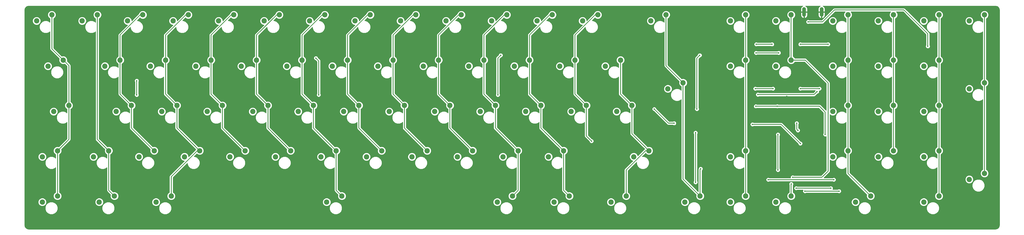
<source format=gbr>
G04 #@! TF.FileFunction,Copper,L1,Top,Signal*
%FSLAX46Y46*%
G04 Gerber Fmt 4.6, Leading zero omitted, Abs format (unit mm)*
G04 Created by KiCad (PCBNEW 4.0.7) date 2018 June 19, Tuesday 20:07:00*
%MOMM*%
%LPD*%
G01*
G04 APERTURE LIST*
%ADD10C,0.100000*%
%ADD11C,2.200000*%
%ADD12O,1.500000X4.000000*%
%ADD13C,0.600000*%
%ADD14C,0.300000*%
%ADD15C,0.254000*%
G04 APERTURE END LIST*
D10*
D11*
X54790000Y-154045000D03*
X48440000Y-156585000D03*
X185415000Y-78045000D03*
X179065000Y-80585000D03*
X166415000Y-78045000D03*
X160065000Y-80585000D03*
X147415000Y-78045000D03*
X141065000Y-80585000D03*
X90415000Y-78045000D03*
X84065000Y-80585000D03*
X301790000Y-135045000D03*
X295440000Y-137585000D03*
X57165000Y-97045000D03*
X50815000Y-99585000D03*
X394415000Y-154045000D03*
X388065000Y-156585000D03*
D12*
X366600000Y-76850000D03*
X373900000Y-76850000D03*
D11*
X52415000Y-78045000D03*
X46065000Y-80585000D03*
X71415000Y-78045000D03*
X65065000Y-80585000D03*
X109415000Y-78045000D03*
X103065000Y-80585000D03*
X128415000Y-78045000D03*
X122065000Y-80585000D03*
X204415000Y-78045000D03*
X198065000Y-80585000D03*
X223415000Y-78045000D03*
X217065000Y-80585000D03*
X242415000Y-78045000D03*
X236065000Y-80585000D03*
X261415000Y-78045000D03*
X255065000Y-80585000D03*
X280415000Y-78045000D03*
X274065000Y-80585000D03*
X342165000Y-78045000D03*
X335815000Y-80585000D03*
X361165000Y-78045000D03*
X354815000Y-80585000D03*
X384915000Y-78045000D03*
X378565000Y-80585000D03*
X403915000Y-78045000D03*
X397565000Y-80585000D03*
X422915000Y-78045000D03*
X416565000Y-80585000D03*
X441915000Y-78045000D03*
X435565000Y-80585000D03*
X80915000Y-97045000D03*
X74565000Y-99585000D03*
X99915000Y-97045000D03*
X93565000Y-99585000D03*
X118915000Y-97045000D03*
X112565000Y-99585000D03*
X137915000Y-97045000D03*
X131565000Y-99585000D03*
X156915000Y-97045000D03*
X150565000Y-99585000D03*
X175915000Y-97045000D03*
X169565000Y-99585000D03*
X194915000Y-97045000D03*
X188565000Y-99585000D03*
X213915000Y-97045000D03*
X207565000Y-99585000D03*
X232915000Y-97045000D03*
X226565000Y-99585000D03*
X251915000Y-97045000D03*
X245565000Y-99585000D03*
X270915000Y-97045000D03*
X264565000Y-99585000D03*
X289915000Y-97045000D03*
X283565000Y-99585000D03*
X361165000Y-97045000D03*
X354815000Y-99585000D03*
X384915000Y-97045000D03*
X378565000Y-99585000D03*
X403915000Y-97045000D03*
X397565000Y-99585000D03*
X422915000Y-97045000D03*
X416565000Y-99585000D03*
X85665000Y-116045000D03*
X79315000Y-118585000D03*
X104665000Y-116045000D03*
X98315000Y-118585000D03*
X123665000Y-116045000D03*
X117315000Y-118585000D03*
X142665000Y-116045000D03*
X136315000Y-118585000D03*
X161665000Y-116045000D03*
X155315000Y-118585000D03*
X180665000Y-116045000D03*
X174315000Y-118585000D03*
X199665000Y-116045000D03*
X193315000Y-118585000D03*
X218665000Y-116045000D03*
X212315000Y-118585000D03*
X237665000Y-116045000D03*
X231315000Y-118585000D03*
X256665000Y-116045000D03*
X250315000Y-118585000D03*
X275665000Y-116045000D03*
X269315000Y-118585000D03*
X294665000Y-116045000D03*
X288315000Y-118585000D03*
X384915000Y-116045000D03*
X378565000Y-118585000D03*
X403915000Y-116045000D03*
X397565000Y-118585000D03*
X422915000Y-116045000D03*
X416565000Y-118585000D03*
X76165000Y-135045000D03*
X69815000Y-137585000D03*
X95165000Y-135045000D03*
X88815000Y-137585000D03*
X114165000Y-135045000D03*
X107815000Y-137585000D03*
X133165000Y-135045000D03*
X126815000Y-137585000D03*
X152165000Y-135045000D03*
X145815000Y-137585000D03*
X171165000Y-135045000D03*
X164815000Y-137585000D03*
X190165000Y-135045000D03*
X183815000Y-137585000D03*
X209165000Y-135045000D03*
X202815000Y-137585000D03*
X228165000Y-135045000D03*
X221815000Y-137585000D03*
X247165000Y-135045000D03*
X240815000Y-137585000D03*
X266165000Y-135045000D03*
X259815000Y-137585000D03*
X342165000Y-135045000D03*
X335815000Y-137585000D03*
X384915000Y-135045000D03*
X378565000Y-137585000D03*
X403915000Y-135045000D03*
X397565000Y-137585000D03*
X422915000Y-135045000D03*
X416565000Y-137585000D03*
X323165000Y-154045000D03*
X316815000Y-156585000D03*
X342165000Y-154045000D03*
X335815000Y-156585000D03*
X361165000Y-154045000D03*
X354815000Y-156585000D03*
X422915000Y-154045000D03*
X416565000Y-156585000D03*
X342165000Y-97045000D03*
X335815000Y-99585000D03*
X59540000Y-116045000D03*
X53190000Y-118585000D03*
X78540000Y-154045000D03*
X72190000Y-156585000D03*
X102290000Y-154045000D03*
X95940000Y-156585000D03*
X244790000Y-154045000D03*
X238440000Y-156585000D03*
X268540000Y-154045000D03*
X262190000Y-156585000D03*
X292290000Y-154045000D03*
X285940000Y-156585000D03*
X54790000Y-135045000D03*
X48440000Y-137585000D03*
X316040000Y-106545000D03*
X309690000Y-109085000D03*
X441915000Y-144545000D03*
X435565000Y-147085000D03*
X441915000Y-106545000D03*
X435565000Y-109085000D03*
X308915000Y-78045000D03*
X302565000Y-80585000D03*
X173540000Y-154045000D03*
X167190000Y-156585000D03*
D13*
X363500000Y-123500000D03*
X364000000Y-126500000D03*
X356000000Y-94000000D03*
X346500000Y-94000000D03*
X418250000Y-91250000D03*
X368250000Y-81000000D03*
X381187500Y-152000000D03*
X366937500Y-152000000D03*
X359400000Y-112200000D03*
X358750000Y-115500000D03*
X372250000Y-140750000D03*
X362250000Y-124750000D03*
X335250000Y-126750000D03*
X361600000Y-142600000D03*
X369000000Y-114000000D03*
X361200000Y-120800000D03*
X376600000Y-90400000D03*
X365000000Y-90400000D03*
X353200000Y-90400000D03*
X346600000Y-90400000D03*
X373000000Y-109000000D03*
X365000000Y-109000000D03*
X353600000Y-109000000D03*
X346200000Y-109000000D03*
X375400000Y-128200000D03*
X346400000Y-116400000D03*
X355400000Y-116400000D03*
X361200000Y-149000000D03*
X361800000Y-146200000D03*
X323400000Y-142600000D03*
X277800000Y-131000000D03*
X355656250Y-143093750D03*
X355656250Y-128250000D03*
X379000000Y-147200000D03*
X351600000Y-147200000D03*
X345000000Y-124000000D03*
X365000000Y-132000000D03*
X363250000Y-150750000D03*
X377750000Y-150750000D03*
X321250000Y-127500000D03*
X321250000Y-148250000D03*
X347250000Y-111500000D03*
X372000000Y-110250000D03*
X321812500Y-117562500D03*
X323000000Y-95000000D03*
X238687500Y-111625000D03*
X239875000Y-95000000D03*
X163875000Y-111625000D03*
X162687500Y-96187500D03*
X87875000Y-105687500D03*
X87875000Y-111625000D03*
X304000000Y-117562500D03*
X312312500Y-123500000D03*
D14*
X363500000Y-126000000D02*
X363500000Y-123500000D01*
X364000000Y-126500000D02*
X363500000Y-126000000D01*
X346500000Y-94000000D02*
X356000000Y-94000000D01*
X418250000Y-86000000D02*
X418250000Y-91250000D01*
X408250000Y-76000000D02*
X418250000Y-86000000D01*
X379250000Y-76000000D02*
X408250000Y-76000000D01*
X374250000Y-81000000D02*
X379250000Y-76000000D01*
X368250000Y-81000000D02*
X374250000Y-81000000D01*
X366937500Y-152000000D02*
X381187500Y-152000000D01*
X359400000Y-114850000D02*
X359400000Y-112200000D01*
X358750000Y-115500000D02*
X359400000Y-114850000D01*
X361200000Y-120800000D02*
X361200000Y-123700000D01*
X361200000Y-123700000D02*
X362250000Y-124750000D01*
X365000000Y-90400000D02*
X376600000Y-90400000D01*
X346600000Y-90400000D02*
X353200000Y-90400000D01*
X365000000Y-109000000D02*
X373000000Y-109000000D01*
X346200000Y-109000000D02*
X353600000Y-109000000D01*
X355400000Y-116400000D02*
X361900000Y-116400000D01*
X361900000Y-116400000D02*
X373000000Y-116400000D01*
X375400000Y-118800000D02*
X375400000Y-128200000D01*
X373000000Y-116400000D02*
X375400000Y-118800000D01*
X355400000Y-116400000D02*
X346400000Y-116400000D01*
X441915000Y-106545000D02*
X441915000Y-144545000D01*
X441915000Y-78045000D02*
X441915000Y-106545000D01*
X422915000Y-135045000D02*
X422915000Y-154045000D01*
X422915000Y-116045000D02*
X422915000Y-135045000D01*
X422915000Y-97045000D02*
X422915000Y-116045000D01*
X422915000Y-78045000D02*
X422915000Y-97045000D01*
X403915000Y-116045000D02*
X403915000Y-135045000D01*
X403915000Y-97045000D02*
X403915000Y-116045000D01*
X403915000Y-78045000D02*
X403915000Y-97045000D01*
X384915000Y-135045000D02*
X384915000Y-144545000D01*
X384915000Y-144545000D02*
X394415000Y-154045000D01*
X384915000Y-116045000D02*
X384915000Y-135045000D01*
X384915000Y-97045000D02*
X384915000Y-116045000D01*
X384915000Y-78045000D02*
X384915000Y-97045000D01*
X361165000Y-97045000D02*
X367045000Y-97045000D01*
X361165000Y-149035000D02*
X361165000Y-154045000D01*
X361200000Y-149000000D02*
X361165000Y-149035000D01*
X374000000Y-146200000D02*
X361800000Y-146200000D01*
X376600000Y-143600000D02*
X374000000Y-146200000D01*
X376600000Y-106600000D02*
X376600000Y-143600000D01*
X367045000Y-97045000D02*
X376600000Y-106600000D01*
X361165000Y-78045000D02*
X361165000Y-97045000D01*
X342165000Y-135045000D02*
X342165000Y-154045000D01*
X342165000Y-97045000D02*
X342165000Y-135045000D01*
X342165000Y-78045000D02*
X342165000Y-97045000D01*
X323165000Y-142835000D02*
X323165000Y-154045000D01*
X323400000Y-142600000D02*
X323165000Y-142835000D01*
X316040000Y-106545000D02*
X316040000Y-146920000D01*
X316040000Y-146920000D02*
X323165000Y-154045000D01*
X308915000Y-78045000D02*
X308915000Y-99420000D01*
X308915000Y-99420000D02*
X316040000Y-106545000D01*
X301790000Y-135045000D02*
X300355000Y-135045000D01*
X292290000Y-143110000D02*
X292290000Y-154045000D01*
X300355000Y-135045000D02*
X292290000Y-143110000D01*
X294665000Y-116045000D02*
X294665000Y-127920000D01*
X294665000Y-127920000D02*
X301790000Y-135045000D01*
X289915000Y-97045000D02*
X289915000Y-111295000D01*
X289915000Y-111295000D02*
X294665000Y-116045000D01*
X275665000Y-128865000D02*
X275665000Y-116045000D01*
X277800000Y-131000000D02*
X275665000Y-128865000D01*
X270915000Y-97045000D02*
X270915000Y-111295000D01*
X270915000Y-111295000D02*
X275665000Y-116045000D01*
X280415000Y-78045000D02*
X279392500Y-78045000D01*
X279392500Y-78045000D02*
X270915000Y-86522500D01*
X270915000Y-86522500D02*
X270915000Y-97045000D01*
X266165000Y-135045000D02*
X266165000Y-151670000D01*
X266165000Y-151670000D02*
X268540000Y-154045000D01*
X256665000Y-116045000D02*
X256665000Y-125545000D01*
X256665000Y-125545000D02*
X266165000Y-135045000D01*
X251915000Y-97045000D02*
X251915000Y-111295000D01*
X251915000Y-111295000D02*
X256665000Y-116045000D01*
X261415000Y-78045000D02*
X260392500Y-78045000D01*
X260392500Y-78045000D02*
X251915000Y-86522500D01*
X251915000Y-86522500D02*
X251915000Y-97045000D01*
X247165000Y-135045000D02*
X247165000Y-151670000D01*
X247165000Y-151670000D02*
X244790000Y-154045000D01*
X237665000Y-116045000D02*
X237665000Y-125545000D01*
X237665000Y-125545000D02*
X247165000Y-135045000D01*
X232915000Y-97045000D02*
X232915000Y-111295000D01*
X232915000Y-111295000D02*
X237665000Y-116045000D01*
X242415000Y-78045000D02*
X241392500Y-78045000D01*
X241392500Y-78045000D02*
X232915000Y-86522500D01*
X232915000Y-86522500D02*
X232915000Y-97045000D01*
X218665000Y-116045000D02*
X218665000Y-125545000D01*
X218665000Y-125545000D02*
X228165000Y-135045000D01*
X213915000Y-97045000D02*
X213915000Y-111295000D01*
X213915000Y-111295000D02*
X218665000Y-116045000D01*
X223415000Y-78045000D02*
X222392500Y-78045000D01*
X222392500Y-78045000D02*
X213915000Y-86522500D01*
X213915000Y-86522500D02*
X213915000Y-97045000D01*
X199665000Y-116045000D02*
X199665000Y-125545000D01*
X199665000Y-125545000D02*
X209165000Y-135045000D01*
X194915000Y-97045000D02*
X194915000Y-111295000D01*
X194915000Y-111295000D02*
X199665000Y-116045000D01*
X204415000Y-78045000D02*
X203392500Y-78045000D01*
X203392500Y-78045000D02*
X194915000Y-86522500D01*
X194915000Y-86522500D02*
X194915000Y-97045000D01*
X180665000Y-116045000D02*
X180665000Y-125545000D01*
X180665000Y-125545000D02*
X190165000Y-135045000D01*
X175915000Y-97045000D02*
X175915000Y-111295000D01*
X175915000Y-111295000D02*
X180665000Y-116045000D01*
X185415000Y-78045000D02*
X184392500Y-78045000D01*
X184392500Y-78045000D02*
X175915000Y-86522500D01*
X175915000Y-86522500D02*
X175915000Y-97045000D01*
X171165000Y-135045000D02*
X171165000Y-151670000D01*
X171165000Y-151670000D02*
X173540000Y-154045000D01*
X161665000Y-116045000D02*
X161665000Y-125545000D01*
X161665000Y-125545000D02*
X171165000Y-135045000D01*
X156915000Y-97045000D02*
X156915000Y-111295000D01*
X156915000Y-111295000D02*
X161665000Y-116045000D01*
X166415000Y-78045000D02*
X165392500Y-78045000D01*
X165392500Y-78045000D02*
X156915000Y-86522500D01*
X156915000Y-86522500D02*
X156915000Y-97045000D01*
X142665000Y-116045000D02*
X142665000Y-125545000D01*
X142665000Y-125545000D02*
X152165000Y-135045000D01*
X137915000Y-97045000D02*
X137915000Y-111295000D01*
X137915000Y-111295000D02*
X142665000Y-116045000D01*
X147415000Y-78045000D02*
X146392500Y-78045000D01*
X146392500Y-78045000D02*
X137915000Y-86522500D01*
X137915000Y-86522500D02*
X137915000Y-97045000D01*
X355656250Y-128250000D02*
X355656250Y-143093750D01*
X123665000Y-116045000D02*
X123665000Y-125545000D01*
X123665000Y-125545000D02*
X133165000Y-135045000D01*
X118915000Y-97045000D02*
X118915000Y-111295000D01*
X118915000Y-111295000D02*
X123665000Y-116045000D01*
X128415000Y-78045000D02*
X127392500Y-78045000D01*
X127392500Y-78045000D02*
X118915000Y-86522500D01*
X118915000Y-86522500D02*
X118915000Y-97045000D01*
X114165000Y-135045000D02*
X113142500Y-135045000D01*
X113142500Y-135045000D02*
X102290000Y-145897500D01*
X102290000Y-145897500D02*
X102290000Y-154045000D01*
X104665000Y-116045000D02*
X104665000Y-125545000D01*
X104665000Y-125545000D02*
X114165000Y-135045000D01*
X99915000Y-97045000D02*
X99915000Y-111295000D01*
X99915000Y-111295000D02*
X104665000Y-116045000D01*
X109415000Y-78045000D02*
X108392500Y-78045000D01*
X108392500Y-78045000D02*
X99915000Y-86522500D01*
X99915000Y-86522500D02*
X99915000Y-97045000D01*
X85665000Y-116045000D02*
X85665000Y-125545000D01*
X85665000Y-125545000D02*
X95165000Y-135045000D01*
X80915000Y-97045000D02*
X80915000Y-111295000D01*
X80915000Y-111295000D02*
X85665000Y-116045000D01*
X90415000Y-78045000D02*
X89392500Y-78045000D01*
X89392500Y-78045000D02*
X80915000Y-86522500D01*
X80915000Y-86522500D02*
X80915000Y-97045000D01*
X76165000Y-135045000D02*
X76165000Y-151670000D01*
X76165000Y-151670000D02*
X78540000Y-154045000D01*
X71415000Y-78045000D02*
X71415000Y-130295000D01*
X71415000Y-130295000D02*
X76165000Y-135045000D01*
X54790000Y-135045000D02*
X54790000Y-154045000D01*
X59540000Y-116045000D02*
X59540000Y-130295000D01*
X59540000Y-130295000D02*
X54790000Y-135045000D01*
X57165000Y-97045000D02*
X57263750Y-97045000D01*
X57263750Y-97045000D02*
X59540000Y-99321250D01*
X59540000Y-99321250D02*
X59540000Y-116045000D01*
X52415000Y-78045000D02*
X52415000Y-92295000D01*
X52415000Y-92295000D02*
X57165000Y-97045000D01*
X351600000Y-147200000D02*
X379000000Y-147200000D01*
X357000000Y-124000000D02*
X345000000Y-124000000D01*
X365000000Y-132000000D02*
X357000000Y-124000000D01*
X377750000Y-150750000D02*
X363250000Y-150750000D01*
X321250000Y-148250000D02*
X321250000Y-127500000D01*
X370750000Y-111500000D02*
X347250000Y-111500000D01*
X372000000Y-110250000D02*
X370750000Y-111500000D01*
X321812500Y-96187500D02*
X321812500Y-117562500D01*
X323000000Y-95000000D02*
X321812500Y-96187500D01*
X238687500Y-96187500D02*
X238687500Y-111625000D01*
X239875000Y-95000000D02*
X238687500Y-96187500D01*
X163875000Y-97375000D02*
X163875000Y-111625000D01*
X162687500Y-96187500D02*
X163875000Y-97375000D01*
X87875000Y-105687500D02*
X87875000Y-111625000D01*
X304000000Y-117562500D02*
X309937500Y-123500000D01*
X309937500Y-123500000D02*
X312312500Y-123500000D01*
D15*
G36*
X365710460Y-74530855D02*
X365369028Y-74952651D01*
X365215000Y-75473000D01*
X365215000Y-76723000D01*
X366473000Y-76723000D01*
X366473000Y-76703000D01*
X366727000Y-76703000D01*
X366727000Y-76723000D01*
X367985000Y-76723000D01*
X367985000Y-75473000D01*
X367830972Y-74952651D01*
X367489540Y-74530855D01*
X367128982Y-74335000D01*
X373371018Y-74335000D01*
X373010460Y-74530855D01*
X372669028Y-74952651D01*
X372515000Y-75473000D01*
X372515000Y-76723000D01*
X373773000Y-76723000D01*
X373773000Y-76703000D01*
X374027000Y-76703000D01*
X374027000Y-76723000D01*
X375285000Y-76723000D01*
X375285000Y-75473000D01*
X375130972Y-74952651D01*
X374789540Y-74530855D01*
X374428982Y-74335000D01*
X446430069Y-74335000D01*
X447131845Y-74474592D01*
X447667496Y-74832502D01*
X448025408Y-75368154D01*
X448165000Y-76069931D01*
X448165000Y-166180069D01*
X448025408Y-166881846D01*
X447667496Y-167417498D01*
X447131845Y-167775408D01*
X446430069Y-167915000D01*
X42819931Y-167915000D01*
X42118154Y-167775408D01*
X41582502Y-167417496D01*
X41224592Y-166881845D01*
X41085000Y-166180069D01*
X41085000Y-159646834D01*
X49614543Y-159646834D01*
X50014853Y-160615658D01*
X50755443Y-161357542D01*
X51723567Y-161759542D01*
X52771834Y-161760457D01*
X53740658Y-161360147D01*
X54482542Y-160619557D01*
X54884542Y-159651433D01*
X54884546Y-159646834D01*
X73364543Y-159646834D01*
X73764853Y-160615658D01*
X74505443Y-161357542D01*
X75473567Y-161759542D01*
X76521834Y-161760457D01*
X77490658Y-161360147D01*
X78232542Y-160619557D01*
X78634542Y-159651433D01*
X78634546Y-159646834D01*
X97114543Y-159646834D01*
X97514853Y-160615658D01*
X98255443Y-161357542D01*
X99223567Y-161759542D01*
X100271834Y-161760457D01*
X101240658Y-161360147D01*
X101982542Y-160619557D01*
X102384542Y-159651433D01*
X102384546Y-159646834D01*
X168364543Y-159646834D01*
X168764853Y-160615658D01*
X169505443Y-161357542D01*
X170473567Y-161759542D01*
X171521834Y-161760457D01*
X172490658Y-161360147D01*
X173232542Y-160619557D01*
X173634542Y-159651433D01*
X173634546Y-159646834D01*
X239614543Y-159646834D01*
X240014853Y-160615658D01*
X240755443Y-161357542D01*
X241723567Y-161759542D01*
X242771834Y-161760457D01*
X243740658Y-161360147D01*
X244482542Y-160619557D01*
X244884542Y-159651433D01*
X244884546Y-159646834D01*
X263364543Y-159646834D01*
X263764853Y-160615658D01*
X264505443Y-161357542D01*
X265473567Y-161759542D01*
X266521834Y-161760457D01*
X267490658Y-161360147D01*
X268232542Y-160619557D01*
X268634542Y-159651433D01*
X268634546Y-159646834D01*
X287114543Y-159646834D01*
X287514853Y-160615658D01*
X288255443Y-161357542D01*
X289223567Y-161759542D01*
X290271834Y-161760457D01*
X291240658Y-161360147D01*
X291982542Y-160619557D01*
X292384542Y-159651433D01*
X292384546Y-159646834D01*
X317989543Y-159646834D01*
X318389853Y-160615658D01*
X319130443Y-161357542D01*
X320098567Y-161759542D01*
X321146834Y-161760457D01*
X322115658Y-161360147D01*
X322857542Y-160619557D01*
X323259542Y-159651433D01*
X323259546Y-159646834D01*
X336989543Y-159646834D01*
X337389853Y-160615658D01*
X338130443Y-161357542D01*
X339098567Y-161759542D01*
X340146834Y-161760457D01*
X341115658Y-161360147D01*
X341857542Y-160619557D01*
X342259542Y-159651433D01*
X342259546Y-159646834D01*
X355989543Y-159646834D01*
X356389853Y-160615658D01*
X357130443Y-161357542D01*
X358098567Y-161759542D01*
X359146834Y-161760457D01*
X360115658Y-161360147D01*
X360857542Y-160619557D01*
X361259542Y-159651433D01*
X361259546Y-159646834D01*
X389239543Y-159646834D01*
X389639853Y-160615658D01*
X390380443Y-161357542D01*
X391348567Y-161759542D01*
X392396834Y-161760457D01*
X393365658Y-161360147D01*
X394107542Y-160619557D01*
X394509542Y-159651433D01*
X394509546Y-159646834D01*
X417739543Y-159646834D01*
X418139853Y-160615658D01*
X418880443Y-161357542D01*
X419848567Y-161759542D01*
X420896834Y-161760457D01*
X421865658Y-161360147D01*
X422607542Y-160619557D01*
X423009542Y-159651433D01*
X423010457Y-158603166D01*
X422610147Y-157634342D01*
X421869557Y-156892458D01*
X420901433Y-156490458D01*
X419853166Y-156489543D01*
X418884342Y-156889853D01*
X418142458Y-157630443D01*
X417740458Y-158598567D01*
X417739543Y-159646834D01*
X394509546Y-159646834D01*
X394510457Y-158603166D01*
X394110147Y-157634342D01*
X393405635Y-156928599D01*
X414829699Y-156928599D01*
X415093281Y-157566515D01*
X415580918Y-158055004D01*
X416218373Y-158319699D01*
X416908599Y-158320301D01*
X417546515Y-158056719D01*
X418035004Y-157569082D01*
X418299699Y-156931627D01*
X418300301Y-156241401D01*
X418036719Y-155603485D01*
X417549082Y-155114996D01*
X416911627Y-154850301D01*
X416221401Y-154849699D01*
X415583485Y-155113281D01*
X415094996Y-155600918D01*
X414830301Y-156238373D01*
X414829699Y-156928599D01*
X393405635Y-156928599D01*
X393369557Y-156892458D01*
X392401433Y-156490458D01*
X391353166Y-156489543D01*
X390384342Y-156889853D01*
X389642458Y-157630443D01*
X389240458Y-158598567D01*
X389239543Y-159646834D01*
X361259546Y-159646834D01*
X361260457Y-158603166D01*
X360860147Y-157634342D01*
X360155635Y-156928599D01*
X386329699Y-156928599D01*
X386593281Y-157566515D01*
X387080918Y-158055004D01*
X387718373Y-158319699D01*
X388408599Y-158320301D01*
X389046515Y-158056719D01*
X389535004Y-157569082D01*
X389799699Y-156931627D01*
X389800301Y-156241401D01*
X389536719Y-155603485D01*
X389049082Y-155114996D01*
X388411627Y-154850301D01*
X387721401Y-154849699D01*
X387083485Y-155113281D01*
X386594996Y-155600918D01*
X386330301Y-156238373D01*
X386329699Y-156928599D01*
X360155635Y-156928599D01*
X360119557Y-156892458D01*
X359151433Y-156490458D01*
X358103166Y-156489543D01*
X357134342Y-156889853D01*
X356392458Y-157630443D01*
X355990458Y-158598567D01*
X355989543Y-159646834D01*
X342259546Y-159646834D01*
X342260457Y-158603166D01*
X341860147Y-157634342D01*
X341155635Y-156928599D01*
X353079699Y-156928599D01*
X353343281Y-157566515D01*
X353830918Y-158055004D01*
X354468373Y-158319699D01*
X355158599Y-158320301D01*
X355796515Y-158056719D01*
X356285004Y-157569082D01*
X356549699Y-156931627D01*
X356550301Y-156241401D01*
X356286719Y-155603485D01*
X355799082Y-155114996D01*
X355161627Y-154850301D01*
X354471401Y-154849699D01*
X353833485Y-155113281D01*
X353344996Y-155600918D01*
X353080301Y-156238373D01*
X353079699Y-156928599D01*
X341155635Y-156928599D01*
X341119557Y-156892458D01*
X340151433Y-156490458D01*
X339103166Y-156489543D01*
X338134342Y-156889853D01*
X337392458Y-157630443D01*
X336990458Y-158598567D01*
X336989543Y-159646834D01*
X323259546Y-159646834D01*
X323260457Y-158603166D01*
X322860147Y-157634342D01*
X322155635Y-156928599D01*
X334079699Y-156928599D01*
X334343281Y-157566515D01*
X334830918Y-158055004D01*
X335468373Y-158319699D01*
X336158599Y-158320301D01*
X336796515Y-158056719D01*
X337285004Y-157569082D01*
X337549699Y-156931627D01*
X337550301Y-156241401D01*
X337286719Y-155603485D01*
X336799082Y-155114996D01*
X336161627Y-154850301D01*
X335471401Y-154849699D01*
X334833485Y-155113281D01*
X334344996Y-155600918D01*
X334080301Y-156238373D01*
X334079699Y-156928599D01*
X322155635Y-156928599D01*
X322119557Y-156892458D01*
X321151433Y-156490458D01*
X320103166Y-156489543D01*
X319134342Y-156889853D01*
X318392458Y-157630443D01*
X317990458Y-158598567D01*
X317989543Y-159646834D01*
X292384546Y-159646834D01*
X292385457Y-158603166D01*
X291985147Y-157634342D01*
X291280635Y-156928599D01*
X315079699Y-156928599D01*
X315343281Y-157566515D01*
X315830918Y-158055004D01*
X316468373Y-158319699D01*
X317158599Y-158320301D01*
X317796515Y-158056719D01*
X318285004Y-157569082D01*
X318549699Y-156931627D01*
X318550301Y-156241401D01*
X318286719Y-155603485D01*
X317799082Y-155114996D01*
X317161627Y-154850301D01*
X316471401Y-154849699D01*
X315833485Y-155113281D01*
X315344996Y-155600918D01*
X315080301Y-156238373D01*
X315079699Y-156928599D01*
X291280635Y-156928599D01*
X291244557Y-156892458D01*
X290276433Y-156490458D01*
X289228166Y-156489543D01*
X288259342Y-156889853D01*
X287517458Y-157630443D01*
X287115458Y-158598567D01*
X287114543Y-159646834D01*
X268634546Y-159646834D01*
X268635457Y-158603166D01*
X268235147Y-157634342D01*
X267530635Y-156928599D01*
X284204699Y-156928599D01*
X284468281Y-157566515D01*
X284955918Y-158055004D01*
X285593373Y-158319699D01*
X286283599Y-158320301D01*
X286921515Y-158056719D01*
X287410004Y-157569082D01*
X287674699Y-156931627D01*
X287675301Y-156241401D01*
X287411719Y-155603485D01*
X286924082Y-155114996D01*
X286286627Y-154850301D01*
X285596401Y-154849699D01*
X284958485Y-155113281D01*
X284469996Y-155600918D01*
X284205301Y-156238373D01*
X284204699Y-156928599D01*
X267530635Y-156928599D01*
X267494557Y-156892458D01*
X266526433Y-156490458D01*
X265478166Y-156489543D01*
X264509342Y-156889853D01*
X263767458Y-157630443D01*
X263365458Y-158598567D01*
X263364543Y-159646834D01*
X244884546Y-159646834D01*
X244885457Y-158603166D01*
X244485147Y-157634342D01*
X243780635Y-156928599D01*
X260454699Y-156928599D01*
X260718281Y-157566515D01*
X261205918Y-158055004D01*
X261843373Y-158319699D01*
X262533599Y-158320301D01*
X263171515Y-158056719D01*
X263660004Y-157569082D01*
X263924699Y-156931627D01*
X263925301Y-156241401D01*
X263661719Y-155603485D01*
X263174082Y-155114996D01*
X262536627Y-154850301D01*
X261846401Y-154849699D01*
X261208485Y-155113281D01*
X260719996Y-155600918D01*
X260455301Y-156238373D01*
X260454699Y-156928599D01*
X243780635Y-156928599D01*
X243744557Y-156892458D01*
X242776433Y-156490458D01*
X241728166Y-156489543D01*
X240759342Y-156889853D01*
X240017458Y-157630443D01*
X239615458Y-158598567D01*
X239614543Y-159646834D01*
X173634546Y-159646834D01*
X173635457Y-158603166D01*
X173235147Y-157634342D01*
X172530635Y-156928599D01*
X236704699Y-156928599D01*
X236968281Y-157566515D01*
X237455918Y-158055004D01*
X238093373Y-158319699D01*
X238783599Y-158320301D01*
X239421515Y-158056719D01*
X239910004Y-157569082D01*
X240174699Y-156931627D01*
X240175301Y-156241401D01*
X239911719Y-155603485D01*
X239424082Y-155114996D01*
X238786627Y-154850301D01*
X238096401Y-154849699D01*
X237458485Y-155113281D01*
X236969996Y-155600918D01*
X236705301Y-156238373D01*
X236704699Y-156928599D01*
X172530635Y-156928599D01*
X172494557Y-156892458D01*
X171526433Y-156490458D01*
X170478166Y-156489543D01*
X169509342Y-156889853D01*
X168767458Y-157630443D01*
X168365458Y-158598567D01*
X168364543Y-159646834D01*
X102384546Y-159646834D01*
X102385457Y-158603166D01*
X101985147Y-157634342D01*
X101280635Y-156928599D01*
X165454699Y-156928599D01*
X165718281Y-157566515D01*
X166205918Y-158055004D01*
X166843373Y-158319699D01*
X167533599Y-158320301D01*
X168171515Y-158056719D01*
X168660004Y-157569082D01*
X168924699Y-156931627D01*
X168925301Y-156241401D01*
X168661719Y-155603485D01*
X168174082Y-155114996D01*
X167536627Y-154850301D01*
X166846401Y-154849699D01*
X166208485Y-155113281D01*
X165719996Y-155600918D01*
X165455301Y-156238373D01*
X165454699Y-156928599D01*
X101280635Y-156928599D01*
X101244557Y-156892458D01*
X100276433Y-156490458D01*
X99228166Y-156489543D01*
X98259342Y-156889853D01*
X97517458Y-157630443D01*
X97115458Y-158598567D01*
X97114543Y-159646834D01*
X78634546Y-159646834D01*
X78635457Y-158603166D01*
X78235147Y-157634342D01*
X77530635Y-156928599D01*
X94204699Y-156928599D01*
X94468281Y-157566515D01*
X94955918Y-158055004D01*
X95593373Y-158319699D01*
X96283599Y-158320301D01*
X96921515Y-158056719D01*
X97410004Y-157569082D01*
X97674699Y-156931627D01*
X97675301Y-156241401D01*
X97411719Y-155603485D01*
X96924082Y-155114996D01*
X96286627Y-154850301D01*
X95596401Y-154849699D01*
X94958485Y-155113281D01*
X94469996Y-155600918D01*
X94205301Y-156238373D01*
X94204699Y-156928599D01*
X77530635Y-156928599D01*
X77494557Y-156892458D01*
X76526433Y-156490458D01*
X75478166Y-156489543D01*
X74509342Y-156889853D01*
X73767458Y-157630443D01*
X73365458Y-158598567D01*
X73364543Y-159646834D01*
X54884546Y-159646834D01*
X54885457Y-158603166D01*
X54485147Y-157634342D01*
X53780635Y-156928599D01*
X70454699Y-156928599D01*
X70718281Y-157566515D01*
X71205918Y-158055004D01*
X71843373Y-158319699D01*
X72533599Y-158320301D01*
X73171515Y-158056719D01*
X73660004Y-157569082D01*
X73924699Y-156931627D01*
X73925301Y-156241401D01*
X73661719Y-155603485D01*
X73174082Y-155114996D01*
X72536627Y-154850301D01*
X71846401Y-154849699D01*
X71208485Y-155113281D01*
X70719996Y-155600918D01*
X70455301Y-156238373D01*
X70454699Y-156928599D01*
X53780635Y-156928599D01*
X53744557Y-156892458D01*
X52776433Y-156490458D01*
X51728166Y-156489543D01*
X50759342Y-156889853D01*
X50017458Y-157630443D01*
X49615458Y-158598567D01*
X49614543Y-159646834D01*
X41085000Y-159646834D01*
X41085000Y-156928599D01*
X46704699Y-156928599D01*
X46968281Y-157566515D01*
X47455918Y-158055004D01*
X48093373Y-158319699D01*
X48783599Y-158320301D01*
X49421515Y-158056719D01*
X49910004Y-157569082D01*
X50174699Y-156931627D01*
X50175301Y-156241401D01*
X49911719Y-155603485D01*
X49424082Y-155114996D01*
X48786627Y-154850301D01*
X48096401Y-154849699D01*
X47458485Y-155113281D01*
X46969996Y-155600918D01*
X46705301Y-156238373D01*
X46704699Y-156928599D01*
X41085000Y-156928599D01*
X41085000Y-137928599D01*
X46704699Y-137928599D01*
X46968281Y-138566515D01*
X47455918Y-139055004D01*
X48093373Y-139319699D01*
X48783599Y-139320301D01*
X49421515Y-139056719D01*
X49910004Y-138569082D01*
X50174699Y-137931627D01*
X50175301Y-137241401D01*
X49911719Y-136603485D01*
X49424082Y-136114996D01*
X48786627Y-135850301D01*
X48096401Y-135849699D01*
X47458485Y-136113281D01*
X46969996Y-136600918D01*
X46705301Y-137238373D01*
X46704699Y-137928599D01*
X41085000Y-137928599D01*
X41085000Y-118928599D01*
X51454699Y-118928599D01*
X51718281Y-119566515D01*
X52205918Y-120055004D01*
X52843373Y-120319699D01*
X53533599Y-120320301D01*
X54171515Y-120056719D01*
X54660004Y-119569082D01*
X54924699Y-118931627D01*
X54925301Y-118241401D01*
X54661719Y-117603485D01*
X54174082Y-117114996D01*
X53536627Y-116850301D01*
X52846401Y-116849699D01*
X52208485Y-117113281D01*
X51719996Y-117600918D01*
X51455301Y-118238373D01*
X51454699Y-118928599D01*
X41085000Y-118928599D01*
X41085000Y-102646834D01*
X51989543Y-102646834D01*
X52389853Y-103615658D01*
X53130443Y-104357542D01*
X54098567Y-104759542D01*
X55146834Y-104760457D01*
X56115658Y-104360147D01*
X56857542Y-103619557D01*
X57259542Y-102651433D01*
X57260457Y-101603166D01*
X56860147Y-100634342D01*
X56119557Y-99892458D01*
X55151433Y-99490458D01*
X54103166Y-99489543D01*
X53134342Y-99889853D01*
X52392458Y-100630443D01*
X51990458Y-101598567D01*
X51989543Y-102646834D01*
X41085000Y-102646834D01*
X41085000Y-99928599D01*
X49079699Y-99928599D01*
X49343281Y-100566515D01*
X49830918Y-101055004D01*
X50468373Y-101319699D01*
X51158599Y-101320301D01*
X51796515Y-101056719D01*
X52285004Y-100569082D01*
X52549699Y-99931627D01*
X52550301Y-99241401D01*
X52286719Y-98603485D01*
X51799082Y-98114996D01*
X51161627Y-97850301D01*
X50471401Y-97849699D01*
X49833485Y-98113281D01*
X49344996Y-98600918D01*
X49080301Y-99238373D01*
X49079699Y-99928599D01*
X41085000Y-99928599D01*
X41085000Y-83646834D01*
X47239543Y-83646834D01*
X47639853Y-84615658D01*
X48380443Y-85357542D01*
X49348567Y-85759542D01*
X50396834Y-85760457D01*
X51365658Y-85360147D01*
X51630000Y-85096266D01*
X51630000Y-92295000D01*
X51689755Y-92595407D01*
X51859921Y-92850079D01*
X55511842Y-96502000D01*
X55430301Y-96698373D01*
X55429699Y-97388599D01*
X55693281Y-98026515D01*
X56180918Y-98515004D01*
X56818373Y-98779699D01*
X57508599Y-98780301D01*
X57777702Y-98669110D01*
X58755000Y-99646408D01*
X58755000Y-114492083D01*
X58558485Y-114573281D01*
X58069996Y-115060918D01*
X57805301Y-115698373D01*
X57804699Y-116388599D01*
X58068281Y-117026515D01*
X58555918Y-117515004D01*
X58755000Y-117597670D01*
X58755000Y-119153356D01*
X58494557Y-118892458D01*
X57526433Y-118490458D01*
X56478166Y-118489543D01*
X55509342Y-118889853D01*
X54767458Y-119630443D01*
X54365458Y-120598567D01*
X54364543Y-121646834D01*
X54764853Y-122615658D01*
X55505443Y-123357542D01*
X56473567Y-123759542D01*
X57521834Y-123760457D01*
X58490658Y-123360147D01*
X58755000Y-123096266D01*
X58755000Y-129969842D01*
X55333000Y-133391842D01*
X55136627Y-133310301D01*
X54446401Y-133309699D01*
X53808485Y-133573281D01*
X53319996Y-134060918D01*
X53055301Y-134698373D01*
X53054699Y-135388599D01*
X53318281Y-136026515D01*
X53805918Y-136515004D01*
X54005000Y-136597670D01*
X54005000Y-138153356D01*
X53744557Y-137892458D01*
X52776433Y-137490458D01*
X51728166Y-137489543D01*
X50759342Y-137889853D01*
X50017458Y-138630443D01*
X49615458Y-139598567D01*
X49614543Y-140646834D01*
X50014853Y-141615658D01*
X50755443Y-142357542D01*
X51723567Y-142759542D01*
X52771834Y-142760457D01*
X53740658Y-142360147D01*
X54005000Y-142096266D01*
X54005000Y-152492083D01*
X53808485Y-152573281D01*
X53319996Y-153060918D01*
X53055301Y-153698373D01*
X53054699Y-154388599D01*
X53318281Y-155026515D01*
X53805918Y-155515004D01*
X54443373Y-155779699D01*
X55133599Y-155780301D01*
X55771515Y-155516719D01*
X56260004Y-155029082D01*
X56524699Y-154391627D01*
X56525301Y-153701401D01*
X56261719Y-153063485D01*
X55774082Y-152574996D01*
X55575000Y-152492330D01*
X55575000Y-137928599D01*
X68079699Y-137928599D01*
X68343281Y-138566515D01*
X68830918Y-139055004D01*
X69468373Y-139319699D01*
X70158599Y-139320301D01*
X70796515Y-139056719D01*
X71285004Y-138569082D01*
X71549699Y-137931627D01*
X71550301Y-137241401D01*
X71286719Y-136603485D01*
X70799082Y-136114996D01*
X70161627Y-135850301D01*
X69471401Y-135849699D01*
X68833485Y-136113281D01*
X68344996Y-136600918D01*
X68080301Y-137238373D01*
X68079699Y-137928599D01*
X55575000Y-137928599D01*
X55575000Y-136597917D01*
X55771515Y-136516719D01*
X56260004Y-136029082D01*
X56524699Y-135391627D01*
X56525301Y-134701401D01*
X56442983Y-134502175D01*
X60095079Y-130850079D01*
X60265244Y-130595407D01*
X60265245Y-130595406D01*
X60325000Y-130295000D01*
X60325000Y-117597917D01*
X60521515Y-117516719D01*
X61010004Y-117029082D01*
X61274699Y-116391627D01*
X61275301Y-115701401D01*
X61011719Y-115063485D01*
X60524082Y-114574996D01*
X60325000Y-114492330D01*
X60325000Y-99321255D01*
X60325001Y-99321250D01*
X60265245Y-99020844D01*
X60095079Y-98766171D01*
X58847131Y-97518223D01*
X58899699Y-97391627D01*
X58900301Y-96701401D01*
X58636719Y-96063485D01*
X58149082Y-95574996D01*
X57511627Y-95310301D01*
X56821401Y-95309699D01*
X56622175Y-95392017D01*
X53200000Y-91969842D01*
X53200000Y-83646834D01*
X66239543Y-83646834D01*
X66639853Y-84615658D01*
X67380443Y-85357542D01*
X68348567Y-85759542D01*
X69396834Y-85760457D01*
X70365658Y-85360147D01*
X70630000Y-85096266D01*
X70630000Y-130295000D01*
X70689755Y-130595407D01*
X70859921Y-130850079D01*
X74511842Y-134502000D01*
X74430301Y-134698373D01*
X74429699Y-135388599D01*
X74693281Y-136026515D01*
X75180918Y-136515004D01*
X75380000Y-136597670D01*
X75380000Y-138153356D01*
X75119557Y-137892458D01*
X74151433Y-137490458D01*
X73103166Y-137489543D01*
X72134342Y-137889853D01*
X71392458Y-138630443D01*
X70990458Y-139598567D01*
X70989543Y-140646834D01*
X71389853Y-141615658D01*
X72130443Y-142357542D01*
X73098567Y-142759542D01*
X74146834Y-142760457D01*
X75115658Y-142360147D01*
X75380000Y-142096266D01*
X75380000Y-151670000D01*
X75439755Y-151970407D01*
X75609921Y-152225079D01*
X76886842Y-153502000D01*
X76805301Y-153698373D01*
X76804699Y-154388599D01*
X77068281Y-155026515D01*
X77555918Y-155515004D01*
X78193373Y-155779699D01*
X78883599Y-155780301D01*
X79521515Y-155516719D01*
X80010004Y-155029082D01*
X80274699Y-154391627D01*
X80275301Y-153701401D01*
X80011719Y-153063485D01*
X79524082Y-152574996D01*
X78886627Y-152310301D01*
X78196401Y-152309699D01*
X77997175Y-152392017D01*
X76950000Y-151344842D01*
X76950000Y-140646834D01*
X89989543Y-140646834D01*
X90389853Y-141615658D01*
X91130443Y-142357542D01*
X92098567Y-142759542D01*
X93146834Y-142760457D01*
X94115658Y-142360147D01*
X94857542Y-141619557D01*
X95259542Y-140651433D01*
X95260457Y-139603166D01*
X94860147Y-138634342D01*
X94119557Y-137892458D01*
X93151433Y-137490458D01*
X92103166Y-137489543D01*
X91134342Y-137889853D01*
X90392458Y-138630443D01*
X89990458Y-139598567D01*
X89989543Y-140646834D01*
X76950000Y-140646834D01*
X76950000Y-137928599D01*
X87079699Y-137928599D01*
X87343281Y-138566515D01*
X87830918Y-139055004D01*
X88468373Y-139319699D01*
X89158599Y-139320301D01*
X89796515Y-139056719D01*
X90285004Y-138569082D01*
X90549699Y-137931627D01*
X90550301Y-137241401D01*
X90286719Y-136603485D01*
X89799082Y-136114996D01*
X89161627Y-135850301D01*
X88471401Y-135849699D01*
X87833485Y-136113281D01*
X87344996Y-136600918D01*
X87080301Y-137238373D01*
X87079699Y-137928599D01*
X76950000Y-137928599D01*
X76950000Y-136597917D01*
X77146515Y-136516719D01*
X77635004Y-136029082D01*
X77899699Y-135391627D01*
X77900301Y-134701401D01*
X77636719Y-134063485D01*
X77149082Y-133574996D01*
X76511627Y-133310301D01*
X75821401Y-133309699D01*
X75622175Y-133392017D01*
X72200000Y-129969842D01*
X72200000Y-118928599D01*
X77579699Y-118928599D01*
X77843281Y-119566515D01*
X78330918Y-120055004D01*
X78968373Y-120319699D01*
X79658599Y-120320301D01*
X80296515Y-120056719D01*
X80785004Y-119569082D01*
X81049699Y-118931627D01*
X81050301Y-118241401D01*
X80786719Y-117603485D01*
X80299082Y-117114996D01*
X79661627Y-116850301D01*
X78971401Y-116849699D01*
X78333485Y-117113281D01*
X77844996Y-117600918D01*
X77580301Y-118238373D01*
X77579699Y-118928599D01*
X72200000Y-118928599D01*
X72200000Y-102646834D01*
X75739543Y-102646834D01*
X76139853Y-103615658D01*
X76880443Y-104357542D01*
X77848567Y-104759542D01*
X78896834Y-104760457D01*
X79865658Y-104360147D01*
X80130000Y-104096266D01*
X80130000Y-111295000D01*
X80189755Y-111595407D01*
X80359921Y-111850079D01*
X84011842Y-115502000D01*
X83930301Y-115698373D01*
X83929699Y-116388599D01*
X84193281Y-117026515D01*
X84680918Y-117515004D01*
X84880000Y-117597670D01*
X84880000Y-119153356D01*
X84619557Y-118892458D01*
X83651433Y-118490458D01*
X82603166Y-118489543D01*
X81634342Y-118889853D01*
X80892458Y-119630443D01*
X80490458Y-120598567D01*
X80489543Y-121646834D01*
X80889853Y-122615658D01*
X81630443Y-123357542D01*
X82598567Y-123759542D01*
X83646834Y-123760457D01*
X84615658Y-123360147D01*
X84880000Y-123096266D01*
X84880000Y-125545000D01*
X84939755Y-125845407D01*
X85109921Y-126100079D01*
X93511842Y-134502000D01*
X93430301Y-134698373D01*
X93429699Y-135388599D01*
X93693281Y-136026515D01*
X94180918Y-136515004D01*
X94818373Y-136779699D01*
X95508599Y-136780301D01*
X96146515Y-136516719D01*
X96635004Y-136029082D01*
X96899699Y-135391627D01*
X96900301Y-134701401D01*
X96636719Y-134063485D01*
X96149082Y-133574996D01*
X95511627Y-133310301D01*
X94821401Y-133309699D01*
X94622175Y-133392017D01*
X86450000Y-125219842D01*
X86450000Y-118928599D01*
X96579699Y-118928599D01*
X96843281Y-119566515D01*
X97330918Y-120055004D01*
X97968373Y-120319699D01*
X98658599Y-120320301D01*
X99296515Y-120056719D01*
X99785004Y-119569082D01*
X100049699Y-118931627D01*
X100050301Y-118241401D01*
X99786719Y-117603485D01*
X99299082Y-117114996D01*
X98661627Y-116850301D01*
X97971401Y-116849699D01*
X97333485Y-117113281D01*
X96844996Y-117600918D01*
X96580301Y-118238373D01*
X96579699Y-118928599D01*
X86450000Y-118928599D01*
X86450000Y-117597917D01*
X86646515Y-117516719D01*
X87135004Y-117029082D01*
X87399699Y-116391627D01*
X87400301Y-115701401D01*
X87136719Y-115063485D01*
X86649082Y-114574996D01*
X86011627Y-114310301D01*
X85321401Y-114309699D01*
X85122175Y-114392017D01*
X81700000Y-110969842D01*
X81700000Y-105872667D01*
X86939838Y-105872667D01*
X87081883Y-106216443D01*
X87090000Y-106224574D01*
X87090000Y-111087494D01*
X87082808Y-111094673D01*
X86940162Y-111438201D01*
X86939838Y-111810167D01*
X87081883Y-112153943D01*
X87344673Y-112417192D01*
X87688201Y-112559838D01*
X88060167Y-112560162D01*
X88403943Y-112418117D01*
X88667192Y-112155327D01*
X88809838Y-111811799D01*
X88810162Y-111439833D01*
X88668117Y-111096057D01*
X88660000Y-111087926D01*
X88660000Y-106225006D01*
X88667192Y-106217827D01*
X88809838Y-105874299D01*
X88810162Y-105502333D01*
X88668117Y-105158557D01*
X88405327Y-104895308D01*
X88061799Y-104752662D01*
X87689833Y-104752338D01*
X87346057Y-104894383D01*
X87082808Y-105157173D01*
X86940162Y-105500701D01*
X86939838Y-105872667D01*
X81700000Y-105872667D01*
X81700000Y-102646834D01*
X94739543Y-102646834D01*
X95139853Y-103615658D01*
X95880443Y-104357542D01*
X96848567Y-104759542D01*
X97896834Y-104760457D01*
X98865658Y-104360147D01*
X99130000Y-104096266D01*
X99130000Y-111295000D01*
X99189755Y-111595407D01*
X99359921Y-111850079D01*
X103011842Y-115502000D01*
X102930301Y-115698373D01*
X102929699Y-116388599D01*
X103193281Y-117026515D01*
X103680918Y-117515004D01*
X103880000Y-117597670D01*
X103880000Y-119153356D01*
X103619557Y-118892458D01*
X102651433Y-118490458D01*
X101603166Y-118489543D01*
X100634342Y-118889853D01*
X99892458Y-119630443D01*
X99490458Y-120598567D01*
X99489543Y-121646834D01*
X99889853Y-122615658D01*
X100630443Y-123357542D01*
X101598567Y-123759542D01*
X102646834Y-123760457D01*
X103615658Y-123360147D01*
X103880000Y-123096266D01*
X103880000Y-125545000D01*
X103939755Y-125845407D01*
X104109921Y-126100079D01*
X112511842Y-134502000D01*
X112466752Y-134610590D01*
X109550052Y-137527290D01*
X109550301Y-137241401D01*
X109286719Y-136603485D01*
X108799082Y-136114996D01*
X108161627Y-135850301D01*
X107471401Y-135849699D01*
X106833485Y-136113281D01*
X106344996Y-136600918D01*
X106080301Y-137238373D01*
X106079699Y-137928599D01*
X106343281Y-138566515D01*
X106830918Y-139055004D01*
X107468373Y-139319699D01*
X107757391Y-139319951D01*
X101734921Y-145342421D01*
X101564755Y-145597093D01*
X101550318Y-145669673D01*
X101505000Y-145897500D01*
X101505000Y-152492083D01*
X101308485Y-152573281D01*
X100819996Y-153060918D01*
X100555301Y-153698373D01*
X100554699Y-154388599D01*
X100818281Y-155026515D01*
X101305918Y-155515004D01*
X101943373Y-155779699D01*
X102633599Y-155780301D01*
X103271515Y-155516719D01*
X103760004Y-155029082D01*
X104024699Y-154391627D01*
X104025301Y-153701401D01*
X103761719Y-153063485D01*
X103274082Y-152574996D01*
X103075000Y-152492330D01*
X103075000Y-146222658D01*
X108989839Y-140307819D01*
X108989543Y-140646834D01*
X109389853Y-141615658D01*
X110130443Y-142357542D01*
X111098567Y-142759542D01*
X112146834Y-142760457D01*
X113115658Y-142360147D01*
X113857542Y-141619557D01*
X114259542Y-140651433D01*
X114259546Y-140646834D01*
X127989543Y-140646834D01*
X128389853Y-141615658D01*
X129130443Y-142357542D01*
X130098567Y-142759542D01*
X131146834Y-142760457D01*
X132115658Y-142360147D01*
X132857542Y-141619557D01*
X133259542Y-140651433D01*
X133259546Y-140646834D01*
X146989543Y-140646834D01*
X147389853Y-141615658D01*
X148130443Y-142357542D01*
X149098567Y-142759542D01*
X150146834Y-142760457D01*
X151115658Y-142360147D01*
X151857542Y-141619557D01*
X152259542Y-140651433D01*
X152260457Y-139603166D01*
X151860147Y-138634342D01*
X151155635Y-137928599D01*
X163079699Y-137928599D01*
X163343281Y-138566515D01*
X163830918Y-139055004D01*
X164468373Y-139319699D01*
X165158599Y-139320301D01*
X165796515Y-139056719D01*
X166285004Y-138569082D01*
X166549699Y-137931627D01*
X166550301Y-137241401D01*
X166286719Y-136603485D01*
X165799082Y-136114996D01*
X165161627Y-135850301D01*
X164471401Y-135849699D01*
X163833485Y-136113281D01*
X163344996Y-136600918D01*
X163080301Y-137238373D01*
X163079699Y-137928599D01*
X151155635Y-137928599D01*
X151119557Y-137892458D01*
X150151433Y-137490458D01*
X149103166Y-137489543D01*
X148134342Y-137889853D01*
X147392458Y-138630443D01*
X146990458Y-139598567D01*
X146989543Y-140646834D01*
X133259546Y-140646834D01*
X133260457Y-139603166D01*
X132860147Y-138634342D01*
X132155635Y-137928599D01*
X144079699Y-137928599D01*
X144343281Y-138566515D01*
X144830918Y-139055004D01*
X145468373Y-139319699D01*
X146158599Y-139320301D01*
X146796515Y-139056719D01*
X147285004Y-138569082D01*
X147549699Y-137931627D01*
X147550301Y-137241401D01*
X147286719Y-136603485D01*
X146799082Y-136114996D01*
X146161627Y-135850301D01*
X145471401Y-135849699D01*
X144833485Y-136113281D01*
X144344996Y-136600918D01*
X144080301Y-137238373D01*
X144079699Y-137928599D01*
X132155635Y-137928599D01*
X132119557Y-137892458D01*
X131151433Y-137490458D01*
X130103166Y-137489543D01*
X129134342Y-137889853D01*
X128392458Y-138630443D01*
X127990458Y-139598567D01*
X127989543Y-140646834D01*
X114259546Y-140646834D01*
X114260457Y-139603166D01*
X113860147Y-138634342D01*
X113155635Y-137928599D01*
X125079699Y-137928599D01*
X125343281Y-138566515D01*
X125830918Y-139055004D01*
X126468373Y-139319699D01*
X127158599Y-139320301D01*
X127796515Y-139056719D01*
X128285004Y-138569082D01*
X128549699Y-137931627D01*
X128550301Y-137241401D01*
X128286719Y-136603485D01*
X127799082Y-136114996D01*
X127161627Y-135850301D01*
X126471401Y-135849699D01*
X125833485Y-136113281D01*
X125344996Y-136600918D01*
X125080301Y-137238373D01*
X125079699Y-137928599D01*
X113155635Y-137928599D01*
X113119557Y-137892458D01*
X112151433Y-137490458D01*
X111807500Y-137490158D01*
X112981960Y-136315698D01*
X113180918Y-136515004D01*
X113818373Y-136779699D01*
X114508599Y-136780301D01*
X115146515Y-136516719D01*
X115635004Y-136029082D01*
X115899699Y-135391627D01*
X115900301Y-134701401D01*
X115636719Y-134063485D01*
X115149082Y-133574996D01*
X114511627Y-133310301D01*
X113821401Y-133309699D01*
X113622175Y-133392017D01*
X105450000Y-125219842D01*
X105450000Y-118928599D01*
X115579699Y-118928599D01*
X115843281Y-119566515D01*
X116330918Y-120055004D01*
X116968373Y-120319699D01*
X117658599Y-120320301D01*
X118296515Y-120056719D01*
X118785004Y-119569082D01*
X119049699Y-118931627D01*
X119050301Y-118241401D01*
X118786719Y-117603485D01*
X118299082Y-117114996D01*
X117661627Y-116850301D01*
X116971401Y-116849699D01*
X116333485Y-117113281D01*
X115844996Y-117600918D01*
X115580301Y-118238373D01*
X115579699Y-118928599D01*
X105450000Y-118928599D01*
X105450000Y-117597917D01*
X105646515Y-117516719D01*
X106135004Y-117029082D01*
X106399699Y-116391627D01*
X106400301Y-115701401D01*
X106136719Y-115063485D01*
X105649082Y-114574996D01*
X105011627Y-114310301D01*
X104321401Y-114309699D01*
X104122175Y-114392017D01*
X100700000Y-110969842D01*
X100700000Y-102646834D01*
X113739543Y-102646834D01*
X114139853Y-103615658D01*
X114880443Y-104357542D01*
X115848567Y-104759542D01*
X116896834Y-104760457D01*
X117865658Y-104360147D01*
X118130000Y-104096266D01*
X118130000Y-111295000D01*
X118189755Y-111595407D01*
X118359921Y-111850079D01*
X122011842Y-115502000D01*
X121930301Y-115698373D01*
X121929699Y-116388599D01*
X122193281Y-117026515D01*
X122680918Y-117515004D01*
X122880000Y-117597670D01*
X122880000Y-119153356D01*
X122619557Y-118892458D01*
X121651433Y-118490458D01*
X120603166Y-118489543D01*
X119634342Y-118889853D01*
X118892458Y-119630443D01*
X118490458Y-120598567D01*
X118489543Y-121646834D01*
X118889853Y-122615658D01*
X119630443Y-123357542D01*
X120598567Y-123759542D01*
X121646834Y-123760457D01*
X122615658Y-123360147D01*
X122880000Y-123096266D01*
X122880000Y-125545000D01*
X122939755Y-125845407D01*
X123109921Y-126100079D01*
X131511842Y-134502000D01*
X131430301Y-134698373D01*
X131429699Y-135388599D01*
X131693281Y-136026515D01*
X132180918Y-136515004D01*
X132818373Y-136779699D01*
X133508599Y-136780301D01*
X134146515Y-136516719D01*
X134635004Y-136029082D01*
X134899699Y-135391627D01*
X134900301Y-134701401D01*
X134636719Y-134063485D01*
X134149082Y-133574996D01*
X133511627Y-133310301D01*
X132821401Y-133309699D01*
X132622175Y-133392017D01*
X124450000Y-125219842D01*
X124450000Y-118928599D01*
X134579699Y-118928599D01*
X134843281Y-119566515D01*
X135330918Y-120055004D01*
X135968373Y-120319699D01*
X136658599Y-120320301D01*
X137296515Y-120056719D01*
X137785004Y-119569082D01*
X138049699Y-118931627D01*
X138050301Y-118241401D01*
X137786719Y-117603485D01*
X137299082Y-117114996D01*
X136661627Y-116850301D01*
X135971401Y-116849699D01*
X135333485Y-117113281D01*
X134844996Y-117600918D01*
X134580301Y-118238373D01*
X134579699Y-118928599D01*
X124450000Y-118928599D01*
X124450000Y-117597917D01*
X124646515Y-117516719D01*
X125135004Y-117029082D01*
X125399699Y-116391627D01*
X125400301Y-115701401D01*
X125136719Y-115063485D01*
X124649082Y-114574996D01*
X124011627Y-114310301D01*
X123321401Y-114309699D01*
X123122175Y-114392017D01*
X119700000Y-110969842D01*
X119700000Y-102646834D01*
X132739543Y-102646834D01*
X133139853Y-103615658D01*
X133880443Y-104357542D01*
X134848567Y-104759542D01*
X135896834Y-104760457D01*
X136865658Y-104360147D01*
X137130000Y-104096266D01*
X137130000Y-111295000D01*
X137189755Y-111595407D01*
X137359921Y-111850079D01*
X141011842Y-115502000D01*
X140930301Y-115698373D01*
X140929699Y-116388599D01*
X141193281Y-117026515D01*
X141680918Y-117515004D01*
X141880000Y-117597670D01*
X141880000Y-119153356D01*
X141619557Y-118892458D01*
X140651433Y-118490458D01*
X139603166Y-118489543D01*
X138634342Y-118889853D01*
X137892458Y-119630443D01*
X137490458Y-120598567D01*
X137489543Y-121646834D01*
X137889853Y-122615658D01*
X138630443Y-123357542D01*
X139598567Y-123759542D01*
X140646834Y-123760457D01*
X141615658Y-123360147D01*
X141880000Y-123096266D01*
X141880000Y-125545000D01*
X141939755Y-125845407D01*
X142109921Y-126100079D01*
X150511842Y-134502000D01*
X150430301Y-134698373D01*
X150429699Y-135388599D01*
X150693281Y-136026515D01*
X151180918Y-136515004D01*
X151818373Y-136779699D01*
X152508599Y-136780301D01*
X153146515Y-136516719D01*
X153635004Y-136029082D01*
X153899699Y-135391627D01*
X153900301Y-134701401D01*
X153636719Y-134063485D01*
X153149082Y-133574996D01*
X152511627Y-133310301D01*
X151821401Y-133309699D01*
X151622175Y-133392017D01*
X143450000Y-125219842D01*
X143450000Y-118928599D01*
X153579699Y-118928599D01*
X153843281Y-119566515D01*
X154330918Y-120055004D01*
X154968373Y-120319699D01*
X155658599Y-120320301D01*
X156296515Y-120056719D01*
X156785004Y-119569082D01*
X157049699Y-118931627D01*
X157050301Y-118241401D01*
X156786719Y-117603485D01*
X156299082Y-117114996D01*
X155661627Y-116850301D01*
X154971401Y-116849699D01*
X154333485Y-117113281D01*
X153844996Y-117600918D01*
X153580301Y-118238373D01*
X153579699Y-118928599D01*
X143450000Y-118928599D01*
X143450000Y-117597917D01*
X143646515Y-117516719D01*
X144135004Y-117029082D01*
X144399699Y-116391627D01*
X144400301Y-115701401D01*
X144136719Y-115063485D01*
X143649082Y-114574996D01*
X143011627Y-114310301D01*
X142321401Y-114309699D01*
X142122175Y-114392017D01*
X138700000Y-110969842D01*
X138700000Y-102646834D01*
X151739543Y-102646834D01*
X152139853Y-103615658D01*
X152880443Y-104357542D01*
X153848567Y-104759542D01*
X154896834Y-104760457D01*
X155865658Y-104360147D01*
X156130000Y-104096266D01*
X156130000Y-111295000D01*
X156189755Y-111595407D01*
X156359921Y-111850079D01*
X160011842Y-115502000D01*
X159930301Y-115698373D01*
X159929699Y-116388599D01*
X160193281Y-117026515D01*
X160680918Y-117515004D01*
X160880000Y-117597670D01*
X160880000Y-119153356D01*
X160619557Y-118892458D01*
X159651433Y-118490458D01*
X158603166Y-118489543D01*
X157634342Y-118889853D01*
X156892458Y-119630443D01*
X156490458Y-120598567D01*
X156489543Y-121646834D01*
X156889853Y-122615658D01*
X157630443Y-123357542D01*
X158598567Y-123759542D01*
X159646834Y-123760457D01*
X160615658Y-123360147D01*
X160880000Y-123096266D01*
X160880000Y-125545000D01*
X160939755Y-125845407D01*
X161109921Y-126100079D01*
X169511842Y-134502000D01*
X169430301Y-134698373D01*
X169429699Y-135388599D01*
X169693281Y-136026515D01*
X170180918Y-136515004D01*
X170380000Y-136597670D01*
X170380000Y-138153356D01*
X170119557Y-137892458D01*
X169151433Y-137490458D01*
X168103166Y-137489543D01*
X167134342Y-137889853D01*
X166392458Y-138630443D01*
X165990458Y-139598567D01*
X165989543Y-140646834D01*
X166389853Y-141615658D01*
X167130443Y-142357542D01*
X168098567Y-142759542D01*
X169146834Y-142760457D01*
X170115658Y-142360147D01*
X170380000Y-142096266D01*
X170380000Y-151670000D01*
X170439755Y-151970407D01*
X170609921Y-152225079D01*
X171886842Y-153502000D01*
X171805301Y-153698373D01*
X171804699Y-154388599D01*
X172068281Y-155026515D01*
X172555918Y-155515004D01*
X173193373Y-155779699D01*
X173883599Y-155780301D01*
X174521515Y-155516719D01*
X175010004Y-155029082D01*
X175274699Y-154391627D01*
X175275301Y-153701401D01*
X175011719Y-153063485D01*
X174524082Y-152574996D01*
X173886627Y-152310301D01*
X173196401Y-152309699D01*
X172997175Y-152392017D01*
X171950000Y-151344842D01*
X171950000Y-140646834D01*
X184989543Y-140646834D01*
X185389853Y-141615658D01*
X186130443Y-142357542D01*
X187098567Y-142759542D01*
X188146834Y-142760457D01*
X189115658Y-142360147D01*
X189857542Y-141619557D01*
X190259542Y-140651433D01*
X190259546Y-140646834D01*
X203989543Y-140646834D01*
X204389853Y-141615658D01*
X205130443Y-142357542D01*
X206098567Y-142759542D01*
X207146834Y-142760457D01*
X208115658Y-142360147D01*
X208857542Y-141619557D01*
X209259542Y-140651433D01*
X209259546Y-140646834D01*
X222989543Y-140646834D01*
X223389853Y-141615658D01*
X224130443Y-142357542D01*
X225098567Y-142759542D01*
X226146834Y-142760457D01*
X227115658Y-142360147D01*
X227857542Y-141619557D01*
X228259542Y-140651433D01*
X228260457Y-139603166D01*
X227860147Y-138634342D01*
X227155635Y-137928599D01*
X239079699Y-137928599D01*
X239343281Y-138566515D01*
X239830918Y-139055004D01*
X240468373Y-139319699D01*
X241158599Y-139320301D01*
X241796515Y-139056719D01*
X242285004Y-138569082D01*
X242549699Y-137931627D01*
X242550301Y-137241401D01*
X242286719Y-136603485D01*
X241799082Y-136114996D01*
X241161627Y-135850301D01*
X240471401Y-135849699D01*
X239833485Y-136113281D01*
X239344996Y-136600918D01*
X239080301Y-137238373D01*
X239079699Y-137928599D01*
X227155635Y-137928599D01*
X227119557Y-137892458D01*
X226151433Y-137490458D01*
X225103166Y-137489543D01*
X224134342Y-137889853D01*
X223392458Y-138630443D01*
X222990458Y-139598567D01*
X222989543Y-140646834D01*
X209259546Y-140646834D01*
X209260457Y-139603166D01*
X208860147Y-138634342D01*
X208155635Y-137928599D01*
X220079699Y-137928599D01*
X220343281Y-138566515D01*
X220830918Y-139055004D01*
X221468373Y-139319699D01*
X222158599Y-139320301D01*
X222796515Y-139056719D01*
X223285004Y-138569082D01*
X223549699Y-137931627D01*
X223550301Y-137241401D01*
X223286719Y-136603485D01*
X222799082Y-136114996D01*
X222161627Y-135850301D01*
X221471401Y-135849699D01*
X220833485Y-136113281D01*
X220344996Y-136600918D01*
X220080301Y-137238373D01*
X220079699Y-137928599D01*
X208155635Y-137928599D01*
X208119557Y-137892458D01*
X207151433Y-137490458D01*
X206103166Y-137489543D01*
X205134342Y-137889853D01*
X204392458Y-138630443D01*
X203990458Y-139598567D01*
X203989543Y-140646834D01*
X190259546Y-140646834D01*
X190260457Y-139603166D01*
X189860147Y-138634342D01*
X189155635Y-137928599D01*
X201079699Y-137928599D01*
X201343281Y-138566515D01*
X201830918Y-139055004D01*
X202468373Y-139319699D01*
X203158599Y-139320301D01*
X203796515Y-139056719D01*
X204285004Y-138569082D01*
X204549699Y-137931627D01*
X204550301Y-137241401D01*
X204286719Y-136603485D01*
X203799082Y-136114996D01*
X203161627Y-135850301D01*
X202471401Y-135849699D01*
X201833485Y-136113281D01*
X201344996Y-136600918D01*
X201080301Y-137238373D01*
X201079699Y-137928599D01*
X189155635Y-137928599D01*
X189119557Y-137892458D01*
X188151433Y-137490458D01*
X187103166Y-137489543D01*
X186134342Y-137889853D01*
X185392458Y-138630443D01*
X184990458Y-139598567D01*
X184989543Y-140646834D01*
X171950000Y-140646834D01*
X171950000Y-137928599D01*
X182079699Y-137928599D01*
X182343281Y-138566515D01*
X182830918Y-139055004D01*
X183468373Y-139319699D01*
X184158599Y-139320301D01*
X184796515Y-139056719D01*
X185285004Y-138569082D01*
X185549699Y-137931627D01*
X185550301Y-137241401D01*
X185286719Y-136603485D01*
X184799082Y-136114996D01*
X184161627Y-135850301D01*
X183471401Y-135849699D01*
X182833485Y-136113281D01*
X182344996Y-136600918D01*
X182080301Y-137238373D01*
X182079699Y-137928599D01*
X171950000Y-137928599D01*
X171950000Y-136597917D01*
X172146515Y-136516719D01*
X172635004Y-136029082D01*
X172899699Y-135391627D01*
X172900301Y-134701401D01*
X172636719Y-134063485D01*
X172149082Y-133574996D01*
X171511627Y-133310301D01*
X170821401Y-133309699D01*
X170622175Y-133392017D01*
X162450000Y-125219842D01*
X162450000Y-118928599D01*
X172579699Y-118928599D01*
X172843281Y-119566515D01*
X173330918Y-120055004D01*
X173968373Y-120319699D01*
X174658599Y-120320301D01*
X175296515Y-120056719D01*
X175785004Y-119569082D01*
X176049699Y-118931627D01*
X176050301Y-118241401D01*
X175786719Y-117603485D01*
X175299082Y-117114996D01*
X174661627Y-116850301D01*
X173971401Y-116849699D01*
X173333485Y-117113281D01*
X172844996Y-117600918D01*
X172580301Y-118238373D01*
X172579699Y-118928599D01*
X162450000Y-118928599D01*
X162450000Y-117597917D01*
X162646515Y-117516719D01*
X163135004Y-117029082D01*
X163399699Y-116391627D01*
X163400301Y-115701401D01*
X163136719Y-115063485D01*
X162649082Y-114574996D01*
X162011627Y-114310301D01*
X161321401Y-114309699D01*
X161122175Y-114392017D01*
X157700000Y-110969842D01*
X157700000Y-98597917D01*
X157896515Y-98516719D01*
X158385004Y-98029082D01*
X158649699Y-97391627D01*
X158650301Y-96701401D01*
X158514471Y-96372667D01*
X161752338Y-96372667D01*
X161894383Y-96716443D01*
X162157173Y-96979692D01*
X162500701Y-97122338D01*
X162512190Y-97122348D01*
X163090000Y-97700158D01*
X163090000Y-111087494D01*
X163082808Y-111094673D01*
X162940162Y-111438201D01*
X162939838Y-111810167D01*
X163081883Y-112153943D01*
X163344673Y-112417192D01*
X163688201Y-112559838D01*
X164060167Y-112560162D01*
X164403943Y-112418117D01*
X164667192Y-112155327D01*
X164809838Y-111811799D01*
X164810162Y-111439833D01*
X164668117Y-111096057D01*
X164660000Y-111087926D01*
X164660000Y-102646834D01*
X170739543Y-102646834D01*
X171139853Y-103615658D01*
X171880443Y-104357542D01*
X172848567Y-104759542D01*
X173896834Y-104760457D01*
X174865658Y-104360147D01*
X175130000Y-104096266D01*
X175130000Y-111295000D01*
X175189755Y-111595407D01*
X175359921Y-111850079D01*
X179011842Y-115502000D01*
X178930301Y-115698373D01*
X178929699Y-116388599D01*
X179193281Y-117026515D01*
X179680918Y-117515004D01*
X179880000Y-117597670D01*
X179880000Y-119153356D01*
X179619557Y-118892458D01*
X178651433Y-118490458D01*
X177603166Y-118489543D01*
X176634342Y-118889853D01*
X175892458Y-119630443D01*
X175490458Y-120598567D01*
X175489543Y-121646834D01*
X175889853Y-122615658D01*
X176630443Y-123357542D01*
X177598567Y-123759542D01*
X178646834Y-123760457D01*
X179615658Y-123360147D01*
X179880000Y-123096266D01*
X179880000Y-125545000D01*
X179939755Y-125845407D01*
X180109921Y-126100079D01*
X188511842Y-134502000D01*
X188430301Y-134698373D01*
X188429699Y-135388599D01*
X188693281Y-136026515D01*
X189180918Y-136515004D01*
X189818373Y-136779699D01*
X190508599Y-136780301D01*
X191146515Y-136516719D01*
X191635004Y-136029082D01*
X191899699Y-135391627D01*
X191900301Y-134701401D01*
X191636719Y-134063485D01*
X191149082Y-133574996D01*
X190511627Y-133310301D01*
X189821401Y-133309699D01*
X189622175Y-133392017D01*
X181450000Y-125219842D01*
X181450000Y-118928599D01*
X191579699Y-118928599D01*
X191843281Y-119566515D01*
X192330918Y-120055004D01*
X192968373Y-120319699D01*
X193658599Y-120320301D01*
X194296515Y-120056719D01*
X194785004Y-119569082D01*
X195049699Y-118931627D01*
X195050301Y-118241401D01*
X194786719Y-117603485D01*
X194299082Y-117114996D01*
X193661627Y-116850301D01*
X192971401Y-116849699D01*
X192333485Y-117113281D01*
X191844996Y-117600918D01*
X191580301Y-118238373D01*
X191579699Y-118928599D01*
X181450000Y-118928599D01*
X181450000Y-117597917D01*
X181646515Y-117516719D01*
X182135004Y-117029082D01*
X182399699Y-116391627D01*
X182400301Y-115701401D01*
X182136719Y-115063485D01*
X181649082Y-114574996D01*
X181011627Y-114310301D01*
X180321401Y-114309699D01*
X180122175Y-114392017D01*
X176700000Y-110969842D01*
X176700000Y-102646834D01*
X189739543Y-102646834D01*
X190139853Y-103615658D01*
X190880443Y-104357542D01*
X191848567Y-104759542D01*
X192896834Y-104760457D01*
X193865658Y-104360147D01*
X194130000Y-104096266D01*
X194130000Y-111295000D01*
X194189755Y-111595407D01*
X194359921Y-111850079D01*
X198011842Y-115502000D01*
X197930301Y-115698373D01*
X197929699Y-116388599D01*
X198193281Y-117026515D01*
X198680918Y-117515004D01*
X198880000Y-117597670D01*
X198880000Y-119153356D01*
X198619557Y-118892458D01*
X197651433Y-118490458D01*
X196603166Y-118489543D01*
X195634342Y-118889853D01*
X194892458Y-119630443D01*
X194490458Y-120598567D01*
X194489543Y-121646834D01*
X194889853Y-122615658D01*
X195630443Y-123357542D01*
X196598567Y-123759542D01*
X197646834Y-123760457D01*
X198615658Y-123360147D01*
X198880000Y-123096266D01*
X198880000Y-125545000D01*
X198939755Y-125845407D01*
X199109921Y-126100079D01*
X207511842Y-134502000D01*
X207430301Y-134698373D01*
X207429699Y-135388599D01*
X207693281Y-136026515D01*
X208180918Y-136515004D01*
X208818373Y-136779699D01*
X209508599Y-136780301D01*
X210146515Y-136516719D01*
X210635004Y-136029082D01*
X210899699Y-135391627D01*
X210900301Y-134701401D01*
X210636719Y-134063485D01*
X210149082Y-133574996D01*
X209511627Y-133310301D01*
X208821401Y-133309699D01*
X208622175Y-133392017D01*
X200450000Y-125219842D01*
X200450000Y-118928599D01*
X210579699Y-118928599D01*
X210843281Y-119566515D01*
X211330918Y-120055004D01*
X211968373Y-120319699D01*
X212658599Y-120320301D01*
X213296515Y-120056719D01*
X213785004Y-119569082D01*
X214049699Y-118931627D01*
X214050301Y-118241401D01*
X213786719Y-117603485D01*
X213299082Y-117114996D01*
X212661627Y-116850301D01*
X211971401Y-116849699D01*
X211333485Y-117113281D01*
X210844996Y-117600918D01*
X210580301Y-118238373D01*
X210579699Y-118928599D01*
X200450000Y-118928599D01*
X200450000Y-117597917D01*
X200646515Y-117516719D01*
X201135004Y-117029082D01*
X201399699Y-116391627D01*
X201400301Y-115701401D01*
X201136719Y-115063485D01*
X200649082Y-114574996D01*
X200011627Y-114310301D01*
X199321401Y-114309699D01*
X199122175Y-114392017D01*
X195700000Y-110969842D01*
X195700000Y-102646834D01*
X208739543Y-102646834D01*
X209139853Y-103615658D01*
X209880443Y-104357542D01*
X210848567Y-104759542D01*
X211896834Y-104760457D01*
X212865658Y-104360147D01*
X213130000Y-104096266D01*
X213130000Y-111295000D01*
X213189755Y-111595407D01*
X213359921Y-111850079D01*
X217011842Y-115502000D01*
X216930301Y-115698373D01*
X216929699Y-116388599D01*
X217193281Y-117026515D01*
X217680918Y-117515004D01*
X217880000Y-117597670D01*
X217880000Y-119153356D01*
X217619557Y-118892458D01*
X216651433Y-118490458D01*
X215603166Y-118489543D01*
X214634342Y-118889853D01*
X213892458Y-119630443D01*
X213490458Y-120598567D01*
X213489543Y-121646834D01*
X213889853Y-122615658D01*
X214630443Y-123357542D01*
X215598567Y-123759542D01*
X216646834Y-123760457D01*
X217615658Y-123360147D01*
X217880000Y-123096266D01*
X217880000Y-125545000D01*
X217939755Y-125845407D01*
X218109921Y-126100079D01*
X226511842Y-134502000D01*
X226430301Y-134698373D01*
X226429699Y-135388599D01*
X226693281Y-136026515D01*
X227180918Y-136515004D01*
X227818373Y-136779699D01*
X228508599Y-136780301D01*
X229146515Y-136516719D01*
X229635004Y-136029082D01*
X229899699Y-135391627D01*
X229900301Y-134701401D01*
X229636719Y-134063485D01*
X229149082Y-133574996D01*
X228511627Y-133310301D01*
X227821401Y-133309699D01*
X227622175Y-133392017D01*
X219450000Y-125219842D01*
X219450000Y-118928599D01*
X229579699Y-118928599D01*
X229843281Y-119566515D01*
X230330918Y-120055004D01*
X230968373Y-120319699D01*
X231658599Y-120320301D01*
X232296515Y-120056719D01*
X232785004Y-119569082D01*
X233049699Y-118931627D01*
X233050301Y-118241401D01*
X232786719Y-117603485D01*
X232299082Y-117114996D01*
X231661627Y-116850301D01*
X230971401Y-116849699D01*
X230333485Y-117113281D01*
X229844996Y-117600918D01*
X229580301Y-118238373D01*
X229579699Y-118928599D01*
X219450000Y-118928599D01*
X219450000Y-117597917D01*
X219646515Y-117516719D01*
X220135004Y-117029082D01*
X220399699Y-116391627D01*
X220400301Y-115701401D01*
X220136719Y-115063485D01*
X219649082Y-114574996D01*
X219011627Y-114310301D01*
X218321401Y-114309699D01*
X218122175Y-114392017D01*
X214700000Y-110969842D01*
X214700000Y-102646834D01*
X227739543Y-102646834D01*
X228139853Y-103615658D01*
X228880443Y-104357542D01*
X229848567Y-104759542D01*
X230896834Y-104760457D01*
X231865658Y-104360147D01*
X232130000Y-104096266D01*
X232130000Y-111295000D01*
X232189755Y-111595407D01*
X232359921Y-111850079D01*
X236011842Y-115502000D01*
X235930301Y-115698373D01*
X235929699Y-116388599D01*
X236193281Y-117026515D01*
X236680918Y-117515004D01*
X236880000Y-117597670D01*
X236880000Y-119153356D01*
X236619557Y-118892458D01*
X235651433Y-118490458D01*
X234603166Y-118489543D01*
X233634342Y-118889853D01*
X232892458Y-119630443D01*
X232490458Y-120598567D01*
X232489543Y-121646834D01*
X232889853Y-122615658D01*
X233630443Y-123357542D01*
X234598567Y-123759542D01*
X235646834Y-123760457D01*
X236615658Y-123360147D01*
X236880000Y-123096266D01*
X236880000Y-125545000D01*
X236939755Y-125845407D01*
X237109921Y-126100079D01*
X245511842Y-134502000D01*
X245430301Y-134698373D01*
X245429699Y-135388599D01*
X245693281Y-136026515D01*
X246180918Y-136515004D01*
X246380000Y-136597670D01*
X246380000Y-138153356D01*
X246119557Y-137892458D01*
X245151433Y-137490458D01*
X244103166Y-137489543D01*
X243134342Y-137889853D01*
X242392458Y-138630443D01*
X241990458Y-139598567D01*
X241989543Y-140646834D01*
X242389853Y-141615658D01*
X243130443Y-142357542D01*
X244098567Y-142759542D01*
X245146834Y-142760457D01*
X246115658Y-142360147D01*
X246380000Y-142096266D01*
X246380000Y-151344842D01*
X245333000Y-152391842D01*
X245136627Y-152310301D01*
X244446401Y-152309699D01*
X243808485Y-152573281D01*
X243319996Y-153060918D01*
X243055301Y-153698373D01*
X243054699Y-154388599D01*
X243318281Y-155026515D01*
X243805918Y-155515004D01*
X244443373Y-155779699D01*
X245133599Y-155780301D01*
X245771515Y-155516719D01*
X246260004Y-155029082D01*
X246524699Y-154391627D01*
X246525301Y-153701401D01*
X246442983Y-153502175D01*
X247720079Y-152225079D01*
X247890245Y-151970407D01*
X247950000Y-151670000D01*
X247950000Y-137928599D01*
X258079699Y-137928599D01*
X258343281Y-138566515D01*
X258830918Y-139055004D01*
X259468373Y-139319699D01*
X260158599Y-139320301D01*
X260796515Y-139056719D01*
X261285004Y-138569082D01*
X261549699Y-137931627D01*
X261550301Y-137241401D01*
X261286719Y-136603485D01*
X260799082Y-136114996D01*
X260161627Y-135850301D01*
X259471401Y-135849699D01*
X258833485Y-136113281D01*
X258344996Y-136600918D01*
X258080301Y-137238373D01*
X258079699Y-137928599D01*
X247950000Y-137928599D01*
X247950000Y-136597917D01*
X248146515Y-136516719D01*
X248635004Y-136029082D01*
X248899699Y-135391627D01*
X248900301Y-134701401D01*
X248636719Y-134063485D01*
X248149082Y-133574996D01*
X247511627Y-133310301D01*
X246821401Y-133309699D01*
X246622175Y-133392017D01*
X238450000Y-125219842D01*
X238450000Y-118928599D01*
X248579699Y-118928599D01*
X248843281Y-119566515D01*
X249330918Y-120055004D01*
X249968373Y-120319699D01*
X250658599Y-120320301D01*
X251296515Y-120056719D01*
X251785004Y-119569082D01*
X252049699Y-118931627D01*
X252050301Y-118241401D01*
X251786719Y-117603485D01*
X251299082Y-117114996D01*
X250661627Y-116850301D01*
X249971401Y-116849699D01*
X249333485Y-117113281D01*
X248844996Y-117600918D01*
X248580301Y-118238373D01*
X248579699Y-118928599D01*
X238450000Y-118928599D01*
X238450000Y-117597917D01*
X238646515Y-117516719D01*
X239135004Y-117029082D01*
X239399699Y-116391627D01*
X239400301Y-115701401D01*
X239136719Y-115063485D01*
X238649082Y-114574996D01*
X238011627Y-114310301D01*
X237321401Y-114309699D01*
X237122175Y-114392017D01*
X234540325Y-111810167D01*
X237752338Y-111810167D01*
X237894383Y-112153943D01*
X238157173Y-112417192D01*
X238500701Y-112559838D01*
X238872667Y-112560162D01*
X239216443Y-112418117D01*
X239479692Y-112155327D01*
X239622338Y-111811799D01*
X239622662Y-111439833D01*
X239480617Y-111096057D01*
X239472500Y-111087926D01*
X239472500Y-102646834D01*
X246739543Y-102646834D01*
X247139853Y-103615658D01*
X247880443Y-104357542D01*
X248848567Y-104759542D01*
X249896834Y-104760457D01*
X250865658Y-104360147D01*
X251130000Y-104096266D01*
X251130000Y-111295000D01*
X251189755Y-111595407D01*
X251359921Y-111850079D01*
X255011842Y-115502000D01*
X254930301Y-115698373D01*
X254929699Y-116388599D01*
X255193281Y-117026515D01*
X255680918Y-117515004D01*
X255880000Y-117597670D01*
X255880000Y-119153356D01*
X255619557Y-118892458D01*
X254651433Y-118490458D01*
X253603166Y-118489543D01*
X252634342Y-118889853D01*
X251892458Y-119630443D01*
X251490458Y-120598567D01*
X251489543Y-121646834D01*
X251889853Y-122615658D01*
X252630443Y-123357542D01*
X253598567Y-123759542D01*
X254646834Y-123760457D01*
X255615658Y-123360147D01*
X255880000Y-123096266D01*
X255880000Y-125545000D01*
X255939755Y-125845407D01*
X256109921Y-126100079D01*
X264511842Y-134502000D01*
X264430301Y-134698373D01*
X264429699Y-135388599D01*
X264693281Y-136026515D01*
X265180918Y-136515004D01*
X265380000Y-136597670D01*
X265380000Y-138153356D01*
X265119557Y-137892458D01*
X264151433Y-137490458D01*
X263103166Y-137489543D01*
X262134342Y-137889853D01*
X261392458Y-138630443D01*
X260990458Y-139598567D01*
X260989543Y-140646834D01*
X261389853Y-141615658D01*
X262130443Y-142357542D01*
X263098567Y-142759542D01*
X264146834Y-142760457D01*
X265115658Y-142360147D01*
X265380000Y-142096266D01*
X265380000Y-151670000D01*
X265439755Y-151970407D01*
X265609921Y-152225079D01*
X266886842Y-153502000D01*
X266805301Y-153698373D01*
X266804699Y-154388599D01*
X267068281Y-155026515D01*
X267555918Y-155515004D01*
X268193373Y-155779699D01*
X268883599Y-155780301D01*
X269521515Y-155516719D01*
X270010004Y-155029082D01*
X270274699Y-154391627D01*
X270275301Y-153701401D01*
X270011719Y-153063485D01*
X269524082Y-152574996D01*
X268886627Y-152310301D01*
X268196401Y-152309699D01*
X267997175Y-152392017D01*
X266950000Y-151344842D01*
X266950000Y-136597917D01*
X267146515Y-136516719D01*
X267635004Y-136029082D01*
X267899699Y-135391627D01*
X267900301Y-134701401D01*
X267636719Y-134063485D01*
X267149082Y-133574996D01*
X266511627Y-133310301D01*
X265821401Y-133309699D01*
X265622175Y-133392017D01*
X257450000Y-125219842D01*
X257450000Y-118928599D01*
X267579699Y-118928599D01*
X267843281Y-119566515D01*
X268330918Y-120055004D01*
X268968373Y-120319699D01*
X269658599Y-120320301D01*
X270296515Y-120056719D01*
X270785004Y-119569082D01*
X271049699Y-118931627D01*
X271050301Y-118241401D01*
X270786719Y-117603485D01*
X270299082Y-117114996D01*
X269661627Y-116850301D01*
X268971401Y-116849699D01*
X268333485Y-117113281D01*
X267844996Y-117600918D01*
X267580301Y-118238373D01*
X267579699Y-118928599D01*
X257450000Y-118928599D01*
X257450000Y-117597917D01*
X257646515Y-117516719D01*
X258135004Y-117029082D01*
X258399699Y-116391627D01*
X258400301Y-115701401D01*
X258136719Y-115063485D01*
X257649082Y-114574996D01*
X257011627Y-114310301D01*
X256321401Y-114309699D01*
X256122175Y-114392017D01*
X252700000Y-110969842D01*
X252700000Y-102646834D01*
X265739543Y-102646834D01*
X266139853Y-103615658D01*
X266880443Y-104357542D01*
X267848567Y-104759542D01*
X268896834Y-104760457D01*
X269865658Y-104360147D01*
X270130000Y-104096266D01*
X270130000Y-111295000D01*
X270189755Y-111595407D01*
X270359921Y-111850079D01*
X274011842Y-115502000D01*
X273930301Y-115698373D01*
X273929699Y-116388599D01*
X274193281Y-117026515D01*
X274680918Y-117515004D01*
X274880000Y-117597670D01*
X274880000Y-119153356D01*
X274619557Y-118892458D01*
X273651433Y-118490458D01*
X272603166Y-118489543D01*
X271634342Y-118889853D01*
X270892458Y-119630443D01*
X270490458Y-120598567D01*
X270489543Y-121646834D01*
X270889853Y-122615658D01*
X271630443Y-123357542D01*
X272598567Y-123759542D01*
X273646834Y-123760457D01*
X274615658Y-123360147D01*
X274880000Y-123096266D01*
X274880000Y-128865000D01*
X274939755Y-129165407D01*
X275109921Y-129420079D01*
X276864847Y-131175005D01*
X276864838Y-131185167D01*
X277006883Y-131528943D01*
X277269673Y-131792192D01*
X277613201Y-131934838D01*
X277985167Y-131935162D01*
X278328943Y-131793117D01*
X278592192Y-131530327D01*
X278734838Y-131186799D01*
X278735162Y-130814833D01*
X278593117Y-130471057D01*
X278330327Y-130207808D01*
X277986799Y-130065162D01*
X277975310Y-130065152D01*
X276450000Y-128539842D01*
X276450000Y-118928599D01*
X286579699Y-118928599D01*
X286843281Y-119566515D01*
X287330918Y-120055004D01*
X287968373Y-120319699D01*
X288658599Y-120320301D01*
X289296515Y-120056719D01*
X289785004Y-119569082D01*
X290049699Y-118931627D01*
X290050301Y-118241401D01*
X289786719Y-117603485D01*
X289299082Y-117114996D01*
X288661627Y-116850301D01*
X287971401Y-116849699D01*
X287333485Y-117113281D01*
X286844996Y-117600918D01*
X286580301Y-118238373D01*
X286579699Y-118928599D01*
X276450000Y-118928599D01*
X276450000Y-117597917D01*
X276646515Y-117516719D01*
X277135004Y-117029082D01*
X277399699Y-116391627D01*
X277400301Y-115701401D01*
X277136719Y-115063485D01*
X276649082Y-114574996D01*
X276011627Y-114310301D01*
X275321401Y-114309699D01*
X275122175Y-114392017D01*
X271700000Y-110969842D01*
X271700000Y-102646834D01*
X284739543Y-102646834D01*
X285139853Y-103615658D01*
X285880443Y-104357542D01*
X286848567Y-104759542D01*
X287896834Y-104760457D01*
X288865658Y-104360147D01*
X289130000Y-104096266D01*
X289130000Y-111295000D01*
X289189755Y-111595407D01*
X289359921Y-111850079D01*
X293011842Y-115502000D01*
X292930301Y-115698373D01*
X292929699Y-116388599D01*
X293193281Y-117026515D01*
X293680918Y-117515004D01*
X293880000Y-117597670D01*
X293880000Y-119153356D01*
X293619557Y-118892458D01*
X292651433Y-118490458D01*
X291603166Y-118489543D01*
X290634342Y-118889853D01*
X289892458Y-119630443D01*
X289490458Y-120598567D01*
X289489543Y-121646834D01*
X289889853Y-122615658D01*
X290630443Y-123357542D01*
X291598567Y-123759542D01*
X292646834Y-123760457D01*
X293615658Y-123360147D01*
X293880000Y-123096266D01*
X293880000Y-127920000D01*
X293939755Y-128220407D01*
X294109921Y-128475079D01*
X299994650Y-134359808D01*
X299799921Y-134489921D01*
X297138209Y-137151633D01*
X296911719Y-136603485D01*
X296424082Y-136114996D01*
X295786627Y-135850301D01*
X295096401Y-135849699D01*
X294458485Y-136113281D01*
X293969996Y-136600918D01*
X293705301Y-137238373D01*
X293704699Y-137928599D01*
X293968281Y-138566515D01*
X294455918Y-139055004D01*
X295006299Y-139283543D01*
X291734921Y-142554921D01*
X291564755Y-142809593D01*
X291546691Y-142900407D01*
X291505000Y-143110000D01*
X291505000Y-152492083D01*
X291308485Y-152573281D01*
X290819996Y-153060918D01*
X290555301Y-153698373D01*
X290554699Y-154388599D01*
X290818281Y-155026515D01*
X291305918Y-155515004D01*
X291943373Y-155779699D01*
X292633599Y-155780301D01*
X293271515Y-155516719D01*
X293760004Y-155029082D01*
X294024699Y-154391627D01*
X294025301Y-153701401D01*
X293761719Y-153063485D01*
X293274082Y-152574996D01*
X293075000Y-152492330D01*
X293075000Y-143435158D01*
X296615199Y-139894959D01*
X296614543Y-140646834D01*
X297014853Y-141615658D01*
X297755443Y-142357542D01*
X298723567Y-142759542D01*
X299771834Y-142760457D01*
X300740658Y-142360147D01*
X301482542Y-141619557D01*
X301884542Y-140651433D01*
X301885457Y-139603166D01*
X301485147Y-138634342D01*
X300744557Y-137892458D01*
X299776433Y-137490458D01*
X299020360Y-137489798D01*
X300400890Y-136109268D01*
X300805918Y-136515004D01*
X301443373Y-136779699D01*
X302133599Y-136780301D01*
X302771515Y-136516719D01*
X303260004Y-136029082D01*
X303524699Y-135391627D01*
X303525301Y-134701401D01*
X303261719Y-134063485D01*
X302774082Y-133574996D01*
X302136627Y-133310301D01*
X301446401Y-133309699D01*
X301247175Y-133392017D01*
X295450000Y-127594842D01*
X295450000Y-117747667D01*
X303064838Y-117747667D01*
X303206883Y-118091443D01*
X303469673Y-118354692D01*
X303813201Y-118497338D01*
X303824690Y-118497348D01*
X309382421Y-124055079D01*
X309637093Y-124225245D01*
X309937500Y-124285000D01*
X311774994Y-124285000D01*
X311782173Y-124292192D01*
X312125701Y-124434838D01*
X312497667Y-124435162D01*
X312841443Y-124293117D01*
X313104692Y-124030327D01*
X313247338Y-123686799D01*
X313247662Y-123314833D01*
X313105617Y-122971057D01*
X312842827Y-122707808D01*
X312499299Y-122565162D01*
X312127333Y-122564838D01*
X311783557Y-122706883D01*
X311775426Y-122715000D01*
X310262658Y-122715000D01*
X304935153Y-117387495D01*
X304935162Y-117377333D01*
X304793117Y-117033557D01*
X304530327Y-116770308D01*
X304186799Y-116627662D01*
X303814833Y-116627338D01*
X303471057Y-116769383D01*
X303207808Y-117032173D01*
X303065162Y-117375701D01*
X303064838Y-117747667D01*
X295450000Y-117747667D01*
X295450000Y-117597917D01*
X295646515Y-117516719D01*
X296135004Y-117029082D01*
X296399699Y-116391627D01*
X296400301Y-115701401D01*
X296136719Y-115063485D01*
X295649082Y-114574996D01*
X295011627Y-114310301D01*
X294321401Y-114309699D01*
X294122175Y-114392017D01*
X290700000Y-110969842D01*
X290700000Y-109428599D01*
X307954699Y-109428599D01*
X308218281Y-110066515D01*
X308705918Y-110555004D01*
X309343373Y-110819699D01*
X310033599Y-110820301D01*
X310671515Y-110556719D01*
X311160004Y-110069082D01*
X311424699Y-109431627D01*
X311425301Y-108741401D01*
X311161719Y-108103485D01*
X310674082Y-107614996D01*
X310036627Y-107350301D01*
X309346401Y-107349699D01*
X308708485Y-107613281D01*
X308219996Y-108100918D01*
X307955301Y-108738373D01*
X307954699Y-109428599D01*
X290700000Y-109428599D01*
X290700000Y-98597917D01*
X290896515Y-98516719D01*
X291385004Y-98029082D01*
X291649699Y-97391627D01*
X291650301Y-96701401D01*
X291386719Y-96063485D01*
X290899082Y-95574996D01*
X290261627Y-95310301D01*
X289571401Y-95309699D01*
X288933485Y-95573281D01*
X288444996Y-96060918D01*
X288180301Y-96698373D01*
X288179699Y-97388599D01*
X288443281Y-98026515D01*
X288930918Y-98515004D01*
X289130000Y-98597670D01*
X289130000Y-100153356D01*
X288869557Y-99892458D01*
X287901433Y-99490458D01*
X286853166Y-99489543D01*
X285884342Y-99889853D01*
X285142458Y-100630443D01*
X284740458Y-101598567D01*
X284739543Y-102646834D01*
X271700000Y-102646834D01*
X271700000Y-99928599D01*
X281829699Y-99928599D01*
X282093281Y-100566515D01*
X282580918Y-101055004D01*
X283218373Y-101319699D01*
X283908599Y-101320301D01*
X284546515Y-101056719D01*
X285035004Y-100569082D01*
X285299699Y-99931627D01*
X285300301Y-99241401D01*
X285036719Y-98603485D01*
X284549082Y-98114996D01*
X283911627Y-97850301D01*
X283221401Y-97849699D01*
X282583485Y-98113281D01*
X282094996Y-98600918D01*
X281830301Y-99238373D01*
X281829699Y-99928599D01*
X271700000Y-99928599D01*
X271700000Y-98597917D01*
X271896515Y-98516719D01*
X272385004Y-98029082D01*
X272649699Y-97391627D01*
X272650301Y-96701401D01*
X272386719Y-96063485D01*
X271899082Y-95574996D01*
X271700000Y-95492330D01*
X271700000Y-86847658D01*
X275239839Y-83307819D01*
X275239543Y-83646834D01*
X275639853Y-84615658D01*
X276380443Y-85357542D01*
X277348567Y-85759542D01*
X278396834Y-85760457D01*
X279365658Y-85360147D01*
X280107542Y-84619557D01*
X280509542Y-83651433D01*
X280509546Y-83646834D01*
X303739543Y-83646834D01*
X304139853Y-84615658D01*
X304880443Y-85357542D01*
X305848567Y-85759542D01*
X306896834Y-85760457D01*
X307865658Y-85360147D01*
X308130000Y-85096266D01*
X308130000Y-99420000D01*
X308189755Y-99720407D01*
X308359921Y-99975079D01*
X314386842Y-106002000D01*
X314305301Y-106198373D01*
X314304699Y-106888599D01*
X314568281Y-107526515D01*
X315055918Y-108015004D01*
X315255000Y-108097670D01*
X315255000Y-109653356D01*
X314994557Y-109392458D01*
X314026433Y-108990458D01*
X312978166Y-108989543D01*
X312009342Y-109389853D01*
X311267458Y-110130443D01*
X310865458Y-111098567D01*
X310864543Y-112146834D01*
X311264853Y-113115658D01*
X312005443Y-113857542D01*
X312973567Y-114259542D01*
X314021834Y-114260457D01*
X314990658Y-113860147D01*
X315255000Y-113596266D01*
X315255000Y-146920000D01*
X315314755Y-147220407D01*
X315484921Y-147475079D01*
X321511842Y-153502000D01*
X321430301Y-153698373D01*
X321429699Y-154388599D01*
X321693281Y-155026515D01*
X322180918Y-155515004D01*
X322818373Y-155779699D01*
X323508599Y-155780301D01*
X324146515Y-155516719D01*
X324635004Y-155029082D01*
X324899699Y-154391627D01*
X324900301Y-153701401D01*
X324636719Y-153063485D01*
X324149082Y-152574996D01*
X323950000Y-152492330D01*
X323950000Y-143372097D01*
X324192192Y-143130327D01*
X324334838Y-142786799D01*
X324335162Y-142414833D01*
X324193117Y-142071057D01*
X323930327Y-141807808D01*
X323586799Y-141665162D01*
X323214833Y-141664838D01*
X322871057Y-141806883D01*
X322607808Y-142069673D01*
X322465162Y-142413201D01*
X322465089Y-142496677D01*
X322439755Y-142534593D01*
X322433745Y-142564807D01*
X322380000Y-142835000D01*
X322380000Y-152149842D01*
X316825000Y-146594842D01*
X316825000Y-127685167D01*
X320314838Y-127685167D01*
X320456883Y-128028943D01*
X320465000Y-128037074D01*
X320465000Y-147712494D01*
X320457808Y-147719673D01*
X320315162Y-148063201D01*
X320314838Y-148435167D01*
X320456883Y-148778943D01*
X320719673Y-149042192D01*
X321063201Y-149184838D01*
X321435167Y-149185162D01*
X321778943Y-149043117D01*
X322042192Y-148780327D01*
X322184838Y-148436799D01*
X322185162Y-148064833D01*
X322043117Y-147721057D01*
X322035000Y-147712926D01*
X322035000Y-137928599D01*
X334079699Y-137928599D01*
X334343281Y-138566515D01*
X334830918Y-139055004D01*
X335468373Y-139319699D01*
X336158599Y-139320301D01*
X336796515Y-139056719D01*
X337285004Y-138569082D01*
X337549699Y-137931627D01*
X337550301Y-137241401D01*
X337286719Y-136603485D01*
X336799082Y-136114996D01*
X336161627Y-135850301D01*
X335471401Y-135849699D01*
X334833485Y-136113281D01*
X334344996Y-136600918D01*
X334080301Y-137238373D01*
X334079699Y-137928599D01*
X322035000Y-137928599D01*
X322035000Y-128037506D01*
X322042192Y-128030327D01*
X322184838Y-127686799D01*
X322185162Y-127314833D01*
X322043117Y-126971057D01*
X321780327Y-126707808D01*
X321436799Y-126565162D01*
X321064833Y-126564838D01*
X320721057Y-126706883D01*
X320457808Y-126969673D01*
X320315162Y-127313201D01*
X320314838Y-127685167D01*
X316825000Y-127685167D01*
X316825000Y-117747667D01*
X320877338Y-117747667D01*
X321019383Y-118091443D01*
X321282173Y-118354692D01*
X321625701Y-118497338D01*
X321997667Y-118497662D01*
X322341443Y-118355617D01*
X322604692Y-118092827D01*
X322747338Y-117749299D01*
X322747662Y-117377333D01*
X322605617Y-117033557D01*
X322597500Y-117025426D01*
X322597500Y-99928599D01*
X334079699Y-99928599D01*
X334343281Y-100566515D01*
X334830918Y-101055004D01*
X335468373Y-101319699D01*
X336158599Y-101320301D01*
X336796515Y-101056719D01*
X337285004Y-100569082D01*
X337549699Y-99931627D01*
X337550301Y-99241401D01*
X337286719Y-98603485D01*
X336799082Y-98114996D01*
X336161627Y-97850301D01*
X335471401Y-97849699D01*
X334833485Y-98113281D01*
X334344996Y-98600918D01*
X334080301Y-99238373D01*
X334079699Y-99928599D01*
X322597500Y-99928599D01*
X322597500Y-96512658D01*
X323175005Y-95935153D01*
X323185167Y-95935162D01*
X323528943Y-95793117D01*
X323792192Y-95530327D01*
X323934838Y-95186799D01*
X323935162Y-94814833D01*
X323793117Y-94471057D01*
X323530327Y-94207808D01*
X323186799Y-94065162D01*
X322814833Y-94064838D01*
X322471057Y-94206883D01*
X322207808Y-94469673D01*
X322065162Y-94813201D01*
X322065152Y-94824690D01*
X321257421Y-95632421D01*
X321087255Y-95887093D01*
X321064657Y-96000701D01*
X321027500Y-96187500D01*
X321027500Y-117024994D01*
X321020308Y-117032173D01*
X320877662Y-117375701D01*
X320877338Y-117747667D01*
X316825000Y-117747667D01*
X316825000Y-108097917D01*
X317021515Y-108016719D01*
X317510004Y-107529082D01*
X317774699Y-106891627D01*
X317775301Y-106201401D01*
X317511719Y-105563485D01*
X317024082Y-105074996D01*
X316386627Y-104810301D01*
X315696401Y-104809699D01*
X315497175Y-104892017D01*
X309700000Y-99094842D01*
X309700000Y-83646834D01*
X336989543Y-83646834D01*
X337389853Y-84615658D01*
X338130443Y-85357542D01*
X339098567Y-85759542D01*
X340146834Y-85760457D01*
X341115658Y-85360147D01*
X341380000Y-85096266D01*
X341380000Y-95492083D01*
X341183485Y-95573281D01*
X340694996Y-96060918D01*
X340430301Y-96698373D01*
X340429699Y-97388599D01*
X340693281Y-98026515D01*
X341180918Y-98515004D01*
X341380000Y-98597670D01*
X341380000Y-100153356D01*
X341119557Y-99892458D01*
X340151433Y-99490458D01*
X339103166Y-99489543D01*
X338134342Y-99889853D01*
X337392458Y-100630443D01*
X336990458Y-101598567D01*
X336989543Y-102646834D01*
X337389853Y-103615658D01*
X338130443Y-104357542D01*
X339098567Y-104759542D01*
X340146834Y-104760457D01*
X341115658Y-104360147D01*
X341380000Y-104096266D01*
X341380000Y-133492083D01*
X341183485Y-133573281D01*
X340694996Y-134060918D01*
X340430301Y-134698373D01*
X340429699Y-135388599D01*
X340693281Y-136026515D01*
X341180918Y-136515004D01*
X341380000Y-136597670D01*
X341380000Y-138153356D01*
X341119557Y-137892458D01*
X340151433Y-137490458D01*
X339103166Y-137489543D01*
X338134342Y-137889853D01*
X337392458Y-138630443D01*
X336990458Y-139598567D01*
X336989543Y-140646834D01*
X337389853Y-141615658D01*
X338130443Y-142357542D01*
X339098567Y-142759542D01*
X340146834Y-142760457D01*
X341115658Y-142360147D01*
X341380000Y-142096266D01*
X341380000Y-152492083D01*
X341183485Y-152573281D01*
X340694996Y-153060918D01*
X340430301Y-153698373D01*
X340429699Y-154388599D01*
X340693281Y-155026515D01*
X341180918Y-155515004D01*
X341818373Y-155779699D01*
X342508599Y-155780301D01*
X343146515Y-155516719D01*
X343635004Y-155029082D01*
X343899699Y-154391627D01*
X343899701Y-154388599D01*
X359429699Y-154388599D01*
X359693281Y-155026515D01*
X360180918Y-155515004D01*
X360818373Y-155779699D01*
X361508599Y-155780301D01*
X362146515Y-155516719D01*
X362635004Y-155029082D01*
X362899699Y-154391627D01*
X362900301Y-153701401D01*
X362636719Y-153063485D01*
X362149082Y-152574996D01*
X361950000Y-152492330D01*
X361950000Y-150935167D01*
X362314838Y-150935167D01*
X362456883Y-151278943D01*
X362719673Y-151542192D01*
X363063201Y-151684838D01*
X363435167Y-151685162D01*
X363778943Y-151543117D01*
X363787074Y-151535000D01*
X366118182Y-151535000D01*
X366002662Y-151813201D01*
X366002338Y-152185167D01*
X366144383Y-152528943D01*
X366407173Y-152792192D01*
X366750701Y-152934838D01*
X367122667Y-152935162D01*
X367466443Y-152793117D01*
X367474574Y-152785000D01*
X380649994Y-152785000D01*
X380657173Y-152792192D01*
X381000701Y-152934838D01*
X381372667Y-152935162D01*
X381716443Y-152793117D01*
X381979692Y-152530327D01*
X382122338Y-152186799D01*
X382122662Y-151814833D01*
X381980617Y-151471057D01*
X381717827Y-151207808D01*
X381374299Y-151065162D01*
X381002333Y-151064838D01*
X380658557Y-151206883D01*
X380650426Y-151215000D01*
X378569318Y-151215000D01*
X378684838Y-150936799D01*
X378685162Y-150564833D01*
X378543117Y-150221057D01*
X378280327Y-149957808D01*
X377936799Y-149815162D01*
X377564833Y-149814838D01*
X377221057Y-149956883D01*
X377212926Y-149965000D01*
X363787506Y-149965000D01*
X363780327Y-149957808D01*
X363436799Y-149815162D01*
X363064833Y-149814838D01*
X362721057Y-149956883D01*
X362457808Y-150219673D01*
X362315162Y-150563201D01*
X362314838Y-150935167D01*
X361950000Y-150935167D01*
X361950000Y-149572445D01*
X361992192Y-149530327D01*
X362134838Y-149186799D01*
X362135162Y-148814833D01*
X361993117Y-148471057D01*
X361730327Y-148207808D01*
X361386799Y-148065162D01*
X361014833Y-148064838D01*
X360671057Y-148206883D01*
X360407808Y-148469673D01*
X360265162Y-148813201D01*
X360264838Y-149185167D01*
X360380000Y-149463881D01*
X360380000Y-152492083D01*
X360183485Y-152573281D01*
X359694996Y-153060918D01*
X359430301Y-153698373D01*
X359429699Y-154388599D01*
X343899701Y-154388599D01*
X343900301Y-153701401D01*
X343636719Y-153063485D01*
X343149082Y-152574996D01*
X342950000Y-152492330D01*
X342950000Y-136597917D01*
X343146515Y-136516719D01*
X343635004Y-136029082D01*
X343899699Y-135391627D01*
X343900301Y-134701401D01*
X343636719Y-134063485D01*
X343149082Y-133574996D01*
X342950000Y-133492330D01*
X342950000Y-128435167D01*
X354721088Y-128435167D01*
X354863133Y-128778943D01*
X354871250Y-128787074D01*
X354871250Y-142556244D01*
X354864058Y-142563423D01*
X354721412Y-142906951D01*
X354721088Y-143278917D01*
X354863133Y-143622693D01*
X355125923Y-143885942D01*
X355469451Y-144028588D01*
X355841417Y-144028912D01*
X356185193Y-143886867D01*
X356448442Y-143624077D01*
X356591088Y-143280549D01*
X356591412Y-142908583D01*
X356449367Y-142564807D01*
X356441250Y-142556676D01*
X356441250Y-128787506D01*
X356448442Y-128780327D01*
X356591088Y-128436799D01*
X356591412Y-128064833D01*
X356449367Y-127721057D01*
X356186577Y-127457808D01*
X355843049Y-127315162D01*
X355471083Y-127314838D01*
X355127307Y-127456883D01*
X354864058Y-127719673D01*
X354721412Y-128063201D01*
X354721088Y-128435167D01*
X342950000Y-128435167D01*
X342950000Y-124185167D01*
X344064838Y-124185167D01*
X344206883Y-124528943D01*
X344469673Y-124792192D01*
X344813201Y-124934838D01*
X345185167Y-124935162D01*
X345528943Y-124793117D01*
X345537074Y-124785000D01*
X356674842Y-124785000D01*
X364064847Y-132175004D01*
X364064838Y-132185167D01*
X364206883Y-132528943D01*
X364469673Y-132792192D01*
X364813201Y-132934838D01*
X365185167Y-132935162D01*
X365528943Y-132793117D01*
X365792192Y-132530327D01*
X365934838Y-132186799D01*
X365935162Y-131814833D01*
X365793117Y-131471057D01*
X365530327Y-131207808D01*
X365186799Y-131065162D01*
X365175309Y-131065152D01*
X357795325Y-123685167D01*
X362564838Y-123685167D01*
X362706883Y-124028943D01*
X362715000Y-124037074D01*
X362715000Y-126000000D01*
X362774755Y-126300407D01*
X362944921Y-126555079D01*
X363064847Y-126675005D01*
X363064838Y-126685167D01*
X363206883Y-127028943D01*
X363469673Y-127292192D01*
X363813201Y-127434838D01*
X364185167Y-127435162D01*
X364528943Y-127293117D01*
X364792192Y-127030327D01*
X364934838Y-126686799D01*
X364935162Y-126314833D01*
X364793117Y-125971057D01*
X364530327Y-125707808D01*
X364285000Y-125605939D01*
X364285000Y-124037506D01*
X364292192Y-124030327D01*
X364434838Y-123686799D01*
X364435162Y-123314833D01*
X364293117Y-122971057D01*
X364030327Y-122707808D01*
X363686799Y-122565162D01*
X363314833Y-122564838D01*
X362971057Y-122706883D01*
X362707808Y-122969673D01*
X362565162Y-123313201D01*
X362564838Y-123685167D01*
X357795325Y-123685167D01*
X357555079Y-123444921D01*
X357300407Y-123274755D01*
X357000000Y-123215000D01*
X345537506Y-123215000D01*
X345530327Y-123207808D01*
X345186799Y-123065162D01*
X344814833Y-123064838D01*
X344471057Y-123206883D01*
X344207808Y-123469673D01*
X344065162Y-123813201D01*
X344064838Y-124185167D01*
X342950000Y-124185167D01*
X342950000Y-116585167D01*
X345464838Y-116585167D01*
X345606883Y-116928943D01*
X345869673Y-117192192D01*
X346213201Y-117334838D01*
X346585167Y-117335162D01*
X346928943Y-117193117D01*
X346937074Y-117185000D01*
X354862494Y-117185000D01*
X354869673Y-117192192D01*
X355213201Y-117334838D01*
X355585167Y-117335162D01*
X355928943Y-117193117D01*
X355937074Y-117185000D01*
X372674842Y-117185000D01*
X374615000Y-119125158D01*
X374615000Y-127662494D01*
X374607808Y-127669673D01*
X374465162Y-128013201D01*
X374464838Y-128385167D01*
X374606883Y-128728943D01*
X374869673Y-128992192D01*
X375213201Y-129134838D01*
X375585167Y-129135162D01*
X375815000Y-129040197D01*
X375815000Y-143274842D01*
X373674842Y-145415000D01*
X362337506Y-145415000D01*
X362330327Y-145407808D01*
X361986799Y-145265162D01*
X361614833Y-145264838D01*
X361271057Y-145406883D01*
X361007808Y-145669673D01*
X360865162Y-146013201D01*
X360864838Y-146385167D01*
X360877165Y-146415000D01*
X352137506Y-146415000D01*
X352130327Y-146407808D01*
X351786799Y-146265162D01*
X351414833Y-146264838D01*
X351071057Y-146406883D01*
X350807808Y-146669673D01*
X350665162Y-147013201D01*
X350664838Y-147385167D01*
X350806883Y-147728943D01*
X351069673Y-147992192D01*
X351413201Y-148134838D01*
X351785167Y-148135162D01*
X352128943Y-147993117D01*
X352137074Y-147985000D01*
X378462494Y-147985000D01*
X378469673Y-147992192D01*
X378813201Y-148134838D01*
X379185167Y-148135162D01*
X379528943Y-147993117D01*
X379792192Y-147730327D01*
X379934838Y-147386799D01*
X379935162Y-147014833D01*
X379793117Y-146671057D01*
X379530327Y-146407808D01*
X379186799Y-146265162D01*
X378814833Y-146264838D01*
X378471057Y-146406883D01*
X378462926Y-146415000D01*
X374895158Y-146415000D01*
X377155079Y-144155079D01*
X377325245Y-143900407D01*
X377385000Y-143600000D01*
X377385000Y-138858744D01*
X377580918Y-139055004D01*
X378218373Y-139319699D01*
X378908599Y-139320301D01*
X379546515Y-139056719D01*
X380035004Y-138569082D01*
X380299699Y-137931627D01*
X380300301Y-137241401D01*
X380036719Y-136603485D01*
X379549082Y-136114996D01*
X378911627Y-135850301D01*
X378221401Y-135849699D01*
X377583485Y-136113281D01*
X377385000Y-136311420D01*
X377385000Y-119858744D01*
X377580918Y-120055004D01*
X378218373Y-120319699D01*
X378908599Y-120320301D01*
X379546515Y-120056719D01*
X380035004Y-119569082D01*
X380299699Y-118931627D01*
X380300301Y-118241401D01*
X380036719Y-117603485D01*
X379549082Y-117114996D01*
X378911627Y-116850301D01*
X378221401Y-116849699D01*
X377583485Y-117113281D01*
X377385000Y-117311420D01*
X377385000Y-106600005D01*
X377385001Y-106600000D01*
X377325245Y-106299594D01*
X377155079Y-106044921D01*
X371038757Y-99928599D01*
X376829699Y-99928599D01*
X377093281Y-100566515D01*
X377580918Y-101055004D01*
X378218373Y-101319699D01*
X378908599Y-101320301D01*
X379546515Y-101056719D01*
X380035004Y-100569082D01*
X380299699Y-99931627D01*
X380300301Y-99241401D01*
X380036719Y-98603485D01*
X379549082Y-98114996D01*
X378911627Y-97850301D01*
X378221401Y-97849699D01*
X377583485Y-98113281D01*
X377094996Y-98600918D01*
X376830301Y-99238373D01*
X376829699Y-99928599D01*
X371038757Y-99928599D01*
X367600079Y-96489921D01*
X367345407Y-96319755D01*
X367045000Y-96260000D01*
X362717917Y-96260000D01*
X362636719Y-96063485D01*
X362149082Y-95574996D01*
X361950000Y-95492330D01*
X361950000Y-90585167D01*
X364064838Y-90585167D01*
X364206883Y-90928943D01*
X364469673Y-91192192D01*
X364813201Y-91334838D01*
X365185167Y-91335162D01*
X365528943Y-91193117D01*
X365537074Y-91185000D01*
X376062494Y-91185000D01*
X376069673Y-91192192D01*
X376413201Y-91334838D01*
X376785167Y-91335162D01*
X377128943Y-91193117D01*
X377392192Y-90930327D01*
X377534838Y-90586799D01*
X377535162Y-90214833D01*
X377393117Y-89871057D01*
X377130327Y-89607808D01*
X376786799Y-89465162D01*
X376414833Y-89464838D01*
X376071057Y-89606883D01*
X376062926Y-89615000D01*
X365537506Y-89615000D01*
X365530327Y-89607808D01*
X365186799Y-89465162D01*
X364814833Y-89464838D01*
X364471057Y-89606883D01*
X364207808Y-89869673D01*
X364065162Y-90213201D01*
X364064838Y-90585167D01*
X361950000Y-90585167D01*
X361950000Y-81185167D01*
X367314838Y-81185167D01*
X367456883Y-81528943D01*
X367719673Y-81792192D01*
X368063201Y-81934838D01*
X368435167Y-81935162D01*
X368778943Y-81793117D01*
X368787074Y-81785000D01*
X374250000Y-81785000D01*
X374550407Y-81725245D01*
X374805079Y-81555079D01*
X375431559Y-80928599D01*
X376829699Y-80928599D01*
X377093281Y-81566515D01*
X377580918Y-82055004D01*
X378218373Y-82319699D01*
X378908599Y-82320301D01*
X379546515Y-82056719D01*
X380035004Y-81569082D01*
X380299699Y-80931627D01*
X380300301Y-80241401D01*
X380036719Y-79603485D01*
X379549082Y-79114996D01*
X378911627Y-78850301D01*
X378221401Y-78849699D01*
X377583485Y-79113281D01*
X377094996Y-79600918D01*
X376830301Y-80238373D01*
X376829699Y-80928599D01*
X375431559Y-80928599D01*
X379575158Y-76785000D01*
X383721396Y-76785000D01*
X383444996Y-77060918D01*
X383180301Y-77698373D01*
X383179699Y-78388599D01*
X383443281Y-79026515D01*
X383930918Y-79515004D01*
X384130000Y-79597670D01*
X384130000Y-81153356D01*
X383869557Y-80892458D01*
X382901433Y-80490458D01*
X381853166Y-80489543D01*
X380884342Y-80889853D01*
X380142458Y-81630443D01*
X379740458Y-82598567D01*
X379739543Y-83646834D01*
X380139853Y-84615658D01*
X380880443Y-85357542D01*
X381848567Y-85759542D01*
X382896834Y-85760457D01*
X383865658Y-85360147D01*
X384130000Y-85096266D01*
X384130000Y-95492083D01*
X383933485Y-95573281D01*
X383444996Y-96060918D01*
X383180301Y-96698373D01*
X383179699Y-97388599D01*
X383443281Y-98026515D01*
X383930918Y-98515004D01*
X384130000Y-98597670D01*
X384130000Y-100153356D01*
X383869557Y-99892458D01*
X382901433Y-99490458D01*
X381853166Y-99489543D01*
X380884342Y-99889853D01*
X380142458Y-100630443D01*
X379740458Y-101598567D01*
X379739543Y-102646834D01*
X380139853Y-103615658D01*
X380880443Y-104357542D01*
X381848567Y-104759542D01*
X382896834Y-104760457D01*
X383865658Y-104360147D01*
X384130000Y-104096266D01*
X384130000Y-114492083D01*
X383933485Y-114573281D01*
X383444996Y-115060918D01*
X383180301Y-115698373D01*
X383179699Y-116388599D01*
X383443281Y-117026515D01*
X383930918Y-117515004D01*
X384130000Y-117597670D01*
X384130000Y-119153356D01*
X383869557Y-118892458D01*
X382901433Y-118490458D01*
X381853166Y-118489543D01*
X380884342Y-118889853D01*
X380142458Y-119630443D01*
X379740458Y-120598567D01*
X379739543Y-121646834D01*
X380139853Y-122615658D01*
X380880443Y-123357542D01*
X381848567Y-123759542D01*
X382896834Y-123760457D01*
X383865658Y-123360147D01*
X384130000Y-123096266D01*
X384130000Y-133492083D01*
X383933485Y-133573281D01*
X383444996Y-134060918D01*
X383180301Y-134698373D01*
X383179699Y-135388599D01*
X383443281Y-136026515D01*
X383930918Y-136515004D01*
X384130000Y-136597670D01*
X384130000Y-138153356D01*
X383869557Y-137892458D01*
X382901433Y-137490458D01*
X381853166Y-137489543D01*
X380884342Y-137889853D01*
X380142458Y-138630443D01*
X379740458Y-139598567D01*
X379739543Y-140646834D01*
X380139853Y-141615658D01*
X380880443Y-142357542D01*
X381848567Y-142759542D01*
X382896834Y-142760457D01*
X383865658Y-142360147D01*
X384130000Y-142096266D01*
X384130000Y-144545000D01*
X384189755Y-144845407D01*
X384359921Y-145100079D01*
X392761842Y-153502000D01*
X392680301Y-153698373D01*
X392679699Y-154388599D01*
X392943281Y-155026515D01*
X393430918Y-155515004D01*
X394068373Y-155779699D01*
X394758599Y-155780301D01*
X395396515Y-155516719D01*
X395885004Y-155029082D01*
X396149699Y-154391627D01*
X396150301Y-153701401D01*
X395886719Y-153063485D01*
X395399082Y-152574996D01*
X394761627Y-152310301D01*
X394071401Y-152309699D01*
X393872175Y-152392017D01*
X385700000Y-144219842D01*
X385700000Y-140646834D01*
X398739543Y-140646834D01*
X399139853Y-141615658D01*
X399880443Y-142357542D01*
X400848567Y-142759542D01*
X401896834Y-142760457D01*
X402865658Y-142360147D01*
X403607542Y-141619557D01*
X404009542Y-140651433D01*
X404010457Y-139603166D01*
X403610147Y-138634342D01*
X402905635Y-137928599D01*
X414829699Y-137928599D01*
X415093281Y-138566515D01*
X415580918Y-139055004D01*
X416218373Y-139319699D01*
X416908599Y-139320301D01*
X417546515Y-139056719D01*
X418035004Y-138569082D01*
X418299699Y-137931627D01*
X418300301Y-137241401D01*
X418036719Y-136603485D01*
X417549082Y-136114996D01*
X416911627Y-135850301D01*
X416221401Y-135849699D01*
X415583485Y-136113281D01*
X415094996Y-136600918D01*
X414830301Y-137238373D01*
X414829699Y-137928599D01*
X402905635Y-137928599D01*
X402869557Y-137892458D01*
X401901433Y-137490458D01*
X400853166Y-137489543D01*
X399884342Y-137889853D01*
X399142458Y-138630443D01*
X398740458Y-139598567D01*
X398739543Y-140646834D01*
X385700000Y-140646834D01*
X385700000Y-137928599D01*
X395829699Y-137928599D01*
X396093281Y-138566515D01*
X396580918Y-139055004D01*
X397218373Y-139319699D01*
X397908599Y-139320301D01*
X398546515Y-139056719D01*
X399035004Y-138569082D01*
X399299699Y-137931627D01*
X399300301Y-137241401D01*
X399036719Y-136603485D01*
X398549082Y-136114996D01*
X397911627Y-135850301D01*
X397221401Y-135849699D01*
X396583485Y-136113281D01*
X396094996Y-136600918D01*
X395830301Y-137238373D01*
X395829699Y-137928599D01*
X385700000Y-137928599D01*
X385700000Y-136597917D01*
X385896515Y-136516719D01*
X386385004Y-136029082D01*
X386649699Y-135391627D01*
X386650301Y-134701401D01*
X386386719Y-134063485D01*
X385899082Y-133574996D01*
X385700000Y-133492330D01*
X385700000Y-118928599D01*
X395829699Y-118928599D01*
X396093281Y-119566515D01*
X396580918Y-120055004D01*
X397218373Y-120319699D01*
X397908599Y-120320301D01*
X398546515Y-120056719D01*
X399035004Y-119569082D01*
X399299699Y-118931627D01*
X399300301Y-118241401D01*
X399036719Y-117603485D01*
X398549082Y-117114996D01*
X397911627Y-116850301D01*
X397221401Y-116849699D01*
X396583485Y-117113281D01*
X396094996Y-117600918D01*
X395830301Y-118238373D01*
X395829699Y-118928599D01*
X385700000Y-118928599D01*
X385700000Y-117597917D01*
X385896515Y-117516719D01*
X386385004Y-117029082D01*
X386649699Y-116391627D01*
X386650301Y-115701401D01*
X386386719Y-115063485D01*
X385899082Y-114574996D01*
X385700000Y-114492330D01*
X385700000Y-99928599D01*
X395829699Y-99928599D01*
X396093281Y-100566515D01*
X396580918Y-101055004D01*
X397218373Y-101319699D01*
X397908599Y-101320301D01*
X398546515Y-101056719D01*
X399035004Y-100569082D01*
X399299699Y-99931627D01*
X399300301Y-99241401D01*
X399036719Y-98603485D01*
X398549082Y-98114996D01*
X397911627Y-97850301D01*
X397221401Y-97849699D01*
X396583485Y-98113281D01*
X396094996Y-98600918D01*
X395830301Y-99238373D01*
X395829699Y-99928599D01*
X385700000Y-99928599D01*
X385700000Y-98597917D01*
X385896515Y-98516719D01*
X386385004Y-98029082D01*
X386649699Y-97391627D01*
X386650301Y-96701401D01*
X386386719Y-96063485D01*
X385899082Y-95574996D01*
X385700000Y-95492330D01*
X385700000Y-80928599D01*
X395829699Y-80928599D01*
X396093281Y-81566515D01*
X396580918Y-82055004D01*
X397218373Y-82319699D01*
X397908599Y-82320301D01*
X398546515Y-82056719D01*
X399035004Y-81569082D01*
X399299699Y-80931627D01*
X399300301Y-80241401D01*
X399036719Y-79603485D01*
X398549082Y-79114996D01*
X397911627Y-78850301D01*
X397221401Y-78849699D01*
X396583485Y-79113281D01*
X396094996Y-79600918D01*
X395830301Y-80238373D01*
X395829699Y-80928599D01*
X385700000Y-80928599D01*
X385700000Y-79597917D01*
X385896515Y-79516719D01*
X386385004Y-79029082D01*
X386649699Y-78391627D01*
X386650301Y-77701401D01*
X386386719Y-77063485D01*
X386108720Y-76785000D01*
X402721396Y-76785000D01*
X402444996Y-77060918D01*
X402180301Y-77698373D01*
X402179699Y-78388599D01*
X402443281Y-79026515D01*
X402930918Y-79515004D01*
X403130000Y-79597670D01*
X403130000Y-81153356D01*
X402869557Y-80892458D01*
X401901433Y-80490458D01*
X400853166Y-80489543D01*
X399884342Y-80889853D01*
X399142458Y-81630443D01*
X398740458Y-82598567D01*
X398739543Y-83646834D01*
X399139853Y-84615658D01*
X399880443Y-85357542D01*
X400848567Y-85759542D01*
X401896834Y-85760457D01*
X402865658Y-85360147D01*
X403130000Y-85096266D01*
X403130000Y-95492083D01*
X402933485Y-95573281D01*
X402444996Y-96060918D01*
X402180301Y-96698373D01*
X402179699Y-97388599D01*
X402443281Y-98026515D01*
X402930918Y-98515004D01*
X403130000Y-98597670D01*
X403130000Y-100153356D01*
X402869557Y-99892458D01*
X401901433Y-99490458D01*
X400853166Y-99489543D01*
X399884342Y-99889853D01*
X399142458Y-100630443D01*
X398740458Y-101598567D01*
X398739543Y-102646834D01*
X399139853Y-103615658D01*
X399880443Y-104357542D01*
X400848567Y-104759542D01*
X401896834Y-104760457D01*
X402865658Y-104360147D01*
X403130000Y-104096266D01*
X403130000Y-114492083D01*
X402933485Y-114573281D01*
X402444996Y-115060918D01*
X402180301Y-115698373D01*
X402179699Y-116388599D01*
X402443281Y-117026515D01*
X402930918Y-117515004D01*
X403130000Y-117597670D01*
X403130000Y-119153356D01*
X402869557Y-118892458D01*
X401901433Y-118490458D01*
X400853166Y-118489543D01*
X399884342Y-118889853D01*
X399142458Y-119630443D01*
X398740458Y-120598567D01*
X398739543Y-121646834D01*
X399139853Y-122615658D01*
X399880443Y-123357542D01*
X400848567Y-123759542D01*
X401896834Y-123760457D01*
X402865658Y-123360147D01*
X403130000Y-123096266D01*
X403130000Y-133492083D01*
X402933485Y-133573281D01*
X402444996Y-134060918D01*
X402180301Y-134698373D01*
X402179699Y-135388599D01*
X402443281Y-136026515D01*
X402930918Y-136515004D01*
X403568373Y-136779699D01*
X404258599Y-136780301D01*
X404896515Y-136516719D01*
X405385004Y-136029082D01*
X405649699Y-135391627D01*
X405650301Y-134701401D01*
X405386719Y-134063485D01*
X404899082Y-133574996D01*
X404700000Y-133492330D01*
X404700000Y-118928599D01*
X414829699Y-118928599D01*
X415093281Y-119566515D01*
X415580918Y-120055004D01*
X416218373Y-120319699D01*
X416908599Y-120320301D01*
X417546515Y-120056719D01*
X418035004Y-119569082D01*
X418299699Y-118931627D01*
X418300301Y-118241401D01*
X418036719Y-117603485D01*
X417549082Y-117114996D01*
X416911627Y-116850301D01*
X416221401Y-116849699D01*
X415583485Y-117113281D01*
X415094996Y-117600918D01*
X414830301Y-118238373D01*
X414829699Y-118928599D01*
X404700000Y-118928599D01*
X404700000Y-117597917D01*
X404896515Y-117516719D01*
X405385004Y-117029082D01*
X405649699Y-116391627D01*
X405650301Y-115701401D01*
X405386719Y-115063485D01*
X404899082Y-114574996D01*
X404700000Y-114492330D01*
X404700000Y-99928599D01*
X414829699Y-99928599D01*
X415093281Y-100566515D01*
X415580918Y-101055004D01*
X416218373Y-101319699D01*
X416908599Y-101320301D01*
X417546515Y-101056719D01*
X418035004Y-100569082D01*
X418299699Y-99931627D01*
X418300301Y-99241401D01*
X418036719Y-98603485D01*
X417549082Y-98114996D01*
X416911627Y-97850301D01*
X416221401Y-97849699D01*
X415583485Y-98113281D01*
X415094996Y-98600918D01*
X414830301Y-99238373D01*
X414829699Y-99928599D01*
X404700000Y-99928599D01*
X404700000Y-98597917D01*
X404896515Y-98516719D01*
X405385004Y-98029082D01*
X405649699Y-97391627D01*
X405650301Y-96701401D01*
X405386719Y-96063485D01*
X404899082Y-95574996D01*
X404700000Y-95492330D01*
X404700000Y-79597917D01*
X404896515Y-79516719D01*
X405385004Y-79029082D01*
X405649699Y-78391627D01*
X405650301Y-77701401D01*
X405386719Y-77063485D01*
X405108720Y-76785000D01*
X407924842Y-76785000D01*
X417465000Y-86325158D01*
X417465000Y-90712494D01*
X417457808Y-90719673D01*
X417315162Y-91063201D01*
X417314838Y-91435167D01*
X417456883Y-91778943D01*
X417719673Y-92042192D01*
X418063201Y-92184838D01*
X418435167Y-92185162D01*
X418778943Y-92043117D01*
X419042192Y-91780327D01*
X419184838Y-91436799D01*
X419185162Y-91064833D01*
X419043117Y-90721057D01*
X419035000Y-90712926D01*
X419035000Y-86000005D01*
X419035001Y-86000000D01*
X418975245Y-85699594D01*
X418805079Y-85444921D01*
X417006992Y-83646834D01*
X417739543Y-83646834D01*
X418139853Y-84615658D01*
X418880443Y-85357542D01*
X419848567Y-85759542D01*
X420896834Y-85760457D01*
X421865658Y-85360147D01*
X422130000Y-85096266D01*
X422130000Y-95492083D01*
X421933485Y-95573281D01*
X421444996Y-96060918D01*
X421180301Y-96698373D01*
X421179699Y-97388599D01*
X421443281Y-98026515D01*
X421930918Y-98515004D01*
X422130000Y-98597670D01*
X422130000Y-100153356D01*
X421869557Y-99892458D01*
X420901433Y-99490458D01*
X419853166Y-99489543D01*
X418884342Y-99889853D01*
X418142458Y-100630443D01*
X417740458Y-101598567D01*
X417739543Y-102646834D01*
X418139853Y-103615658D01*
X418880443Y-104357542D01*
X419848567Y-104759542D01*
X420896834Y-104760457D01*
X421865658Y-104360147D01*
X422130000Y-104096266D01*
X422130000Y-114492083D01*
X421933485Y-114573281D01*
X421444996Y-115060918D01*
X421180301Y-115698373D01*
X421179699Y-116388599D01*
X421443281Y-117026515D01*
X421930918Y-117515004D01*
X422130000Y-117597670D01*
X422130000Y-119153356D01*
X421869557Y-118892458D01*
X420901433Y-118490458D01*
X419853166Y-118489543D01*
X418884342Y-118889853D01*
X418142458Y-119630443D01*
X417740458Y-120598567D01*
X417739543Y-121646834D01*
X418139853Y-122615658D01*
X418880443Y-123357542D01*
X419848567Y-123759542D01*
X420896834Y-123760457D01*
X421865658Y-123360147D01*
X422130000Y-123096266D01*
X422130000Y-133492083D01*
X421933485Y-133573281D01*
X421444996Y-134060918D01*
X421180301Y-134698373D01*
X421179699Y-135388599D01*
X421443281Y-136026515D01*
X421930918Y-136515004D01*
X422130000Y-136597670D01*
X422130000Y-138153356D01*
X421869557Y-137892458D01*
X420901433Y-137490458D01*
X419853166Y-137489543D01*
X418884342Y-137889853D01*
X418142458Y-138630443D01*
X417740458Y-139598567D01*
X417739543Y-140646834D01*
X418139853Y-141615658D01*
X418880443Y-142357542D01*
X419848567Y-142759542D01*
X420896834Y-142760457D01*
X421865658Y-142360147D01*
X422130000Y-142096266D01*
X422130000Y-152492083D01*
X421933485Y-152573281D01*
X421444996Y-153060918D01*
X421180301Y-153698373D01*
X421179699Y-154388599D01*
X421443281Y-155026515D01*
X421930918Y-155515004D01*
X422568373Y-155779699D01*
X423258599Y-155780301D01*
X423896515Y-155516719D01*
X424385004Y-155029082D01*
X424649699Y-154391627D01*
X424650301Y-153701401D01*
X424386719Y-153063485D01*
X423899082Y-152574996D01*
X423700000Y-152492330D01*
X423700000Y-150146834D01*
X436739543Y-150146834D01*
X437139853Y-151115658D01*
X437880443Y-151857542D01*
X438848567Y-152259542D01*
X439896834Y-152260457D01*
X440865658Y-151860147D01*
X441607542Y-151119557D01*
X442009542Y-150151433D01*
X442010457Y-149103166D01*
X441610147Y-148134342D01*
X440869557Y-147392458D01*
X439901433Y-146990458D01*
X438853166Y-146989543D01*
X437884342Y-147389853D01*
X437142458Y-148130443D01*
X436740458Y-149098567D01*
X436739543Y-150146834D01*
X423700000Y-150146834D01*
X423700000Y-147428599D01*
X433829699Y-147428599D01*
X434093281Y-148066515D01*
X434580918Y-148555004D01*
X435218373Y-148819699D01*
X435908599Y-148820301D01*
X436546515Y-148556719D01*
X437035004Y-148069082D01*
X437299699Y-147431627D01*
X437300301Y-146741401D01*
X437036719Y-146103485D01*
X436549082Y-145614996D01*
X435911627Y-145350301D01*
X435221401Y-145349699D01*
X434583485Y-145613281D01*
X434094996Y-146100918D01*
X433830301Y-146738373D01*
X433829699Y-147428599D01*
X423700000Y-147428599D01*
X423700000Y-136597917D01*
X423896515Y-136516719D01*
X424385004Y-136029082D01*
X424649699Y-135391627D01*
X424650301Y-134701401D01*
X424386719Y-134063485D01*
X423899082Y-133574996D01*
X423700000Y-133492330D01*
X423700000Y-117597917D01*
X423896515Y-117516719D01*
X424385004Y-117029082D01*
X424649699Y-116391627D01*
X424650301Y-115701401D01*
X424386719Y-115063485D01*
X423899082Y-114574996D01*
X423700000Y-114492330D01*
X423700000Y-109428599D01*
X433829699Y-109428599D01*
X434093281Y-110066515D01*
X434580918Y-110555004D01*
X435218373Y-110819699D01*
X435908599Y-110820301D01*
X436546515Y-110556719D01*
X437035004Y-110069082D01*
X437299699Y-109431627D01*
X437300301Y-108741401D01*
X437036719Y-108103485D01*
X436549082Y-107614996D01*
X435911627Y-107350301D01*
X435221401Y-107349699D01*
X434583485Y-107613281D01*
X434094996Y-108100918D01*
X433830301Y-108738373D01*
X433829699Y-109428599D01*
X423700000Y-109428599D01*
X423700000Y-98597917D01*
X423896515Y-98516719D01*
X424385004Y-98029082D01*
X424649699Y-97391627D01*
X424650301Y-96701401D01*
X424386719Y-96063485D01*
X423899082Y-95574996D01*
X423700000Y-95492330D01*
X423700000Y-83646834D01*
X436739543Y-83646834D01*
X437139853Y-84615658D01*
X437880443Y-85357542D01*
X438848567Y-85759542D01*
X439896834Y-85760457D01*
X440865658Y-85360147D01*
X441130000Y-85096266D01*
X441130000Y-104992083D01*
X440933485Y-105073281D01*
X440444996Y-105560918D01*
X440180301Y-106198373D01*
X440179699Y-106888599D01*
X440443281Y-107526515D01*
X440930918Y-108015004D01*
X441130000Y-108097670D01*
X441130000Y-109653356D01*
X440869557Y-109392458D01*
X439901433Y-108990458D01*
X438853166Y-108989543D01*
X437884342Y-109389853D01*
X437142458Y-110130443D01*
X436740458Y-111098567D01*
X436739543Y-112146834D01*
X437139853Y-113115658D01*
X437880443Y-113857542D01*
X438848567Y-114259542D01*
X439896834Y-114260457D01*
X440865658Y-113860147D01*
X441130000Y-113596266D01*
X441130000Y-142992083D01*
X440933485Y-143073281D01*
X440444996Y-143560918D01*
X440180301Y-144198373D01*
X440179699Y-144888599D01*
X440443281Y-145526515D01*
X440930918Y-146015004D01*
X441568373Y-146279699D01*
X442258599Y-146280301D01*
X442896515Y-146016719D01*
X443385004Y-145529082D01*
X443649699Y-144891627D01*
X443650301Y-144201401D01*
X443386719Y-143563485D01*
X442899082Y-143074996D01*
X442700000Y-142992330D01*
X442700000Y-108097917D01*
X442896515Y-108016719D01*
X443385004Y-107529082D01*
X443649699Y-106891627D01*
X443650301Y-106201401D01*
X443386719Y-105563485D01*
X442899082Y-105074996D01*
X442700000Y-104992330D01*
X442700000Y-79597917D01*
X442896515Y-79516719D01*
X443385004Y-79029082D01*
X443649699Y-78391627D01*
X443650301Y-77701401D01*
X443386719Y-77063485D01*
X442899082Y-76574996D01*
X442261627Y-76310301D01*
X441571401Y-76309699D01*
X440933485Y-76573281D01*
X440444996Y-77060918D01*
X440180301Y-77698373D01*
X440179699Y-78388599D01*
X440443281Y-79026515D01*
X440930918Y-79515004D01*
X441130000Y-79597670D01*
X441130000Y-81153356D01*
X440869557Y-80892458D01*
X439901433Y-80490458D01*
X438853166Y-80489543D01*
X437884342Y-80889853D01*
X437142458Y-81630443D01*
X436740458Y-82598567D01*
X436739543Y-83646834D01*
X423700000Y-83646834D01*
X423700000Y-80928599D01*
X433829699Y-80928599D01*
X434093281Y-81566515D01*
X434580918Y-82055004D01*
X435218373Y-82319699D01*
X435908599Y-82320301D01*
X436546515Y-82056719D01*
X437035004Y-81569082D01*
X437299699Y-80931627D01*
X437300301Y-80241401D01*
X437036719Y-79603485D01*
X436549082Y-79114996D01*
X435911627Y-78850301D01*
X435221401Y-78849699D01*
X434583485Y-79113281D01*
X434094996Y-79600918D01*
X433830301Y-80238373D01*
X433829699Y-80928599D01*
X423700000Y-80928599D01*
X423700000Y-79597917D01*
X423896515Y-79516719D01*
X424385004Y-79029082D01*
X424649699Y-78391627D01*
X424650301Y-77701401D01*
X424386719Y-77063485D01*
X423899082Y-76574996D01*
X423261627Y-76310301D01*
X422571401Y-76309699D01*
X421933485Y-76573281D01*
X421444996Y-77060918D01*
X421180301Y-77698373D01*
X421179699Y-78388599D01*
X421443281Y-79026515D01*
X421930918Y-79515004D01*
X422130000Y-79597670D01*
X422130000Y-81153356D01*
X421869557Y-80892458D01*
X420901433Y-80490458D01*
X419853166Y-80489543D01*
X418884342Y-80889853D01*
X418142458Y-81630443D01*
X417740458Y-82598567D01*
X417739543Y-83646834D01*
X417006992Y-83646834D01*
X414288757Y-80928599D01*
X414829699Y-80928599D01*
X415093281Y-81566515D01*
X415580918Y-82055004D01*
X416218373Y-82319699D01*
X416908599Y-82320301D01*
X417546515Y-82056719D01*
X418035004Y-81569082D01*
X418299699Y-80931627D01*
X418300301Y-80241401D01*
X418036719Y-79603485D01*
X417549082Y-79114996D01*
X416911627Y-78850301D01*
X416221401Y-78849699D01*
X415583485Y-79113281D01*
X415094996Y-79600918D01*
X414830301Y-80238373D01*
X414829699Y-80928599D01*
X414288757Y-80928599D01*
X408805079Y-75444921D01*
X408550407Y-75274755D01*
X408250000Y-75215000D01*
X379250000Y-75215000D01*
X378949594Y-75274755D01*
X378694921Y-75444921D01*
X373924842Y-80215000D01*
X368787506Y-80215000D01*
X368780327Y-80207808D01*
X368436799Y-80065162D01*
X368064833Y-80064838D01*
X367721057Y-80206883D01*
X367457808Y-80469673D01*
X367315162Y-80813201D01*
X367314838Y-81185167D01*
X361950000Y-81185167D01*
X361950000Y-79597917D01*
X362146515Y-79516719D01*
X362635004Y-79029082D01*
X362899699Y-78391627D01*
X362900301Y-77701401D01*
X362636719Y-77063485D01*
X362550385Y-76977000D01*
X365215000Y-76977000D01*
X365215000Y-78227000D01*
X365369028Y-78747349D01*
X365710460Y-79169145D01*
X366187316Y-79428173D01*
X366258815Y-79442318D01*
X366473000Y-79319656D01*
X366473000Y-76977000D01*
X366727000Y-76977000D01*
X366727000Y-79319656D01*
X366941185Y-79442318D01*
X367012684Y-79428173D01*
X367489540Y-79169145D01*
X367830972Y-78747349D01*
X367985000Y-78227000D01*
X367985000Y-76977000D01*
X372515000Y-76977000D01*
X372515000Y-78227000D01*
X372669028Y-78747349D01*
X373010460Y-79169145D01*
X373487316Y-79428173D01*
X373558815Y-79442318D01*
X373773000Y-79319656D01*
X373773000Y-76977000D01*
X374027000Y-76977000D01*
X374027000Y-79319656D01*
X374241185Y-79442318D01*
X374312684Y-79428173D01*
X374789540Y-79169145D01*
X375130972Y-78747349D01*
X375285000Y-78227000D01*
X375285000Y-76977000D01*
X374027000Y-76977000D01*
X373773000Y-76977000D01*
X372515000Y-76977000D01*
X367985000Y-76977000D01*
X366727000Y-76977000D01*
X366473000Y-76977000D01*
X365215000Y-76977000D01*
X362550385Y-76977000D01*
X362149082Y-76574996D01*
X361511627Y-76310301D01*
X360821401Y-76309699D01*
X360183485Y-76573281D01*
X359694996Y-77060918D01*
X359430301Y-77698373D01*
X359429699Y-78388599D01*
X359693281Y-79026515D01*
X360180918Y-79515004D01*
X360380000Y-79597670D01*
X360380000Y-81153356D01*
X360119557Y-80892458D01*
X359151433Y-80490458D01*
X358103166Y-80489543D01*
X357134342Y-80889853D01*
X356392458Y-81630443D01*
X355990458Y-82598567D01*
X355989543Y-83646834D01*
X356389853Y-84615658D01*
X357130443Y-85357542D01*
X358098567Y-85759542D01*
X359146834Y-85760457D01*
X360115658Y-85360147D01*
X360380000Y-85096266D01*
X360380000Y-95492083D01*
X360183485Y-95573281D01*
X359694996Y-96060918D01*
X359430301Y-96698373D01*
X359429699Y-97388599D01*
X359693281Y-98026515D01*
X360180918Y-98515004D01*
X360818373Y-98779699D01*
X361508599Y-98780301D01*
X362146515Y-98516719D01*
X362635004Y-98029082D01*
X362717670Y-97830000D01*
X366719842Y-97830000D01*
X375815000Y-106925158D01*
X375815000Y-118104842D01*
X373555079Y-115844921D01*
X373300407Y-115674755D01*
X373000000Y-115615000D01*
X355937506Y-115615000D01*
X355930327Y-115607808D01*
X355586799Y-115465162D01*
X355214833Y-115464838D01*
X354871057Y-115606883D01*
X354862926Y-115615000D01*
X346937506Y-115615000D01*
X346930327Y-115607808D01*
X346586799Y-115465162D01*
X346214833Y-115464838D01*
X345871057Y-115606883D01*
X345607808Y-115869673D01*
X345465162Y-116213201D01*
X345464838Y-116585167D01*
X342950000Y-116585167D01*
X342950000Y-111685167D01*
X346314838Y-111685167D01*
X346456883Y-112028943D01*
X346719673Y-112292192D01*
X347063201Y-112434838D01*
X347435167Y-112435162D01*
X347778943Y-112293117D01*
X347787074Y-112285000D01*
X370750000Y-112285000D01*
X371050407Y-112225245D01*
X371305079Y-112055079D01*
X372175005Y-111185153D01*
X372185167Y-111185162D01*
X372528943Y-111043117D01*
X372792192Y-110780327D01*
X372934838Y-110436799D01*
X372935162Y-110064833D01*
X372881474Y-109934897D01*
X373185167Y-109935162D01*
X373528943Y-109793117D01*
X373792192Y-109530327D01*
X373934838Y-109186799D01*
X373935162Y-108814833D01*
X373793117Y-108471057D01*
X373530327Y-108207808D01*
X373186799Y-108065162D01*
X372814833Y-108064838D01*
X372471057Y-108206883D01*
X372462926Y-108215000D01*
X365537506Y-108215000D01*
X365530327Y-108207808D01*
X365186799Y-108065162D01*
X364814833Y-108064838D01*
X364471057Y-108206883D01*
X364207808Y-108469673D01*
X364065162Y-108813201D01*
X364064838Y-109185167D01*
X364206883Y-109528943D01*
X364469673Y-109792192D01*
X364813201Y-109934838D01*
X365185167Y-109935162D01*
X365528943Y-109793117D01*
X365537074Y-109785000D01*
X371180682Y-109785000D01*
X371065162Y-110063201D01*
X371065152Y-110074690D01*
X370424842Y-110715000D01*
X347787506Y-110715000D01*
X347780327Y-110707808D01*
X347436799Y-110565162D01*
X347064833Y-110564838D01*
X346721057Y-110706883D01*
X346457808Y-110969673D01*
X346315162Y-111313201D01*
X346314838Y-111685167D01*
X342950000Y-111685167D01*
X342950000Y-109185167D01*
X345264838Y-109185167D01*
X345406883Y-109528943D01*
X345669673Y-109792192D01*
X346013201Y-109934838D01*
X346385167Y-109935162D01*
X346728943Y-109793117D01*
X346737074Y-109785000D01*
X353062494Y-109785000D01*
X353069673Y-109792192D01*
X353413201Y-109934838D01*
X353785167Y-109935162D01*
X354128943Y-109793117D01*
X354392192Y-109530327D01*
X354534838Y-109186799D01*
X354535162Y-108814833D01*
X354393117Y-108471057D01*
X354130327Y-108207808D01*
X353786799Y-108065162D01*
X353414833Y-108064838D01*
X353071057Y-108206883D01*
X353062926Y-108215000D01*
X346737506Y-108215000D01*
X346730327Y-108207808D01*
X346386799Y-108065162D01*
X346014833Y-108064838D01*
X345671057Y-108206883D01*
X345407808Y-108469673D01*
X345265162Y-108813201D01*
X345264838Y-109185167D01*
X342950000Y-109185167D01*
X342950000Y-102646834D01*
X355989543Y-102646834D01*
X356389853Y-103615658D01*
X357130443Y-104357542D01*
X358098567Y-104759542D01*
X359146834Y-104760457D01*
X360115658Y-104360147D01*
X360857542Y-103619557D01*
X361259542Y-102651433D01*
X361260457Y-101603166D01*
X360860147Y-100634342D01*
X360119557Y-99892458D01*
X359151433Y-99490458D01*
X358103166Y-99489543D01*
X357134342Y-99889853D01*
X356392458Y-100630443D01*
X355990458Y-101598567D01*
X355989543Y-102646834D01*
X342950000Y-102646834D01*
X342950000Y-99928599D01*
X353079699Y-99928599D01*
X353343281Y-100566515D01*
X353830918Y-101055004D01*
X354468373Y-101319699D01*
X355158599Y-101320301D01*
X355796515Y-101056719D01*
X356285004Y-100569082D01*
X356549699Y-99931627D01*
X356550301Y-99241401D01*
X356286719Y-98603485D01*
X355799082Y-98114996D01*
X355161627Y-97850301D01*
X354471401Y-97849699D01*
X353833485Y-98113281D01*
X353344996Y-98600918D01*
X353080301Y-99238373D01*
X353079699Y-99928599D01*
X342950000Y-99928599D01*
X342950000Y-98597917D01*
X343146515Y-98516719D01*
X343635004Y-98029082D01*
X343899699Y-97391627D01*
X343900301Y-96701401D01*
X343636719Y-96063485D01*
X343149082Y-95574996D01*
X342950000Y-95492330D01*
X342950000Y-94185167D01*
X345564838Y-94185167D01*
X345706883Y-94528943D01*
X345969673Y-94792192D01*
X346313201Y-94934838D01*
X346685167Y-94935162D01*
X347028943Y-94793117D01*
X347037074Y-94785000D01*
X355462494Y-94785000D01*
X355469673Y-94792192D01*
X355813201Y-94934838D01*
X356185167Y-94935162D01*
X356528943Y-94793117D01*
X356792192Y-94530327D01*
X356934838Y-94186799D01*
X356935162Y-93814833D01*
X356793117Y-93471057D01*
X356530327Y-93207808D01*
X356186799Y-93065162D01*
X355814833Y-93064838D01*
X355471057Y-93206883D01*
X355462926Y-93215000D01*
X347037506Y-93215000D01*
X347030327Y-93207808D01*
X346686799Y-93065162D01*
X346314833Y-93064838D01*
X345971057Y-93206883D01*
X345707808Y-93469673D01*
X345565162Y-93813201D01*
X345564838Y-94185167D01*
X342950000Y-94185167D01*
X342950000Y-90585167D01*
X345664838Y-90585167D01*
X345806883Y-90928943D01*
X346069673Y-91192192D01*
X346413201Y-91334838D01*
X346785167Y-91335162D01*
X347128943Y-91193117D01*
X347137074Y-91185000D01*
X352662494Y-91185000D01*
X352669673Y-91192192D01*
X353013201Y-91334838D01*
X353385167Y-91335162D01*
X353728943Y-91193117D01*
X353992192Y-90930327D01*
X354134838Y-90586799D01*
X354135162Y-90214833D01*
X353993117Y-89871057D01*
X353730327Y-89607808D01*
X353386799Y-89465162D01*
X353014833Y-89464838D01*
X352671057Y-89606883D01*
X352662926Y-89615000D01*
X347137506Y-89615000D01*
X347130327Y-89607808D01*
X346786799Y-89465162D01*
X346414833Y-89464838D01*
X346071057Y-89606883D01*
X345807808Y-89869673D01*
X345665162Y-90213201D01*
X345664838Y-90585167D01*
X342950000Y-90585167D01*
X342950000Y-80928599D01*
X353079699Y-80928599D01*
X353343281Y-81566515D01*
X353830918Y-82055004D01*
X354468373Y-82319699D01*
X355158599Y-82320301D01*
X355796515Y-82056719D01*
X356285004Y-81569082D01*
X356549699Y-80931627D01*
X356550301Y-80241401D01*
X356286719Y-79603485D01*
X355799082Y-79114996D01*
X355161627Y-78850301D01*
X354471401Y-78849699D01*
X353833485Y-79113281D01*
X353344996Y-79600918D01*
X353080301Y-80238373D01*
X353079699Y-80928599D01*
X342950000Y-80928599D01*
X342950000Y-79597917D01*
X343146515Y-79516719D01*
X343635004Y-79029082D01*
X343899699Y-78391627D01*
X343900301Y-77701401D01*
X343636719Y-77063485D01*
X343149082Y-76574996D01*
X342511627Y-76310301D01*
X341821401Y-76309699D01*
X341183485Y-76573281D01*
X340694996Y-77060918D01*
X340430301Y-77698373D01*
X340429699Y-78388599D01*
X340693281Y-79026515D01*
X341180918Y-79515004D01*
X341380000Y-79597670D01*
X341380000Y-81153356D01*
X341119557Y-80892458D01*
X340151433Y-80490458D01*
X339103166Y-80489543D01*
X338134342Y-80889853D01*
X337392458Y-81630443D01*
X336990458Y-82598567D01*
X336989543Y-83646834D01*
X309700000Y-83646834D01*
X309700000Y-80928599D01*
X334079699Y-80928599D01*
X334343281Y-81566515D01*
X334830918Y-82055004D01*
X335468373Y-82319699D01*
X336158599Y-82320301D01*
X336796515Y-82056719D01*
X337285004Y-81569082D01*
X337549699Y-80931627D01*
X337550301Y-80241401D01*
X337286719Y-79603485D01*
X336799082Y-79114996D01*
X336161627Y-78850301D01*
X335471401Y-78849699D01*
X334833485Y-79113281D01*
X334344996Y-79600918D01*
X334080301Y-80238373D01*
X334079699Y-80928599D01*
X309700000Y-80928599D01*
X309700000Y-79597917D01*
X309896515Y-79516719D01*
X310385004Y-79029082D01*
X310649699Y-78391627D01*
X310650301Y-77701401D01*
X310386719Y-77063485D01*
X309899082Y-76574996D01*
X309261627Y-76310301D01*
X308571401Y-76309699D01*
X307933485Y-76573281D01*
X307444996Y-77060918D01*
X307180301Y-77698373D01*
X307179699Y-78388599D01*
X307443281Y-79026515D01*
X307930918Y-79515004D01*
X308130000Y-79597670D01*
X308130000Y-81153356D01*
X307869557Y-80892458D01*
X306901433Y-80490458D01*
X305853166Y-80489543D01*
X304884342Y-80889853D01*
X304142458Y-81630443D01*
X303740458Y-82598567D01*
X303739543Y-83646834D01*
X280509546Y-83646834D01*
X280510457Y-82603166D01*
X280110147Y-81634342D01*
X279405635Y-80928599D01*
X300829699Y-80928599D01*
X301093281Y-81566515D01*
X301580918Y-82055004D01*
X302218373Y-82319699D01*
X302908599Y-82320301D01*
X303546515Y-82056719D01*
X304035004Y-81569082D01*
X304299699Y-80931627D01*
X304300301Y-80241401D01*
X304036719Y-79603485D01*
X303549082Y-79114996D01*
X302911627Y-78850301D01*
X302221401Y-78849699D01*
X301583485Y-79113281D01*
X301094996Y-79600918D01*
X300830301Y-80238373D01*
X300829699Y-80928599D01*
X279405635Y-80928599D01*
X279369557Y-80892458D01*
X278401433Y-80490458D01*
X278057499Y-80490158D01*
X279231959Y-79315698D01*
X279430918Y-79515004D01*
X280068373Y-79779699D01*
X280758599Y-79780301D01*
X281396515Y-79516719D01*
X281885004Y-79029082D01*
X282149699Y-78391627D01*
X282150301Y-77701401D01*
X281886719Y-77063485D01*
X281399082Y-76574996D01*
X280761627Y-76310301D01*
X280071401Y-76309699D01*
X279433485Y-76573281D01*
X278944996Y-77060918D01*
X278716751Y-77610592D01*
X275800052Y-80527291D01*
X275800301Y-80241401D01*
X275536719Y-79603485D01*
X275049082Y-79114996D01*
X274411627Y-78850301D01*
X273721401Y-78849699D01*
X273083485Y-79113281D01*
X272594996Y-79600918D01*
X272330301Y-80238373D01*
X272329699Y-80928599D01*
X272593281Y-81566515D01*
X273080918Y-82055004D01*
X273718373Y-82319699D01*
X274007391Y-82319951D01*
X270359921Y-85967421D01*
X270189755Y-86222093D01*
X270189755Y-86222094D01*
X270130000Y-86522500D01*
X270130000Y-95492083D01*
X269933485Y-95573281D01*
X269444996Y-96060918D01*
X269180301Y-96698373D01*
X269179699Y-97388599D01*
X269443281Y-98026515D01*
X269930918Y-98515004D01*
X270130000Y-98597670D01*
X270130000Y-100153356D01*
X269869557Y-99892458D01*
X268901433Y-99490458D01*
X267853166Y-99489543D01*
X266884342Y-99889853D01*
X266142458Y-100630443D01*
X265740458Y-101598567D01*
X265739543Y-102646834D01*
X252700000Y-102646834D01*
X252700000Y-99928599D01*
X262829699Y-99928599D01*
X263093281Y-100566515D01*
X263580918Y-101055004D01*
X264218373Y-101319699D01*
X264908599Y-101320301D01*
X265546515Y-101056719D01*
X266035004Y-100569082D01*
X266299699Y-99931627D01*
X266300301Y-99241401D01*
X266036719Y-98603485D01*
X265549082Y-98114996D01*
X264911627Y-97850301D01*
X264221401Y-97849699D01*
X263583485Y-98113281D01*
X263094996Y-98600918D01*
X262830301Y-99238373D01*
X262829699Y-99928599D01*
X252700000Y-99928599D01*
X252700000Y-98597917D01*
X252896515Y-98516719D01*
X253385004Y-98029082D01*
X253649699Y-97391627D01*
X253650301Y-96701401D01*
X253386719Y-96063485D01*
X252899082Y-95574996D01*
X252700000Y-95492330D01*
X252700000Y-86847658D01*
X256239839Y-83307819D01*
X256239543Y-83646834D01*
X256639853Y-84615658D01*
X257380443Y-85357542D01*
X258348567Y-85759542D01*
X259396834Y-85760457D01*
X260365658Y-85360147D01*
X261107542Y-84619557D01*
X261509542Y-83651433D01*
X261510457Y-82603166D01*
X261110147Y-81634342D01*
X260369557Y-80892458D01*
X259401433Y-80490458D01*
X259057499Y-80490158D01*
X260231959Y-79315698D01*
X260430918Y-79515004D01*
X261068373Y-79779699D01*
X261758599Y-79780301D01*
X262396515Y-79516719D01*
X262885004Y-79029082D01*
X263149699Y-78391627D01*
X263150301Y-77701401D01*
X262886719Y-77063485D01*
X262399082Y-76574996D01*
X261761627Y-76310301D01*
X261071401Y-76309699D01*
X260433485Y-76573281D01*
X259944996Y-77060918D01*
X259716751Y-77610592D01*
X256800052Y-80527291D01*
X256800301Y-80241401D01*
X256536719Y-79603485D01*
X256049082Y-79114996D01*
X255411627Y-78850301D01*
X254721401Y-78849699D01*
X254083485Y-79113281D01*
X253594996Y-79600918D01*
X253330301Y-80238373D01*
X253329699Y-80928599D01*
X253593281Y-81566515D01*
X254080918Y-82055004D01*
X254718373Y-82319699D01*
X255007391Y-82319951D01*
X251359921Y-85967421D01*
X251189755Y-86222093D01*
X251189755Y-86222094D01*
X251130000Y-86522500D01*
X251130000Y-95492083D01*
X250933485Y-95573281D01*
X250444996Y-96060918D01*
X250180301Y-96698373D01*
X250179699Y-97388599D01*
X250443281Y-98026515D01*
X250930918Y-98515004D01*
X251130000Y-98597670D01*
X251130000Y-100153356D01*
X250869557Y-99892458D01*
X249901433Y-99490458D01*
X248853166Y-99489543D01*
X247884342Y-99889853D01*
X247142458Y-100630443D01*
X246740458Y-101598567D01*
X246739543Y-102646834D01*
X239472500Y-102646834D01*
X239472500Y-99928599D01*
X243829699Y-99928599D01*
X244093281Y-100566515D01*
X244580918Y-101055004D01*
X245218373Y-101319699D01*
X245908599Y-101320301D01*
X246546515Y-101056719D01*
X247035004Y-100569082D01*
X247299699Y-99931627D01*
X247300301Y-99241401D01*
X247036719Y-98603485D01*
X246549082Y-98114996D01*
X245911627Y-97850301D01*
X245221401Y-97849699D01*
X244583485Y-98113281D01*
X244094996Y-98600918D01*
X243830301Y-99238373D01*
X243829699Y-99928599D01*
X239472500Y-99928599D01*
X239472500Y-96512658D01*
X240050005Y-95935153D01*
X240060167Y-95935162D01*
X240403943Y-95793117D01*
X240667192Y-95530327D01*
X240809838Y-95186799D01*
X240810162Y-94814833D01*
X240668117Y-94471057D01*
X240405327Y-94207808D01*
X240061799Y-94065162D01*
X239689833Y-94064838D01*
X239346057Y-94206883D01*
X239082808Y-94469673D01*
X238940162Y-94813201D01*
X238940152Y-94824690D01*
X238132421Y-95632421D01*
X237962255Y-95887093D01*
X237939657Y-96000701D01*
X237902500Y-96187500D01*
X237902500Y-111087494D01*
X237895308Y-111094673D01*
X237752662Y-111438201D01*
X237752338Y-111810167D01*
X234540325Y-111810167D01*
X233700000Y-110969842D01*
X233700000Y-98597917D01*
X233896515Y-98516719D01*
X234385004Y-98029082D01*
X234649699Y-97391627D01*
X234650301Y-96701401D01*
X234386719Y-96063485D01*
X233899082Y-95574996D01*
X233700000Y-95492330D01*
X233700000Y-86847658D01*
X237239839Y-83307819D01*
X237239543Y-83646834D01*
X237639853Y-84615658D01*
X238380443Y-85357542D01*
X239348567Y-85759542D01*
X240396834Y-85760457D01*
X241365658Y-85360147D01*
X242107542Y-84619557D01*
X242509542Y-83651433D01*
X242510457Y-82603166D01*
X242110147Y-81634342D01*
X241369557Y-80892458D01*
X240401433Y-80490458D01*
X240057499Y-80490158D01*
X241231959Y-79315698D01*
X241430918Y-79515004D01*
X242068373Y-79779699D01*
X242758599Y-79780301D01*
X243396515Y-79516719D01*
X243885004Y-79029082D01*
X244149699Y-78391627D01*
X244150301Y-77701401D01*
X243886719Y-77063485D01*
X243399082Y-76574996D01*
X242761627Y-76310301D01*
X242071401Y-76309699D01*
X241433485Y-76573281D01*
X240944996Y-77060918D01*
X240716751Y-77610592D01*
X237800052Y-80527291D01*
X237800301Y-80241401D01*
X237536719Y-79603485D01*
X237049082Y-79114996D01*
X236411627Y-78850301D01*
X235721401Y-78849699D01*
X235083485Y-79113281D01*
X234594996Y-79600918D01*
X234330301Y-80238373D01*
X234329699Y-80928599D01*
X234593281Y-81566515D01*
X235080918Y-82055004D01*
X235718373Y-82319699D01*
X236007391Y-82319951D01*
X232359921Y-85967421D01*
X232189755Y-86222093D01*
X232189755Y-86222094D01*
X232130000Y-86522500D01*
X232130000Y-95492083D01*
X231933485Y-95573281D01*
X231444996Y-96060918D01*
X231180301Y-96698373D01*
X231179699Y-97388599D01*
X231443281Y-98026515D01*
X231930918Y-98515004D01*
X232130000Y-98597670D01*
X232130000Y-100153356D01*
X231869557Y-99892458D01*
X230901433Y-99490458D01*
X229853166Y-99489543D01*
X228884342Y-99889853D01*
X228142458Y-100630443D01*
X227740458Y-101598567D01*
X227739543Y-102646834D01*
X214700000Y-102646834D01*
X214700000Y-99928599D01*
X224829699Y-99928599D01*
X225093281Y-100566515D01*
X225580918Y-101055004D01*
X226218373Y-101319699D01*
X226908599Y-101320301D01*
X227546515Y-101056719D01*
X228035004Y-100569082D01*
X228299699Y-99931627D01*
X228300301Y-99241401D01*
X228036719Y-98603485D01*
X227549082Y-98114996D01*
X226911627Y-97850301D01*
X226221401Y-97849699D01*
X225583485Y-98113281D01*
X225094996Y-98600918D01*
X224830301Y-99238373D01*
X224829699Y-99928599D01*
X214700000Y-99928599D01*
X214700000Y-98597917D01*
X214896515Y-98516719D01*
X215385004Y-98029082D01*
X215649699Y-97391627D01*
X215650301Y-96701401D01*
X215386719Y-96063485D01*
X214899082Y-95574996D01*
X214700000Y-95492330D01*
X214700000Y-86847658D01*
X218239839Y-83307819D01*
X218239543Y-83646834D01*
X218639853Y-84615658D01*
X219380443Y-85357542D01*
X220348567Y-85759542D01*
X221396834Y-85760457D01*
X222365658Y-85360147D01*
X223107542Y-84619557D01*
X223509542Y-83651433D01*
X223510457Y-82603166D01*
X223110147Y-81634342D01*
X222369557Y-80892458D01*
X221401433Y-80490458D01*
X221057499Y-80490158D01*
X222231959Y-79315698D01*
X222430918Y-79515004D01*
X223068373Y-79779699D01*
X223758599Y-79780301D01*
X224396515Y-79516719D01*
X224885004Y-79029082D01*
X225149699Y-78391627D01*
X225150301Y-77701401D01*
X224886719Y-77063485D01*
X224399082Y-76574996D01*
X223761627Y-76310301D01*
X223071401Y-76309699D01*
X222433485Y-76573281D01*
X221944996Y-77060918D01*
X221716751Y-77610592D01*
X218800052Y-80527291D01*
X218800301Y-80241401D01*
X218536719Y-79603485D01*
X218049082Y-79114996D01*
X217411627Y-78850301D01*
X216721401Y-78849699D01*
X216083485Y-79113281D01*
X215594996Y-79600918D01*
X215330301Y-80238373D01*
X215329699Y-80928599D01*
X215593281Y-81566515D01*
X216080918Y-82055004D01*
X216718373Y-82319699D01*
X217007391Y-82319951D01*
X213359921Y-85967421D01*
X213189755Y-86222093D01*
X213189755Y-86222094D01*
X213130000Y-86522500D01*
X213130000Y-95492083D01*
X212933485Y-95573281D01*
X212444996Y-96060918D01*
X212180301Y-96698373D01*
X212179699Y-97388599D01*
X212443281Y-98026515D01*
X212930918Y-98515004D01*
X213130000Y-98597670D01*
X213130000Y-100153356D01*
X212869557Y-99892458D01*
X211901433Y-99490458D01*
X210853166Y-99489543D01*
X209884342Y-99889853D01*
X209142458Y-100630443D01*
X208740458Y-101598567D01*
X208739543Y-102646834D01*
X195700000Y-102646834D01*
X195700000Y-99928599D01*
X205829699Y-99928599D01*
X206093281Y-100566515D01*
X206580918Y-101055004D01*
X207218373Y-101319699D01*
X207908599Y-101320301D01*
X208546515Y-101056719D01*
X209035004Y-100569082D01*
X209299699Y-99931627D01*
X209300301Y-99241401D01*
X209036719Y-98603485D01*
X208549082Y-98114996D01*
X207911627Y-97850301D01*
X207221401Y-97849699D01*
X206583485Y-98113281D01*
X206094996Y-98600918D01*
X205830301Y-99238373D01*
X205829699Y-99928599D01*
X195700000Y-99928599D01*
X195700000Y-98597917D01*
X195896515Y-98516719D01*
X196385004Y-98029082D01*
X196649699Y-97391627D01*
X196650301Y-96701401D01*
X196386719Y-96063485D01*
X195899082Y-95574996D01*
X195700000Y-95492330D01*
X195700000Y-86847658D01*
X199239839Y-83307819D01*
X199239543Y-83646834D01*
X199639853Y-84615658D01*
X200380443Y-85357542D01*
X201348567Y-85759542D01*
X202396834Y-85760457D01*
X203365658Y-85360147D01*
X204107542Y-84619557D01*
X204509542Y-83651433D01*
X204510457Y-82603166D01*
X204110147Y-81634342D01*
X203369557Y-80892458D01*
X202401433Y-80490458D01*
X202057499Y-80490158D01*
X203231959Y-79315698D01*
X203430918Y-79515004D01*
X204068373Y-79779699D01*
X204758599Y-79780301D01*
X205396515Y-79516719D01*
X205885004Y-79029082D01*
X206149699Y-78391627D01*
X206150301Y-77701401D01*
X205886719Y-77063485D01*
X205399082Y-76574996D01*
X204761627Y-76310301D01*
X204071401Y-76309699D01*
X203433485Y-76573281D01*
X202944996Y-77060918D01*
X202716751Y-77610592D01*
X199800052Y-80527291D01*
X199800301Y-80241401D01*
X199536719Y-79603485D01*
X199049082Y-79114996D01*
X198411627Y-78850301D01*
X197721401Y-78849699D01*
X197083485Y-79113281D01*
X196594996Y-79600918D01*
X196330301Y-80238373D01*
X196329699Y-80928599D01*
X196593281Y-81566515D01*
X197080918Y-82055004D01*
X197718373Y-82319699D01*
X198007391Y-82319951D01*
X194359921Y-85967421D01*
X194189755Y-86222093D01*
X194189755Y-86222094D01*
X194130000Y-86522500D01*
X194130000Y-95492083D01*
X193933485Y-95573281D01*
X193444996Y-96060918D01*
X193180301Y-96698373D01*
X193179699Y-97388599D01*
X193443281Y-98026515D01*
X193930918Y-98515004D01*
X194130000Y-98597670D01*
X194130000Y-100153356D01*
X193869557Y-99892458D01*
X192901433Y-99490458D01*
X191853166Y-99489543D01*
X190884342Y-99889853D01*
X190142458Y-100630443D01*
X189740458Y-101598567D01*
X189739543Y-102646834D01*
X176700000Y-102646834D01*
X176700000Y-99928599D01*
X186829699Y-99928599D01*
X187093281Y-100566515D01*
X187580918Y-101055004D01*
X188218373Y-101319699D01*
X188908599Y-101320301D01*
X189546515Y-101056719D01*
X190035004Y-100569082D01*
X190299699Y-99931627D01*
X190300301Y-99241401D01*
X190036719Y-98603485D01*
X189549082Y-98114996D01*
X188911627Y-97850301D01*
X188221401Y-97849699D01*
X187583485Y-98113281D01*
X187094996Y-98600918D01*
X186830301Y-99238373D01*
X186829699Y-99928599D01*
X176700000Y-99928599D01*
X176700000Y-98597917D01*
X176896515Y-98516719D01*
X177385004Y-98029082D01*
X177649699Y-97391627D01*
X177650301Y-96701401D01*
X177386719Y-96063485D01*
X176899082Y-95574996D01*
X176700000Y-95492330D01*
X176700000Y-86847658D01*
X180239839Y-83307819D01*
X180239543Y-83646834D01*
X180639853Y-84615658D01*
X181380443Y-85357542D01*
X182348567Y-85759542D01*
X183396834Y-85760457D01*
X184365658Y-85360147D01*
X185107542Y-84619557D01*
X185509542Y-83651433D01*
X185510457Y-82603166D01*
X185110147Y-81634342D01*
X184369557Y-80892458D01*
X183401433Y-80490458D01*
X183057499Y-80490158D01*
X184231959Y-79315698D01*
X184430918Y-79515004D01*
X185068373Y-79779699D01*
X185758599Y-79780301D01*
X186396515Y-79516719D01*
X186885004Y-79029082D01*
X187149699Y-78391627D01*
X187150301Y-77701401D01*
X186886719Y-77063485D01*
X186399082Y-76574996D01*
X185761627Y-76310301D01*
X185071401Y-76309699D01*
X184433485Y-76573281D01*
X183944996Y-77060918D01*
X183716751Y-77610592D01*
X180800052Y-80527291D01*
X180800301Y-80241401D01*
X180536719Y-79603485D01*
X180049082Y-79114996D01*
X179411627Y-78850301D01*
X178721401Y-78849699D01*
X178083485Y-79113281D01*
X177594996Y-79600918D01*
X177330301Y-80238373D01*
X177329699Y-80928599D01*
X177593281Y-81566515D01*
X178080918Y-82055004D01*
X178718373Y-82319699D01*
X179007391Y-82319951D01*
X175359921Y-85967421D01*
X175189755Y-86222093D01*
X175189755Y-86222094D01*
X175130000Y-86522500D01*
X175130000Y-95492083D01*
X174933485Y-95573281D01*
X174444996Y-96060918D01*
X174180301Y-96698373D01*
X174179699Y-97388599D01*
X174443281Y-98026515D01*
X174930918Y-98515004D01*
X175130000Y-98597670D01*
X175130000Y-100153356D01*
X174869557Y-99892458D01*
X173901433Y-99490458D01*
X172853166Y-99489543D01*
X171884342Y-99889853D01*
X171142458Y-100630443D01*
X170740458Y-101598567D01*
X170739543Y-102646834D01*
X164660000Y-102646834D01*
X164660000Y-99928599D01*
X167829699Y-99928599D01*
X168093281Y-100566515D01*
X168580918Y-101055004D01*
X169218373Y-101319699D01*
X169908599Y-101320301D01*
X170546515Y-101056719D01*
X171035004Y-100569082D01*
X171299699Y-99931627D01*
X171300301Y-99241401D01*
X171036719Y-98603485D01*
X170549082Y-98114996D01*
X169911627Y-97850301D01*
X169221401Y-97849699D01*
X168583485Y-98113281D01*
X168094996Y-98600918D01*
X167830301Y-99238373D01*
X167829699Y-99928599D01*
X164660000Y-99928599D01*
X164660000Y-97375005D01*
X164660001Y-97375000D01*
X164600245Y-97074594D01*
X164430079Y-96819921D01*
X163622653Y-96012495D01*
X163622662Y-96002333D01*
X163480617Y-95658557D01*
X163217827Y-95395308D01*
X162874299Y-95252662D01*
X162502333Y-95252338D01*
X162158557Y-95394383D01*
X161895308Y-95657173D01*
X161752662Y-96000701D01*
X161752338Y-96372667D01*
X158514471Y-96372667D01*
X158386719Y-96063485D01*
X157899082Y-95574996D01*
X157700000Y-95492330D01*
X157700000Y-86847658D01*
X161239839Y-83307819D01*
X161239543Y-83646834D01*
X161639853Y-84615658D01*
X162380443Y-85357542D01*
X163348567Y-85759542D01*
X164396834Y-85760457D01*
X165365658Y-85360147D01*
X166107542Y-84619557D01*
X166509542Y-83651433D01*
X166510457Y-82603166D01*
X166110147Y-81634342D01*
X165369557Y-80892458D01*
X164401433Y-80490458D01*
X164057499Y-80490158D01*
X165231959Y-79315698D01*
X165430918Y-79515004D01*
X166068373Y-79779699D01*
X166758599Y-79780301D01*
X167396515Y-79516719D01*
X167885004Y-79029082D01*
X168149699Y-78391627D01*
X168150301Y-77701401D01*
X167886719Y-77063485D01*
X167399082Y-76574996D01*
X166761627Y-76310301D01*
X166071401Y-76309699D01*
X165433485Y-76573281D01*
X164944996Y-77060918D01*
X164716751Y-77610592D01*
X161800052Y-80527291D01*
X161800301Y-80241401D01*
X161536719Y-79603485D01*
X161049082Y-79114996D01*
X160411627Y-78850301D01*
X159721401Y-78849699D01*
X159083485Y-79113281D01*
X158594996Y-79600918D01*
X158330301Y-80238373D01*
X158329699Y-80928599D01*
X158593281Y-81566515D01*
X159080918Y-82055004D01*
X159718373Y-82319699D01*
X160007391Y-82319951D01*
X156359921Y-85967421D01*
X156189755Y-86222093D01*
X156189755Y-86222094D01*
X156130000Y-86522500D01*
X156130000Y-95492083D01*
X155933485Y-95573281D01*
X155444996Y-96060918D01*
X155180301Y-96698373D01*
X155179699Y-97388599D01*
X155443281Y-98026515D01*
X155930918Y-98515004D01*
X156130000Y-98597670D01*
X156130000Y-100153356D01*
X155869557Y-99892458D01*
X154901433Y-99490458D01*
X153853166Y-99489543D01*
X152884342Y-99889853D01*
X152142458Y-100630443D01*
X151740458Y-101598567D01*
X151739543Y-102646834D01*
X138700000Y-102646834D01*
X138700000Y-99928599D01*
X148829699Y-99928599D01*
X149093281Y-100566515D01*
X149580918Y-101055004D01*
X150218373Y-101319699D01*
X150908599Y-101320301D01*
X151546515Y-101056719D01*
X152035004Y-100569082D01*
X152299699Y-99931627D01*
X152300301Y-99241401D01*
X152036719Y-98603485D01*
X151549082Y-98114996D01*
X150911627Y-97850301D01*
X150221401Y-97849699D01*
X149583485Y-98113281D01*
X149094996Y-98600918D01*
X148830301Y-99238373D01*
X148829699Y-99928599D01*
X138700000Y-99928599D01*
X138700000Y-98597917D01*
X138896515Y-98516719D01*
X139385004Y-98029082D01*
X139649699Y-97391627D01*
X139650301Y-96701401D01*
X139386719Y-96063485D01*
X138899082Y-95574996D01*
X138700000Y-95492330D01*
X138700000Y-86847658D01*
X142239839Y-83307819D01*
X142239543Y-83646834D01*
X142639853Y-84615658D01*
X143380443Y-85357542D01*
X144348567Y-85759542D01*
X145396834Y-85760457D01*
X146365658Y-85360147D01*
X147107542Y-84619557D01*
X147509542Y-83651433D01*
X147510457Y-82603166D01*
X147110147Y-81634342D01*
X146369557Y-80892458D01*
X145401433Y-80490458D01*
X145057499Y-80490158D01*
X146231959Y-79315698D01*
X146430918Y-79515004D01*
X147068373Y-79779699D01*
X147758599Y-79780301D01*
X148396515Y-79516719D01*
X148885004Y-79029082D01*
X149149699Y-78391627D01*
X149150301Y-77701401D01*
X148886719Y-77063485D01*
X148399082Y-76574996D01*
X147761627Y-76310301D01*
X147071401Y-76309699D01*
X146433485Y-76573281D01*
X145944996Y-77060918D01*
X145716751Y-77610592D01*
X142800052Y-80527291D01*
X142800301Y-80241401D01*
X142536719Y-79603485D01*
X142049082Y-79114996D01*
X141411627Y-78850301D01*
X140721401Y-78849699D01*
X140083485Y-79113281D01*
X139594996Y-79600918D01*
X139330301Y-80238373D01*
X139329699Y-80928599D01*
X139593281Y-81566515D01*
X140080918Y-82055004D01*
X140718373Y-82319699D01*
X141007391Y-82319951D01*
X137359921Y-85967421D01*
X137189755Y-86222093D01*
X137189755Y-86222094D01*
X137130000Y-86522500D01*
X137130000Y-95492083D01*
X136933485Y-95573281D01*
X136444996Y-96060918D01*
X136180301Y-96698373D01*
X136179699Y-97388599D01*
X136443281Y-98026515D01*
X136930918Y-98515004D01*
X137130000Y-98597670D01*
X137130000Y-100153356D01*
X136869557Y-99892458D01*
X135901433Y-99490458D01*
X134853166Y-99489543D01*
X133884342Y-99889853D01*
X133142458Y-100630443D01*
X132740458Y-101598567D01*
X132739543Y-102646834D01*
X119700000Y-102646834D01*
X119700000Y-99928599D01*
X129829699Y-99928599D01*
X130093281Y-100566515D01*
X130580918Y-101055004D01*
X131218373Y-101319699D01*
X131908599Y-101320301D01*
X132546515Y-101056719D01*
X133035004Y-100569082D01*
X133299699Y-99931627D01*
X133300301Y-99241401D01*
X133036719Y-98603485D01*
X132549082Y-98114996D01*
X131911627Y-97850301D01*
X131221401Y-97849699D01*
X130583485Y-98113281D01*
X130094996Y-98600918D01*
X129830301Y-99238373D01*
X129829699Y-99928599D01*
X119700000Y-99928599D01*
X119700000Y-98597917D01*
X119896515Y-98516719D01*
X120385004Y-98029082D01*
X120649699Y-97391627D01*
X120650301Y-96701401D01*
X120386719Y-96063485D01*
X119899082Y-95574996D01*
X119700000Y-95492330D01*
X119700000Y-86847658D01*
X123239839Y-83307819D01*
X123239543Y-83646834D01*
X123639853Y-84615658D01*
X124380443Y-85357542D01*
X125348567Y-85759542D01*
X126396834Y-85760457D01*
X127365658Y-85360147D01*
X128107542Y-84619557D01*
X128509542Y-83651433D01*
X128510457Y-82603166D01*
X128110147Y-81634342D01*
X127369557Y-80892458D01*
X126401433Y-80490458D01*
X126057499Y-80490158D01*
X127231959Y-79315698D01*
X127430918Y-79515004D01*
X128068373Y-79779699D01*
X128758599Y-79780301D01*
X129396515Y-79516719D01*
X129885004Y-79029082D01*
X130149699Y-78391627D01*
X130150301Y-77701401D01*
X129886719Y-77063485D01*
X129399082Y-76574996D01*
X128761627Y-76310301D01*
X128071401Y-76309699D01*
X127433485Y-76573281D01*
X126944996Y-77060918D01*
X126716751Y-77610592D01*
X123800052Y-80527291D01*
X123800301Y-80241401D01*
X123536719Y-79603485D01*
X123049082Y-79114996D01*
X122411627Y-78850301D01*
X121721401Y-78849699D01*
X121083485Y-79113281D01*
X120594996Y-79600918D01*
X120330301Y-80238373D01*
X120329699Y-80928599D01*
X120593281Y-81566515D01*
X121080918Y-82055004D01*
X121718373Y-82319699D01*
X122007391Y-82319951D01*
X118359921Y-85967421D01*
X118189755Y-86222093D01*
X118189755Y-86222094D01*
X118130000Y-86522500D01*
X118130000Y-95492083D01*
X117933485Y-95573281D01*
X117444996Y-96060918D01*
X117180301Y-96698373D01*
X117179699Y-97388599D01*
X117443281Y-98026515D01*
X117930918Y-98515004D01*
X118130000Y-98597670D01*
X118130000Y-100153356D01*
X117869557Y-99892458D01*
X116901433Y-99490458D01*
X115853166Y-99489543D01*
X114884342Y-99889853D01*
X114142458Y-100630443D01*
X113740458Y-101598567D01*
X113739543Y-102646834D01*
X100700000Y-102646834D01*
X100700000Y-99928599D01*
X110829699Y-99928599D01*
X111093281Y-100566515D01*
X111580918Y-101055004D01*
X112218373Y-101319699D01*
X112908599Y-101320301D01*
X113546515Y-101056719D01*
X114035004Y-100569082D01*
X114299699Y-99931627D01*
X114300301Y-99241401D01*
X114036719Y-98603485D01*
X113549082Y-98114996D01*
X112911627Y-97850301D01*
X112221401Y-97849699D01*
X111583485Y-98113281D01*
X111094996Y-98600918D01*
X110830301Y-99238373D01*
X110829699Y-99928599D01*
X100700000Y-99928599D01*
X100700000Y-98597917D01*
X100896515Y-98516719D01*
X101385004Y-98029082D01*
X101649699Y-97391627D01*
X101650301Y-96701401D01*
X101386719Y-96063485D01*
X100899082Y-95574996D01*
X100700000Y-95492330D01*
X100700000Y-86847658D01*
X104239839Y-83307819D01*
X104239543Y-83646834D01*
X104639853Y-84615658D01*
X105380443Y-85357542D01*
X106348567Y-85759542D01*
X107396834Y-85760457D01*
X108365658Y-85360147D01*
X109107542Y-84619557D01*
X109509542Y-83651433D01*
X109510457Y-82603166D01*
X109110147Y-81634342D01*
X108369557Y-80892458D01*
X107401433Y-80490458D01*
X107057499Y-80490158D01*
X108231959Y-79315698D01*
X108430918Y-79515004D01*
X109068373Y-79779699D01*
X109758599Y-79780301D01*
X110396515Y-79516719D01*
X110885004Y-79029082D01*
X111149699Y-78391627D01*
X111150301Y-77701401D01*
X110886719Y-77063485D01*
X110399082Y-76574996D01*
X109761627Y-76310301D01*
X109071401Y-76309699D01*
X108433485Y-76573281D01*
X107944996Y-77060918D01*
X107716751Y-77610592D01*
X104800052Y-80527291D01*
X104800301Y-80241401D01*
X104536719Y-79603485D01*
X104049082Y-79114996D01*
X103411627Y-78850301D01*
X102721401Y-78849699D01*
X102083485Y-79113281D01*
X101594996Y-79600918D01*
X101330301Y-80238373D01*
X101329699Y-80928599D01*
X101593281Y-81566515D01*
X102080918Y-82055004D01*
X102718373Y-82319699D01*
X103007391Y-82319951D01*
X99359921Y-85967421D01*
X99189755Y-86222093D01*
X99189755Y-86222094D01*
X99130000Y-86522500D01*
X99130000Y-95492083D01*
X98933485Y-95573281D01*
X98444996Y-96060918D01*
X98180301Y-96698373D01*
X98179699Y-97388599D01*
X98443281Y-98026515D01*
X98930918Y-98515004D01*
X99130000Y-98597670D01*
X99130000Y-100153356D01*
X98869557Y-99892458D01*
X97901433Y-99490458D01*
X96853166Y-99489543D01*
X95884342Y-99889853D01*
X95142458Y-100630443D01*
X94740458Y-101598567D01*
X94739543Y-102646834D01*
X81700000Y-102646834D01*
X81700000Y-99928599D01*
X91829699Y-99928599D01*
X92093281Y-100566515D01*
X92580918Y-101055004D01*
X93218373Y-101319699D01*
X93908599Y-101320301D01*
X94546515Y-101056719D01*
X95035004Y-100569082D01*
X95299699Y-99931627D01*
X95300301Y-99241401D01*
X95036719Y-98603485D01*
X94549082Y-98114996D01*
X93911627Y-97850301D01*
X93221401Y-97849699D01*
X92583485Y-98113281D01*
X92094996Y-98600918D01*
X91830301Y-99238373D01*
X91829699Y-99928599D01*
X81700000Y-99928599D01*
X81700000Y-98597917D01*
X81896515Y-98516719D01*
X82385004Y-98029082D01*
X82649699Y-97391627D01*
X82650301Y-96701401D01*
X82386719Y-96063485D01*
X81899082Y-95574996D01*
X81700000Y-95492330D01*
X81700000Y-86847658D01*
X85239839Y-83307819D01*
X85239543Y-83646834D01*
X85639853Y-84615658D01*
X86380443Y-85357542D01*
X87348567Y-85759542D01*
X88396834Y-85760457D01*
X89365658Y-85360147D01*
X90107542Y-84619557D01*
X90509542Y-83651433D01*
X90510457Y-82603166D01*
X90110147Y-81634342D01*
X89369557Y-80892458D01*
X88401433Y-80490458D01*
X88057499Y-80490158D01*
X89231959Y-79315698D01*
X89430918Y-79515004D01*
X90068373Y-79779699D01*
X90758599Y-79780301D01*
X91396515Y-79516719D01*
X91885004Y-79029082D01*
X92149699Y-78391627D01*
X92150301Y-77701401D01*
X91886719Y-77063485D01*
X91399082Y-76574996D01*
X90761627Y-76310301D01*
X90071401Y-76309699D01*
X89433485Y-76573281D01*
X88944996Y-77060918D01*
X88716751Y-77610592D01*
X85800052Y-80527291D01*
X85800301Y-80241401D01*
X85536719Y-79603485D01*
X85049082Y-79114996D01*
X84411627Y-78850301D01*
X83721401Y-78849699D01*
X83083485Y-79113281D01*
X82594996Y-79600918D01*
X82330301Y-80238373D01*
X82329699Y-80928599D01*
X82593281Y-81566515D01*
X83080918Y-82055004D01*
X83718373Y-82319699D01*
X84007391Y-82319951D01*
X80359921Y-85967421D01*
X80189755Y-86222093D01*
X80189755Y-86222094D01*
X80130000Y-86522500D01*
X80130000Y-95492083D01*
X79933485Y-95573281D01*
X79444996Y-96060918D01*
X79180301Y-96698373D01*
X79179699Y-97388599D01*
X79443281Y-98026515D01*
X79930918Y-98515004D01*
X80130000Y-98597670D01*
X80130000Y-100153356D01*
X79869557Y-99892458D01*
X78901433Y-99490458D01*
X77853166Y-99489543D01*
X76884342Y-99889853D01*
X76142458Y-100630443D01*
X75740458Y-101598567D01*
X75739543Y-102646834D01*
X72200000Y-102646834D01*
X72200000Y-99928599D01*
X72829699Y-99928599D01*
X73093281Y-100566515D01*
X73580918Y-101055004D01*
X74218373Y-101319699D01*
X74908599Y-101320301D01*
X75546515Y-101056719D01*
X76035004Y-100569082D01*
X76299699Y-99931627D01*
X76300301Y-99241401D01*
X76036719Y-98603485D01*
X75549082Y-98114996D01*
X74911627Y-97850301D01*
X74221401Y-97849699D01*
X73583485Y-98113281D01*
X73094996Y-98600918D01*
X72830301Y-99238373D01*
X72829699Y-99928599D01*
X72200000Y-99928599D01*
X72200000Y-79597917D01*
X72396515Y-79516719D01*
X72885004Y-79029082D01*
X73149699Y-78391627D01*
X73150301Y-77701401D01*
X72886719Y-77063485D01*
X72399082Y-76574996D01*
X71761627Y-76310301D01*
X71071401Y-76309699D01*
X70433485Y-76573281D01*
X69944996Y-77060918D01*
X69680301Y-77698373D01*
X69679699Y-78388599D01*
X69943281Y-79026515D01*
X70430918Y-79515004D01*
X70630000Y-79597670D01*
X70630000Y-81153356D01*
X70369557Y-80892458D01*
X69401433Y-80490458D01*
X68353166Y-80489543D01*
X67384342Y-80889853D01*
X66642458Y-81630443D01*
X66240458Y-82598567D01*
X66239543Y-83646834D01*
X53200000Y-83646834D01*
X53200000Y-80928599D01*
X63329699Y-80928599D01*
X63593281Y-81566515D01*
X64080918Y-82055004D01*
X64718373Y-82319699D01*
X65408599Y-82320301D01*
X66046515Y-82056719D01*
X66535004Y-81569082D01*
X66799699Y-80931627D01*
X66800301Y-80241401D01*
X66536719Y-79603485D01*
X66049082Y-79114996D01*
X65411627Y-78850301D01*
X64721401Y-78849699D01*
X64083485Y-79113281D01*
X63594996Y-79600918D01*
X63330301Y-80238373D01*
X63329699Y-80928599D01*
X53200000Y-80928599D01*
X53200000Y-79597917D01*
X53396515Y-79516719D01*
X53885004Y-79029082D01*
X54149699Y-78391627D01*
X54150301Y-77701401D01*
X53886719Y-77063485D01*
X53399082Y-76574996D01*
X52761627Y-76310301D01*
X52071401Y-76309699D01*
X51433485Y-76573281D01*
X50944996Y-77060918D01*
X50680301Y-77698373D01*
X50679699Y-78388599D01*
X50943281Y-79026515D01*
X51430918Y-79515004D01*
X51630000Y-79597670D01*
X51630000Y-81153356D01*
X51369557Y-80892458D01*
X50401433Y-80490458D01*
X49353166Y-80489543D01*
X48384342Y-80889853D01*
X47642458Y-81630443D01*
X47240458Y-82598567D01*
X47239543Y-83646834D01*
X41085000Y-83646834D01*
X41085000Y-80928599D01*
X44329699Y-80928599D01*
X44593281Y-81566515D01*
X45080918Y-82055004D01*
X45718373Y-82319699D01*
X46408599Y-82320301D01*
X47046515Y-82056719D01*
X47535004Y-81569082D01*
X47799699Y-80931627D01*
X47800301Y-80241401D01*
X47536719Y-79603485D01*
X47049082Y-79114996D01*
X46411627Y-78850301D01*
X45721401Y-78849699D01*
X45083485Y-79113281D01*
X44594996Y-79600918D01*
X44330301Y-80238373D01*
X44329699Y-80928599D01*
X41085000Y-80928599D01*
X41085000Y-76069931D01*
X41224592Y-75368155D01*
X41582502Y-74832504D01*
X42118154Y-74474592D01*
X42819931Y-74335000D01*
X366071018Y-74335000D01*
X365710460Y-74530855D01*
X365710460Y-74530855D01*
G37*
X365710460Y-74530855D02*
X365369028Y-74952651D01*
X365215000Y-75473000D01*
X365215000Y-76723000D01*
X366473000Y-76723000D01*
X366473000Y-76703000D01*
X366727000Y-76703000D01*
X366727000Y-76723000D01*
X367985000Y-76723000D01*
X367985000Y-75473000D01*
X367830972Y-74952651D01*
X367489540Y-74530855D01*
X367128982Y-74335000D01*
X373371018Y-74335000D01*
X373010460Y-74530855D01*
X372669028Y-74952651D01*
X372515000Y-75473000D01*
X372515000Y-76723000D01*
X373773000Y-76723000D01*
X373773000Y-76703000D01*
X374027000Y-76703000D01*
X374027000Y-76723000D01*
X375285000Y-76723000D01*
X375285000Y-75473000D01*
X375130972Y-74952651D01*
X374789540Y-74530855D01*
X374428982Y-74335000D01*
X446430069Y-74335000D01*
X447131845Y-74474592D01*
X447667496Y-74832502D01*
X448025408Y-75368154D01*
X448165000Y-76069931D01*
X448165000Y-166180069D01*
X448025408Y-166881846D01*
X447667496Y-167417498D01*
X447131845Y-167775408D01*
X446430069Y-167915000D01*
X42819931Y-167915000D01*
X42118154Y-167775408D01*
X41582502Y-167417496D01*
X41224592Y-166881845D01*
X41085000Y-166180069D01*
X41085000Y-159646834D01*
X49614543Y-159646834D01*
X50014853Y-160615658D01*
X50755443Y-161357542D01*
X51723567Y-161759542D01*
X52771834Y-161760457D01*
X53740658Y-161360147D01*
X54482542Y-160619557D01*
X54884542Y-159651433D01*
X54884546Y-159646834D01*
X73364543Y-159646834D01*
X73764853Y-160615658D01*
X74505443Y-161357542D01*
X75473567Y-161759542D01*
X76521834Y-161760457D01*
X77490658Y-161360147D01*
X78232542Y-160619557D01*
X78634542Y-159651433D01*
X78634546Y-159646834D01*
X97114543Y-159646834D01*
X97514853Y-160615658D01*
X98255443Y-161357542D01*
X99223567Y-161759542D01*
X100271834Y-161760457D01*
X101240658Y-161360147D01*
X101982542Y-160619557D01*
X102384542Y-159651433D01*
X102384546Y-159646834D01*
X168364543Y-159646834D01*
X168764853Y-160615658D01*
X169505443Y-161357542D01*
X170473567Y-161759542D01*
X171521834Y-161760457D01*
X172490658Y-161360147D01*
X173232542Y-160619557D01*
X173634542Y-159651433D01*
X173634546Y-159646834D01*
X239614543Y-159646834D01*
X240014853Y-160615658D01*
X240755443Y-161357542D01*
X241723567Y-161759542D01*
X242771834Y-161760457D01*
X243740658Y-161360147D01*
X244482542Y-160619557D01*
X244884542Y-159651433D01*
X244884546Y-159646834D01*
X263364543Y-159646834D01*
X263764853Y-160615658D01*
X264505443Y-161357542D01*
X265473567Y-161759542D01*
X266521834Y-161760457D01*
X267490658Y-161360147D01*
X268232542Y-160619557D01*
X268634542Y-159651433D01*
X268634546Y-159646834D01*
X287114543Y-159646834D01*
X287514853Y-160615658D01*
X288255443Y-161357542D01*
X289223567Y-161759542D01*
X290271834Y-161760457D01*
X291240658Y-161360147D01*
X291982542Y-160619557D01*
X292384542Y-159651433D01*
X292384546Y-159646834D01*
X317989543Y-159646834D01*
X318389853Y-160615658D01*
X319130443Y-161357542D01*
X320098567Y-161759542D01*
X321146834Y-161760457D01*
X322115658Y-161360147D01*
X322857542Y-160619557D01*
X323259542Y-159651433D01*
X323259546Y-159646834D01*
X336989543Y-159646834D01*
X337389853Y-160615658D01*
X338130443Y-161357542D01*
X339098567Y-161759542D01*
X340146834Y-161760457D01*
X341115658Y-161360147D01*
X341857542Y-160619557D01*
X342259542Y-159651433D01*
X342259546Y-159646834D01*
X355989543Y-159646834D01*
X356389853Y-160615658D01*
X357130443Y-161357542D01*
X358098567Y-161759542D01*
X359146834Y-161760457D01*
X360115658Y-161360147D01*
X360857542Y-160619557D01*
X361259542Y-159651433D01*
X361259546Y-159646834D01*
X389239543Y-159646834D01*
X389639853Y-160615658D01*
X390380443Y-161357542D01*
X391348567Y-161759542D01*
X392396834Y-161760457D01*
X393365658Y-161360147D01*
X394107542Y-160619557D01*
X394509542Y-159651433D01*
X394509546Y-159646834D01*
X417739543Y-159646834D01*
X418139853Y-160615658D01*
X418880443Y-161357542D01*
X419848567Y-161759542D01*
X420896834Y-161760457D01*
X421865658Y-161360147D01*
X422607542Y-160619557D01*
X423009542Y-159651433D01*
X423010457Y-158603166D01*
X422610147Y-157634342D01*
X421869557Y-156892458D01*
X420901433Y-156490458D01*
X419853166Y-156489543D01*
X418884342Y-156889853D01*
X418142458Y-157630443D01*
X417740458Y-158598567D01*
X417739543Y-159646834D01*
X394509546Y-159646834D01*
X394510457Y-158603166D01*
X394110147Y-157634342D01*
X393405635Y-156928599D01*
X414829699Y-156928599D01*
X415093281Y-157566515D01*
X415580918Y-158055004D01*
X416218373Y-158319699D01*
X416908599Y-158320301D01*
X417546515Y-158056719D01*
X418035004Y-157569082D01*
X418299699Y-156931627D01*
X418300301Y-156241401D01*
X418036719Y-155603485D01*
X417549082Y-155114996D01*
X416911627Y-154850301D01*
X416221401Y-154849699D01*
X415583485Y-155113281D01*
X415094996Y-155600918D01*
X414830301Y-156238373D01*
X414829699Y-156928599D01*
X393405635Y-156928599D01*
X393369557Y-156892458D01*
X392401433Y-156490458D01*
X391353166Y-156489543D01*
X390384342Y-156889853D01*
X389642458Y-157630443D01*
X389240458Y-158598567D01*
X389239543Y-159646834D01*
X361259546Y-159646834D01*
X361260457Y-158603166D01*
X360860147Y-157634342D01*
X360155635Y-156928599D01*
X386329699Y-156928599D01*
X386593281Y-157566515D01*
X387080918Y-158055004D01*
X387718373Y-158319699D01*
X388408599Y-158320301D01*
X389046515Y-158056719D01*
X389535004Y-157569082D01*
X389799699Y-156931627D01*
X389800301Y-156241401D01*
X389536719Y-155603485D01*
X389049082Y-155114996D01*
X388411627Y-154850301D01*
X387721401Y-154849699D01*
X387083485Y-155113281D01*
X386594996Y-155600918D01*
X386330301Y-156238373D01*
X386329699Y-156928599D01*
X360155635Y-156928599D01*
X360119557Y-156892458D01*
X359151433Y-156490458D01*
X358103166Y-156489543D01*
X357134342Y-156889853D01*
X356392458Y-157630443D01*
X355990458Y-158598567D01*
X355989543Y-159646834D01*
X342259546Y-159646834D01*
X342260457Y-158603166D01*
X341860147Y-157634342D01*
X341155635Y-156928599D01*
X353079699Y-156928599D01*
X353343281Y-157566515D01*
X353830918Y-158055004D01*
X354468373Y-158319699D01*
X355158599Y-158320301D01*
X355796515Y-158056719D01*
X356285004Y-157569082D01*
X356549699Y-156931627D01*
X356550301Y-156241401D01*
X356286719Y-155603485D01*
X355799082Y-155114996D01*
X355161627Y-154850301D01*
X354471401Y-154849699D01*
X353833485Y-155113281D01*
X353344996Y-155600918D01*
X353080301Y-156238373D01*
X353079699Y-156928599D01*
X341155635Y-156928599D01*
X341119557Y-156892458D01*
X340151433Y-156490458D01*
X339103166Y-156489543D01*
X338134342Y-156889853D01*
X337392458Y-157630443D01*
X336990458Y-158598567D01*
X336989543Y-159646834D01*
X323259546Y-159646834D01*
X323260457Y-158603166D01*
X322860147Y-157634342D01*
X322155635Y-156928599D01*
X334079699Y-156928599D01*
X334343281Y-157566515D01*
X334830918Y-158055004D01*
X335468373Y-158319699D01*
X336158599Y-158320301D01*
X336796515Y-158056719D01*
X337285004Y-157569082D01*
X337549699Y-156931627D01*
X337550301Y-156241401D01*
X337286719Y-155603485D01*
X336799082Y-155114996D01*
X336161627Y-154850301D01*
X335471401Y-154849699D01*
X334833485Y-155113281D01*
X334344996Y-155600918D01*
X334080301Y-156238373D01*
X334079699Y-156928599D01*
X322155635Y-156928599D01*
X322119557Y-156892458D01*
X321151433Y-156490458D01*
X320103166Y-156489543D01*
X319134342Y-156889853D01*
X318392458Y-157630443D01*
X317990458Y-158598567D01*
X317989543Y-159646834D01*
X292384546Y-159646834D01*
X292385457Y-158603166D01*
X291985147Y-157634342D01*
X291280635Y-156928599D01*
X315079699Y-156928599D01*
X315343281Y-157566515D01*
X315830918Y-158055004D01*
X316468373Y-158319699D01*
X317158599Y-158320301D01*
X317796515Y-158056719D01*
X318285004Y-157569082D01*
X318549699Y-156931627D01*
X318550301Y-156241401D01*
X318286719Y-155603485D01*
X317799082Y-155114996D01*
X317161627Y-154850301D01*
X316471401Y-154849699D01*
X315833485Y-155113281D01*
X315344996Y-155600918D01*
X315080301Y-156238373D01*
X315079699Y-156928599D01*
X291280635Y-156928599D01*
X291244557Y-156892458D01*
X290276433Y-156490458D01*
X289228166Y-156489543D01*
X288259342Y-156889853D01*
X287517458Y-157630443D01*
X287115458Y-158598567D01*
X287114543Y-159646834D01*
X268634546Y-159646834D01*
X268635457Y-158603166D01*
X268235147Y-157634342D01*
X267530635Y-156928599D01*
X284204699Y-156928599D01*
X284468281Y-157566515D01*
X284955918Y-158055004D01*
X285593373Y-158319699D01*
X286283599Y-158320301D01*
X286921515Y-158056719D01*
X287410004Y-157569082D01*
X287674699Y-156931627D01*
X287675301Y-156241401D01*
X287411719Y-155603485D01*
X286924082Y-155114996D01*
X286286627Y-154850301D01*
X285596401Y-154849699D01*
X284958485Y-155113281D01*
X284469996Y-155600918D01*
X284205301Y-156238373D01*
X284204699Y-156928599D01*
X267530635Y-156928599D01*
X267494557Y-156892458D01*
X266526433Y-156490458D01*
X265478166Y-156489543D01*
X264509342Y-156889853D01*
X263767458Y-157630443D01*
X263365458Y-158598567D01*
X263364543Y-159646834D01*
X244884546Y-159646834D01*
X244885457Y-158603166D01*
X244485147Y-157634342D01*
X243780635Y-156928599D01*
X260454699Y-156928599D01*
X260718281Y-157566515D01*
X261205918Y-158055004D01*
X261843373Y-158319699D01*
X262533599Y-158320301D01*
X263171515Y-158056719D01*
X263660004Y-157569082D01*
X263924699Y-156931627D01*
X263925301Y-156241401D01*
X263661719Y-155603485D01*
X263174082Y-155114996D01*
X262536627Y-154850301D01*
X261846401Y-154849699D01*
X261208485Y-155113281D01*
X260719996Y-155600918D01*
X260455301Y-156238373D01*
X260454699Y-156928599D01*
X243780635Y-156928599D01*
X243744557Y-156892458D01*
X242776433Y-156490458D01*
X241728166Y-156489543D01*
X240759342Y-156889853D01*
X240017458Y-157630443D01*
X239615458Y-158598567D01*
X239614543Y-159646834D01*
X173634546Y-159646834D01*
X173635457Y-158603166D01*
X173235147Y-157634342D01*
X172530635Y-156928599D01*
X236704699Y-156928599D01*
X236968281Y-157566515D01*
X237455918Y-158055004D01*
X238093373Y-158319699D01*
X238783599Y-158320301D01*
X239421515Y-158056719D01*
X239910004Y-157569082D01*
X240174699Y-156931627D01*
X240175301Y-156241401D01*
X239911719Y-155603485D01*
X239424082Y-155114996D01*
X238786627Y-154850301D01*
X238096401Y-154849699D01*
X237458485Y-155113281D01*
X236969996Y-155600918D01*
X236705301Y-156238373D01*
X236704699Y-156928599D01*
X172530635Y-156928599D01*
X172494557Y-156892458D01*
X171526433Y-156490458D01*
X170478166Y-156489543D01*
X169509342Y-156889853D01*
X168767458Y-157630443D01*
X168365458Y-158598567D01*
X168364543Y-159646834D01*
X102384546Y-159646834D01*
X102385457Y-158603166D01*
X101985147Y-157634342D01*
X101280635Y-156928599D01*
X165454699Y-156928599D01*
X165718281Y-157566515D01*
X166205918Y-158055004D01*
X166843373Y-158319699D01*
X167533599Y-158320301D01*
X168171515Y-158056719D01*
X168660004Y-157569082D01*
X168924699Y-156931627D01*
X168925301Y-156241401D01*
X168661719Y-155603485D01*
X168174082Y-155114996D01*
X167536627Y-154850301D01*
X166846401Y-154849699D01*
X166208485Y-155113281D01*
X165719996Y-155600918D01*
X165455301Y-156238373D01*
X165454699Y-156928599D01*
X101280635Y-156928599D01*
X101244557Y-156892458D01*
X100276433Y-156490458D01*
X99228166Y-156489543D01*
X98259342Y-156889853D01*
X97517458Y-157630443D01*
X97115458Y-158598567D01*
X97114543Y-159646834D01*
X78634546Y-159646834D01*
X78635457Y-158603166D01*
X78235147Y-157634342D01*
X77530635Y-156928599D01*
X94204699Y-156928599D01*
X94468281Y-157566515D01*
X94955918Y-158055004D01*
X95593373Y-158319699D01*
X96283599Y-158320301D01*
X96921515Y-158056719D01*
X97410004Y-157569082D01*
X97674699Y-156931627D01*
X97675301Y-156241401D01*
X97411719Y-155603485D01*
X96924082Y-155114996D01*
X96286627Y-154850301D01*
X95596401Y-154849699D01*
X94958485Y-155113281D01*
X94469996Y-155600918D01*
X94205301Y-156238373D01*
X94204699Y-156928599D01*
X77530635Y-156928599D01*
X77494557Y-156892458D01*
X76526433Y-156490458D01*
X75478166Y-156489543D01*
X74509342Y-156889853D01*
X73767458Y-157630443D01*
X73365458Y-158598567D01*
X73364543Y-159646834D01*
X54884546Y-159646834D01*
X54885457Y-158603166D01*
X54485147Y-157634342D01*
X53780635Y-156928599D01*
X70454699Y-156928599D01*
X70718281Y-157566515D01*
X71205918Y-158055004D01*
X71843373Y-158319699D01*
X72533599Y-158320301D01*
X73171515Y-158056719D01*
X73660004Y-157569082D01*
X73924699Y-156931627D01*
X73925301Y-156241401D01*
X73661719Y-155603485D01*
X73174082Y-155114996D01*
X72536627Y-154850301D01*
X71846401Y-154849699D01*
X71208485Y-155113281D01*
X70719996Y-155600918D01*
X70455301Y-156238373D01*
X70454699Y-156928599D01*
X53780635Y-156928599D01*
X53744557Y-156892458D01*
X52776433Y-156490458D01*
X51728166Y-156489543D01*
X50759342Y-156889853D01*
X50017458Y-157630443D01*
X49615458Y-158598567D01*
X49614543Y-159646834D01*
X41085000Y-159646834D01*
X41085000Y-156928599D01*
X46704699Y-156928599D01*
X46968281Y-157566515D01*
X47455918Y-158055004D01*
X48093373Y-158319699D01*
X48783599Y-158320301D01*
X49421515Y-158056719D01*
X49910004Y-157569082D01*
X50174699Y-156931627D01*
X50175301Y-156241401D01*
X49911719Y-155603485D01*
X49424082Y-155114996D01*
X48786627Y-154850301D01*
X48096401Y-154849699D01*
X47458485Y-155113281D01*
X46969996Y-155600918D01*
X46705301Y-156238373D01*
X46704699Y-156928599D01*
X41085000Y-156928599D01*
X41085000Y-137928599D01*
X46704699Y-137928599D01*
X46968281Y-138566515D01*
X47455918Y-139055004D01*
X48093373Y-139319699D01*
X48783599Y-139320301D01*
X49421515Y-139056719D01*
X49910004Y-138569082D01*
X50174699Y-137931627D01*
X50175301Y-137241401D01*
X49911719Y-136603485D01*
X49424082Y-136114996D01*
X48786627Y-135850301D01*
X48096401Y-135849699D01*
X47458485Y-136113281D01*
X46969996Y-136600918D01*
X46705301Y-137238373D01*
X46704699Y-137928599D01*
X41085000Y-137928599D01*
X41085000Y-118928599D01*
X51454699Y-118928599D01*
X51718281Y-119566515D01*
X52205918Y-120055004D01*
X52843373Y-120319699D01*
X53533599Y-120320301D01*
X54171515Y-120056719D01*
X54660004Y-119569082D01*
X54924699Y-118931627D01*
X54925301Y-118241401D01*
X54661719Y-117603485D01*
X54174082Y-117114996D01*
X53536627Y-116850301D01*
X52846401Y-116849699D01*
X52208485Y-117113281D01*
X51719996Y-117600918D01*
X51455301Y-118238373D01*
X51454699Y-118928599D01*
X41085000Y-118928599D01*
X41085000Y-102646834D01*
X51989543Y-102646834D01*
X52389853Y-103615658D01*
X53130443Y-104357542D01*
X54098567Y-104759542D01*
X55146834Y-104760457D01*
X56115658Y-104360147D01*
X56857542Y-103619557D01*
X57259542Y-102651433D01*
X57260457Y-101603166D01*
X56860147Y-100634342D01*
X56119557Y-99892458D01*
X55151433Y-99490458D01*
X54103166Y-99489543D01*
X53134342Y-99889853D01*
X52392458Y-100630443D01*
X51990458Y-101598567D01*
X51989543Y-102646834D01*
X41085000Y-102646834D01*
X41085000Y-99928599D01*
X49079699Y-99928599D01*
X49343281Y-100566515D01*
X49830918Y-101055004D01*
X50468373Y-101319699D01*
X51158599Y-101320301D01*
X51796515Y-101056719D01*
X52285004Y-100569082D01*
X52549699Y-99931627D01*
X52550301Y-99241401D01*
X52286719Y-98603485D01*
X51799082Y-98114996D01*
X51161627Y-97850301D01*
X50471401Y-97849699D01*
X49833485Y-98113281D01*
X49344996Y-98600918D01*
X49080301Y-99238373D01*
X49079699Y-99928599D01*
X41085000Y-99928599D01*
X41085000Y-83646834D01*
X47239543Y-83646834D01*
X47639853Y-84615658D01*
X48380443Y-85357542D01*
X49348567Y-85759542D01*
X50396834Y-85760457D01*
X51365658Y-85360147D01*
X51630000Y-85096266D01*
X51630000Y-92295000D01*
X51689755Y-92595407D01*
X51859921Y-92850079D01*
X55511842Y-96502000D01*
X55430301Y-96698373D01*
X55429699Y-97388599D01*
X55693281Y-98026515D01*
X56180918Y-98515004D01*
X56818373Y-98779699D01*
X57508599Y-98780301D01*
X57777702Y-98669110D01*
X58755000Y-99646408D01*
X58755000Y-114492083D01*
X58558485Y-114573281D01*
X58069996Y-115060918D01*
X57805301Y-115698373D01*
X57804699Y-116388599D01*
X58068281Y-117026515D01*
X58555918Y-117515004D01*
X58755000Y-117597670D01*
X58755000Y-119153356D01*
X58494557Y-118892458D01*
X57526433Y-118490458D01*
X56478166Y-118489543D01*
X55509342Y-118889853D01*
X54767458Y-119630443D01*
X54365458Y-120598567D01*
X54364543Y-121646834D01*
X54764853Y-122615658D01*
X55505443Y-123357542D01*
X56473567Y-123759542D01*
X57521834Y-123760457D01*
X58490658Y-123360147D01*
X58755000Y-123096266D01*
X58755000Y-129969842D01*
X55333000Y-133391842D01*
X55136627Y-133310301D01*
X54446401Y-133309699D01*
X53808485Y-133573281D01*
X53319996Y-134060918D01*
X53055301Y-134698373D01*
X53054699Y-135388599D01*
X53318281Y-136026515D01*
X53805918Y-136515004D01*
X54005000Y-136597670D01*
X54005000Y-138153356D01*
X53744557Y-137892458D01*
X52776433Y-137490458D01*
X51728166Y-137489543D01*
X50759342Y-137889853D01*
X50017458Y-138630443D01*
X49615458Y-139598567D01*
X49614543Y-140646834D01*
X50014853Y-141615658D01*
X50755443Y-142357542D01*
X51723567Y-142759542D01*
X52771834Y-142760457D01*
X53740658Y-142360147D01*
X54005000Y-142096266D01*
X54005000Y-152492083D01*
X53808485Y-152573281D01*
X53319996Y-153060918D01*
X53055301Y-153698373D01*
X53054699Y-154388599D01*
X53318281Y-155026515D01*
X53805918Y-155515004D01*
X54443373Y-155779699D01*
X55133599Y-155780301D01*
X55771515Y-155516719D01*
X56260004Y-155029082D01*
X56524699Y-154391627D01*
X56525301Y-153701401D01*
X56261719Y-153063485D01*
X55774082Y-152574996D01*
X55575000Y-152492330D01*
X55575000Y-137928599D01*
X68079699Y-137928599D01*
X68343281Y-138566515D01*
X68830918Y-139055004D01*
X69468373Y-139319699D01*
X70158599Y-139320301D01*
X70796515Y-139056719D01*
X71285004Y-138569082D01*
X71549699Y-137931627D01*
X71550301Y-137241401D01*
X71286719Y-136603485D01*
X70799082Y-136114996D01*
X70161627Y-135850301D01*
X69471401Y-135849699D01*
X68833485Y-136113281D01*
X68344996Y-136600918D01*
X68080301Y-137238373D01*
X68079699Y-137928599D01*
X55575000Y-137928599D01*
X55575000Y-136597917D01*
X55771515Y-136516719D01*
X56260004Y-136029082D01*
X56524699Y-135391627D01*
X56525301Y-134701401D01*
X56442983Y-134502175D01*
X60095079Y-130850079D01*
X60265244Y-130595407D01*
X60265245Y-130595406D01*
X60325000Y-130295000D01*
X60325000Y-117597917D01*
X60521515Y-117516719D01*
X61010004Y-117029082D01*
X61274699Y-116391627D01*
X61275301Y-115701401D01*
X61011719Y-115063485D01*
X60524082Y-114574996D01*
X60325000Y-114492330D01*
X60325000Y-99321255D01*
X60325001Y-99321250D01*
X60265245Y-99020844D01*
X60095079Y-98766171D01*
X58847131Y-97518223D01*
X58899699Y-97391627D01*
X58900301Y-96701401D01*
X58636719Y-96063485D01*
X58149082Y-95574996D01*
X57511627Y-95310301D01*
X56821401Y-95309699D01*
X56622175Y-95392017D01*
X53200000Y-91969842D01*
X53200000Y-83646834D01*
X66239543Y-83646834D01*
X66639853Y-84615658D01*
X67380443Y-85357542D01*
X68348567Y-85759542D01*
X69396834Y-85760457D01*
X70365658Y-85360147D01*
X70630000Y-85096266D01*
X70630000Y-130295000D01*
X70689755Y-130595407D01*
X70859921Y-130850079D01*
X74511842Y-134502000D01*
X74430301Y-134698373D01*
X74429699Y-135388599D01*
X74693281Y-136026515D01*
X75180918Y-136515004D01*
X75380000Y-136597670D01*
X75380000Y-138153356D01*
X75119557Y-137892458D01*
X74151433Y-137490458D01*
X73103166Y-137489543D01*
X72134342Y-137889853D01*
X71392458Y-138630443D01*
X70990458Y-139598567D01*
X70989543Y-140646834D01*
X71389853Y-141615658D01*
X72130443Y-142357542D01*
X73098567Y-142759542D01*
X74146834Y-142760457D01*
X75115658Y-142360147D01*
X75380000Y-142096266D01*
X75380000Y-151670000D01*
X75439755Y-151970407D01*
X75609921Y-152225079D01*
X76886842Y-153502000D01*
X76805301Y-153698373D01*
X76804699Y-154388599D01*
X77068281Y-155026515D01*
X77555918Y-155515004D01*
X78193373Y-155779699D01*
X78883599Y-155780301D01*
X79521515Y-155516719D01*
X80010004Y-155029082D01*
X80274699Y-154391627D01*
X80275301Y-153701401D01*
X80011719Y-153063485D01*
X79524082Y-152574996D01*
X78886627Y-152310301D01*
X78196401Y-152309699D01*
X77997175Y-152392017D01*
X76950000Y-151344842D01*
X76950000Y-140646834D01*
X89989543Y-140646834D01*
X90389853Y-141615658D01*
X91130443Y-142357542D01*
X92098567Y-142759542D01*
X93146834Y-142760457D01*
X94115658Y-142360147D01*
X94857542Y-141619557D01*
X95259542Y-140651433D01*
X95260457Y-139603166D01*
X94860147Y-138634342D01*
X94119557Y-137892458D01*
X93151433Y-137490458D01*
X92103166Y-137489543D01*
X91134342Y-137889853D01*
X90392458Y-138630443D01*
X89990458Y-139598567D01*
X89989543Y-140646834D01*
X76950000Y-140646834D01*
X76950000Y-137928599D01*
X87079699Y-137928599D01*
X87343281Y-138566515D01*
X87830918Y-139055004D01*
X88468373Y-139319699D01*
X89158599Y-139320301D01*
X89796515Y-139056719D01*
X90285004Y-138569082D01*
X90549699Y-137931627D01*
X90550301Y-137241401D01*
X90286719Y-136603485D01*
X89799082Y-136114996D01*
X89161627Y-135850301D01*
X88471401Y-135849699D01*
X87833485Y-136113281D01*
X87344996Y-136600918D01*
X87080301Y-137238373D01*
X87079699Y-137928599D01*
X76950000Y-137928599D01*
X76950000Y-136597917D01*
X77146515Y-136516719D01*
X77635004Y-136029082D01*
X77899699Y-135391627D01*
X77900301Y-134701401D01*
X77636719Y-134063485D01*
X77149082Y-133574996D01*
X76511627Y-133310301D01*
X75821401Y-133309699D01*
X75622175Y-133392017D01*
X72200000Y-129969842D01*
X72200000Y-118928599D01*
X77579699Y-118928599D01*
X77843281Y-119566515D01*
X78330918Y-120055004D01*
X78968373Y-120319699D01*
X79658599Y-120320301D01*
X80296515Y-120056719D01*
X80785004Y-119569082D01*
X81049699Y-118931627D01*
X81050301Y-118241401D01*
X80786719Y-117603485D01*
X80299082Y-117114996D01*
X79661627Y-116850301D01*
X78971401Y-116849699D01*
X78333485Y-117113281D01*
X77844996Y-117600918D01*
X77580301Y-118238373D01*
X77579699Y-118928599D01*
X72200000Y-118928599D01*
X72200000Y-102646834D01*
X75739543Y-102646834D01*
X76139853Y-103615658D01*
X76880443Y-104357542D01*
X77848567Y-104759542D01*
X78896834Y-104760457D01*
X79865658Y-104360147D01*
X80130000Y-104096266D01*
X80130000Y-111295000D01*
X80189755Y-111595407D01*
X80359921Y-111850079D01*
X84011842Y-115502000D01*
X83930301Y-115698373D01*
X83929699Y-116388599D01*
X84193281Y-117026515D01*
X84680918Y-117515004D01*
X84880000Y-117597670D01*
X84880000Y-119153356D01*
X84619557Y-118892458D01*
X83651433Y-118490458D01*
X82603166Y-118489543D01*
X81634342Y-118889853D01*
X80892458Y-119630443D01*
X80490458Y-120598567D01*
X80489543Y-121646834D01*
X80889853Y-122615658D01*
X81630443Y-123357542D01*
X82598567Y-123759542D01*
X83646834Y-123760457D01*
X84615658Y-123360147D01*
X84880000Y-123096266D01*
X84880000Y-125545000D01*
X84939755Y-125845407D01*
X85109921Y-126100079D01*
X93511842Y-134502000D01*
X93430301Y-134698373D01*
X93429699Y-135388599D01*
X93693281Y-136026515D01*
X94180918Y-136515004D01*
X94818373Y-136779699D01*
X95508599Y-136780301D01*
X96146515Y-136516719D01*
X96635004Y-136029082D01*
X96899699Y-135391627D01*
X96900301Y-134701401D01*
X96636719Y-134063485D01*
X96149082Y-133574996D01*
X95511627Y-133310301D01*
X94821401Y-133309699D01*
X94622175Y-133392017D01*
X86450000Y-125219842D01*
X86450000Y-118928599D01*
X96579699Y-118928599D01*
X96843281Y-119566515D01*
X97330918Y-120055004D01*
X97968373Y-120319699D01*
X98658599Y-120320301D01*
X99296515Y-120056719D01*
X99785004Y-119569082D01*
X100049699Y-118931627D01*
X100050301Y-118241401D01*
X99786719Y-117603485D01*
X99299082Y-117114996D01*
X98661627Y-116850301D01*
X97971401Y-116849699D01*
X97333485Y-117113281D01*
X96844996Y-117600918D01*
X96580301Y-118238373D01*
X96579699Y-118928599D01*
X86450000Y-118928599D01*
X86450000Y-117597917D01*
X86646515Y-117516719D01*
X87135004Y-117029082D01*
X87399699Y-116391627D01*
X87400301Y-115701401D01*
X87136719Y-115063485D01*
X86649082Y-114574996D01*
X86011627Y-114310301D01*
X85321401Y-114309699D01*
X85122175Y-114392017D01*
X81700000Y-110969842D01*
X81700000Y-105872667D01*
X86939838Y-105872667D01*
X87081883Y-106216443D01*
X87090000Y-106224574D01*
X87090000Y-111087494D01*
X87082808Y-111094673D01*
X86940162Y-111438201D01*
X86939838Y-111810167D01*
X87081883Y-112153943D01*
X87344673Y-112417192D01*
X87688201Y-112559838D01*
X88060167Y-112560162D01*
X88403943Y-112418117D01*
X88667192Y-112155327D01*
X88809838Y-111811799D01*
X88810162Y-111439833D01*
X88668117Y-111096057D01*
X88660000Y-111087926D01*
X88660000Y-106225006D01*
X88667192Y-106217827D01*
X88809838Y-105874299D01*
X88810162Y-105502333D01*
X88668117Y-105158557D01*
X88405327Y-104895308D01*
X88061799Y-104752662D01*
X87689833Y-104752338D01*
X87346057Y-104894383D01*
X87082808Y-105157173D01*
X86940162Y-105500701D01*
X86939838Y-105872667D01*
X81700000Y-105872667D01*
X81700000Y-102646834D01*
X94739543Y-102646834D01*
X95139853Y-103615658D01*
X95880443Y-104357542D01*
X96848567Y-104759542D01*
X97896834Y-104760457D01*
X98865658Y-104360147D01*
X99130000Y-104096266D01*
X99130000Y-111295000D01*
X99189755Y-111595407D01*
X99359921Y-111850079D01*
X103011842Y-115502000D01*
X102930301Y-115698373D01*
X102929699Y-116388599D01*
X103193281Y-117026515D01*
X103680918Y-117515004D01*
X103880000Y-117597670D01*
X103880000Y-119153356D01*
X103619557Y-118892458D01*
X102651433Y-118490458D01*
X101603166Y-118489543D01*
X100634342Y-118889853D01*
X99892458Y-119630443D01*
X99490458Y-120598567D01*
X99489543Y-121646834D01*
X99889853Y-122615658D01*
X100630443Y-123357542D01*
X101598567Y-123759542D01*
X102646834Y-123760457D01*
X103615658Y-123360147D01*
X103880000Y-123096266D01*
X103880000Y-125545000D01*
X103939755Y-125845407D01*
X104109921Y-126100079D01*
X112511842Y-134502000D01*
X112466752Y-134610590D01*
X109550052Y-137527290D01*
X109550301Y-137241401D01*
X109286719Y-136603485D01*
X108799082Y-136114996D01*
X108161627Y-135850301D01*
X107471401Y-135849699D01*
X106833485Y-136113281D01*
X106344996Y-136600918D01*
X106080301Y-137238373D01*
X106079699Y-137928599D01*
X106343281Y-138566515D01*
X106830918Y-139055004D01*
X107468373Y-139319699D01*
X107757391Y-139319951D01*
X101734921Y-145342421D01*
X101564755Y-145597093D01*
X101550318Y-145669673D01*
X101505000Y-145897500D01*
X101505000Y-152492083D01*
X101308485Y-152573281D01*
X100819996Y-153060918D01*
X100555301Y-153698373D01*
X100554699Y-154388599D01*
X100818281Y-155026515D01*
X101305918Y-155515004D01*
X101943373Y-155779699D01*
X102633599Y-155780301D01*
X103271515Y-155516719D01*
X103760004Y-155029082D01*
X104024699Y-154391627D01*
X104025301Y-153701401D01*
X103761719Y-153063485D01*
X103274082Y-152574996D01*
X103075000Y-152492330D01*
X103075000Y-146222658D01*
X108989839Y-140307819D01*
X108989543Y-140646834D01*
X109389853Y-141615658D01*
X110130443Y-142357542D01*
X111098567Y-142759542D01*
X112146834Y-142760457D01*
X113115658Y-142360147D01*
X113857542Y-141619557D01*
X114259542Y-140651433D01*
X114259546Y-140646834D01*
X127989543Y-140646834D01*
X128389853Y-141615658D01*
X129130443Y-142357542D01*
X130098567Y-142759542D01*
X131146834Y-142760457D01*
X132115658Y-142360147D01*
X132857542Y-141619557D01*
X133259542Y-140651433D01*
X133259546Y-140646834D01*
X146989543Y-140646834D01*
X147389853Y-141615658D01*
X148130443Y-142357542D01*
X149098567Y-142759542D01*
X150146834Y-142760457D01*
X151115658Y-142360147D01*
X151857542Y-141619557D01*
X152259542Y-140651433D01*
X152260457Y-139603166D01*
X151860147Y-138634342D01*
X151155635Y-137928599D01*
X163079699Y-137928599D01*
X163343281Y-138566515D01*
X163830918Y-139055004D01*
X164468373Y-139319699D01*
X165158599Y-139320301D01*
X165796515Y-139056719D01*
X166285004Y-138569082D01*
X166549699Y-137931627D01*
X166550301Y-137241401D01*
X166286719Y-136603485D01*
X165799082Y-136114996D01*
X165161627Y-135850301D01*
X164471401Y-135849699D01*
X163833485Y-136113281D01*
X163344996Y-136600918D01*
X163080301Y-137238373D01*
X163079699Y-137928599D01*
X151155635Y-137928599D01*
X151119557Y-137892458D01*
X150151433Y-137490458D01*
X149103166Y-137489543D01*
X148134342Y-137889853D01*
X147392458Y-138630443D01*
X146990458Y-139598567D01*
X146989543Y-140646834D01*
X133259546Y-140646834D01*
X133260457Y-139603166D01*
X132860147Y-138634342D01*
X132155635Y-137928599D01*
X144079699Y-137928599D01*
X144343281Y-138566515D01*
X144830918Y-139055004D01*
X145468373Y-139319699D01*
X146158599Y-139320301D01*
X146796515Y-139056719D01*
X147285004Y-138569082D01*
X147549699Y-137931627D01*
X147550301Y-137241401D01*
X147286719Y-136603485D01*
X146799082Y-136114996D01*
X146161627Y-135850301D01*
X145471401Y-135849699D01*
X144833485Y-136113281D01*
X144344996Y-136600918D01*
X144080301Y-137238373D01*
X144079699Y-137928599D01*
X132155635Y-137928599D01*
X132119557Y-137892458D01*
X131151433Y-137490458D01*
X130103166Y-137489543D01*
X129134342Y-137889853D01*
X128392458Y-138630443D01*
X127990458Y-139598567D01*
X127989543Y-140646834D01*
X114259546Y-140646834D01*
X114260457Y-139603166D01*
X113860147Y-138634342D01*
X113155635Y-137928599D01*
X125079699Y-137928599D01*
X125343281Y-138566515D01*
X125830918Y-139055004D01*
X126468373Y-139319699D01*
X127158599Y-139320301D01*
X127796515Y-139056719D01*
X128285004Y-138569082D01*
X128549699Y-137931627D01*
X128550301Y-137241401D01*
X128286719Y-136603485D01*
X127799082Y-136114996D01*
X127161627Y-135850301D01*
X126471401Y-135849699D01*
X125833485Y-136113281D01*
X125344996Y-136600918D01*
X125080301Y-137238373D01*
X125079699Y-137928599D01*
X113155635Y-137928599D01*
X113119557Y-137892458D01*
X112151433Y-137490458D01*
X111807500Y-137490158D01*
X112981960Y-136315698D01*
X113180918Y-136515004D01*
X113818373Y-136779699D01*
X114508599Y-136780301D01*
X115146515Y-136516719D01*
X115635004Y-136029082D01*
X115899699Y-135391627D01*
X115900301Y-134701401D01*
X115636719Y-134063485D01*
X115149082Y-133574996D01*
X114511627Y-133310301D01*
X113821401Y-133309699D01*
X113622175Y-133392017D01*
X105450000Y-125219842D01*
X105450000Y-118928599D01*
X115579699Y-118928599D01*
X115843281Y-119566515D01*
X116330918Y-120055004D01*
X116968373Y-120319699D01*
X117658599Y-120320301D01*
X118296515Y-120056719D01*
X118785004Y-119569082D01*
X119049699Y-118931627D01*
X119050301Y-118241401D01*
X118786719Y-117603485D01*
X118299082Y-117114996D01*
X117661627Y-116850301D01*
X116971401Y-116849699D01*
X116333485Y-117113281D01*
X115844996Y-117600918D01*
X115580301Y-118238373D01*
X115579699Y-118928599D01*
X105450000Y-118928599D01*
X105450000Y-117597917D01*
X105646515Y-117516719D01*
X106135004Y-117029082D01*
X106399699Y-116391627D01*
X106400301Y-115701401D01*
X106136719Y-115063485D01*
X105649082Y-114574996D01*
X105011627Y-114310301D01*
X104321401Y-114309699D01*
X104122175Y-114392017D01*
X100700000Y-110969842D01*
X100700000Y-102646834D01*
X113739543Y-102646834D01*
X114139853Y-103615658D01*
X114880443Y-104357542D01*
X115848567Y-104759542D01*
X116896834Y-104760457D01*
X117865658Y-104360147D01*
X118130000Y-104096266D01*
X118130000Y-111295000D01*
X118189755Y-111595407D01*
X118359921Y-111850079D01*
X122011842Y-115502000D01*
X121930301Y-115698373D01*
X121929699Y-116388599D01*
X122193281Y-117026515D01*
X122680918Y-117515004D01*
X122880000Y-117597670D01*
X122880000Y-119153356D01*
X122619557Y-118892458D01*
X121651433Y-118490458D01*
X120603166Y-118489543D01*
X119634342Y-118889853D01*
X118892458Y-119630443D01*
X118490458Y-120598567D01*
X118489543Y-121646834D01*
X118889853Y-122615658D01*
X119630443Y-123357542D01*
X120598567Y-123759542D01*
X121646834Y-123760457D01*
X122615658Y-123360147D01*
X122880000Y-123096266D01*
X122880000Y-125545000D01*
X122939755Y-125845407D01*
X123109921Y-126100079D01*
X131511842Y-134502000D01*
X131430301Y-134698373D01*
X131429699Y-135388599D01*
X131693281Y-136026515D01*
X132180918Y-136515004D01*
X132818373Y-136779699D01*
X133508599Y-136780301D01*
X134146515Y-136516719D01*
X134635004Y-136029082D01*
X134899699Y-135391627D01*
X134900301Y-134701401D01*
X134636719Y-134063485D01*
X134149082Y-133574996D01*
X133511627Y-133310301D01*
X132821401Y-133309699D01*
X132622175Y-133392017D01*
X124450000Y-125219842D01*
X124450000Y-118928599D01*
X134579699Y-118928599D01*
X134843281Y-119566515D01*
X135330918Y-120055004D01*
X135968373Y-120319699D01*
X136658599Y-120320301D01*
X137296515Y-120056719D01*
X137785004Y-119569082D01*
X138049699Y-118931627D01*
X138050301Y-118241401D01*
X137786719Y-117603485D01*
X137299082Y-117114996D01*
X136661627Y-116850301D01*
X135971401Y-116849699D01*
X135333485Y-117113281D01*
X134844996Y-117600918D01*
X134580301Y-118238373D01*
X134579699Y-118928599D01*
X124450000Y-118928599D01*
X124450000Y-117597917D01*
X124646515Y-117516719D01*
X125135004Y-117029082D01*
X125399699Y-116391627D01*
X125400301Y-115701401D01*
X125136719Y-115063485D01*
X124649082Y-114574996D01*
X124011627Y-114310301D01*
X123321401Y-114309699D01*
X123122175Y-114392017D01*
X119700000Y-110969842D01*
X119700000Y-102646834D01*
X132739543Y-102646834D01*
X133139853Y-103615658D01*
X133880443Y-104357542D01*
X134848567Y-104759542D01*
X135896834Y-104760457D01*
X136865658Y-104360147D01*
X137130000Y-104096266D01*
X137130000Y-111295000D01*
X137189755Y-111595407D01*
X137359921Y-111850079D01*
X141011842Y-115502000D01*
X140930301Y-115698373D01*
X140929699Y-116388599D01*
X141193281Y-117026515D01*
X141680918Y-117515004D01*
X141880000Y-117597670D01*
X141880000Y-119153356D01*
X141619557Y-118892458D01*
X140651433Y-118490458D01*
X139603166Y-118489543D01*
X138634342Y-118889853D01*
X137892458Y-119630443D01*
X137490458Y-120598567D01*
X137489543Y-121646834D01*
X137889853Y-122615658D01*
X138630443Y-123357542D01*
X139598567Y-123759542D01*
X140646834Y-123760457D01*
X141615658Y-123360147D01*
X141880000Y-123096266D01*
X141880000Y-125545000D01*
X141939755Y-125845407D01*
X142109921Y-126100079D01*
X150511842Y-134502000D01*
X150430301Y-134698373D01*
X150429699Y-135388599D01*
X150693281Y-136026515D01*
X151180918Y-136515004D01*
X151818373Y-136779699D01*
X152508599Y-136780301D01*
X153146515Y-136516719D01*
X153635004Y-136029082D01*
X153899699Y-135391627D01*
X153900301Y-134701401D01*
X153636719Y-134063485D01*
X153149082Y-133574996D01*
X152511627Y-133310301D01*
X151821401Y-133309699D01*
X151622175Y-133392017D01*
X143450000Y-125219842D01*
X143450000Y-118928599D01*
X153579699Y-118928599D01*
X153843281Y-119566515D01*
X154330918Y-120055004D01*
X154968373Y-120319699D01*
X155658599Y-120320301D01*
X156296515Y-120056719D01*
X156785004Y-119569082D01*
X157049699Y-118931627D01*
X157050301Y-118241401D01*
X156786719Y-117603485D01*
X156299082Y-117114996D01*
X155661627Y-116850301D01*
X154971401Y-116849699D01*
X154333485Y-117113281D01*
X153844996Y-117600918D01*
X153580301Y-118238373D01*
X153579699Y-118928599D01*
X143450000Y-118928599D01*
X143450000Y-117597917D01*
X143646515Y-117516719D01*
X144135004Y-117029082D01*
X144399699Y-116391627D01*
X144400301Y-115701401D01*
X144136719Y-115063485D01*
X143649082Y-114574996D01*
X143011627Y-114310301D01*
X142321401Y-114309699D01*
X142122175Y-114392017D01*
X138700000Y-110969842D01*
X138700000Y-102646834D01*
X151739543Y-102646834D01*
X152139853Y-103615658D01*
X152880443Y-104357542D01*
X153848567Y-104759542D01*
X154896834Y-104760457D01*
X155865658Y-104360147D01*
X156130000Y-104096266D01*
X156130000Y-111295000D01*
X156189755Y-111595407D01*
X156359921Y-111850079D01*
X160011842Y-115502000D01*
X159930301Y-115698373D01*
X159929699Y-116388599D01*
X160193281Y-117026515D01*
X160680918Y-117515004D01*
X160880000Y-117597670D01*
X160880000Y-119153356D01*
X160619557Y-118892458D01*
X159651433Y-118490458D01*
X158603166Y-118489543D01*
X157634342Y-118889853D01*
X156892458Y-119630443D01*
X156490458Y-120598567D01*
X156489543Y-121646834D01*
X156889853Y-122615658D01*
X157630443Y-123357542D01*
X158598567Y-123759542D01*
X159646834Y-123760457D01*
X160615658Y-123360147D01*
X160880000Y-123096266D01*
X160880000Y-125545000D01*
X160939755Y-125845407D01*
X161109921Y-126100079D01*
X169511842Y-134502000D01*
X169430301Y-134698373D01*
X169429699Y-135388599D01*
X169693281Y-136026515D01*
X170180918Y-136515004D01*
X170380000Y-136597670D01*
X170380000Y-138153356D01*
X170119557Y-137892458D01*
X169151433Y-137490458D01*
X168103166Y-137489543D01*
X167134342Y-137889853D01*
X166392458Y-138630443D01*
X165990458Y-139598567D01*
X165989543Y-140646834D01*
X166389853Y-141615658D01*
X167130443Y-142357542D01*
X168098567Y-142759542D01*
X169146834Y-142760457D01*
X170115658Y-142360147D01*
X170380000Y-142096266D01*
X170380000Y-151670000D01*
X170439755Y-151970407D01*
X170609921Y-152225079D01*
X171886842Y-153502000D01*
X171805301Y-153698373D01*
X171804699Y-154388599D01*
X172068281Y-155026515D01*
X172555918Y-155515004D01*
X173193373Y-155779699D01*
X173883599Y-155780301D01*
X174521515Y-155516719D01*
X175010004Y-155029082D01*
X175274699Y-154391627D01*
X175275301Y-153701401D01*
X175011719Y-153063485D01*
X174524082Y-152574996D01*
X173886627Y-152310301D01*
X173196401Y-152309699D01*
X172997175Y-152392017D01*
X171950000Y-151344842D01*
X171950000Y-140646834D01*
X184989543Y-140646834D01*
X185389853Y-141615658D01*
X186130443Y-142357542D01*
X187098567Y-142759542D01*
X188146834Y-142760457D01*
X189115658Y-142360147D01*
X189857542Y-141619557D01*
X190259542Y-140651433D01*
X190259546Y-140646834D01*
X203989543Y-140646834D01*
X204389853Y-141615658D01*
X205130443Y-142357542D01*
X206098567Y-142759542D01*
X207146834Y-142760457D01*
X208115658Y-142360147D01*
X208857542Y-141619557D01*
X209259542Y-140651433D01*
X209259546Y-140646834D01*
X222989543Y-140646834D01*
X223389853Y-141615658D01*
X224130443Y-142357542D01*
X225098567Y-142759542D01*
X226146834Y-142760457D01*
X227115658Y-142360147D01*
X227857542Y-141619557D01*
X228259542Y-140651433D01*
X228260457Y-139603166D01*
X227860147Y-138634342D01*
X227155635Y-137928599D01*
X239079699Y-137928599D01*
X239343281Y-138566515D01*
X239830918Y-139055004D01*
X240468373Y-139319699D01*
X241158599Y-139320301D01*
X241796515Y-139056719D01*
X242285004Y-138569082D01*
X242549699Y-137931627D01*
X242550301Y-137241401D01*
X242286719Y-136603485D01*
X241799082Y-136114996D01*
X241161627Y-135850301D01*
X240471401Y-135849699D01*
X239833485Y-136113281D01*
X239344996Y-136600918D01*
X239080301Y-137238373D01*
X239079699Y-137928599D01*
X227155635Y-137928599D01*
X227119557Y-137892458D01*
X226151433Y-137490458D01*
X225103166Y-137489543D01*
X224134342Y-137889853D01*
X223392458Y-138630443D01*
X222990458Y-139598567D01*
X222989543Y-140646834D01*
X209259546Y-140646834D01*
X209260457Y-139603166D01*
X208860147Y-138634342D01*
X208155635Y-137928599D01*
X220079699Y-137928599D01*
X220343281Y-138566515D01*
X220830918Y-139055004D01*
X221468373Y-139319699D01*
X222158599Y-139320301D01*
X222796515Y-139056719D01*
X223285004Y-138569082D01*
X223549699Y-137931627D01*
X223550301Y-137241401D01*
X223286719Y-136603485D01*
X222799082Y-136114996D01*
X222161627Y-135850301D01*
X221471401Y-135849699D01*
X220833485Y-136113281D01*
X220344996Y-136600918D01*
X220080301Y-137238373D01*
X220079699Y-137928599D01*
X208155635Y-137928599D01*
X208119557Y-137892458D01*
X207151433Y-137490458D01*
X206103166Y-137489543D01*
X205134342Y-137889853D01*
X204392458Y-138630443D01*
X203990458Y-139598567D01*
X203989543Y-140646834D01*
X190259546Y-140646834D01*
X190260457Y-139603166D01*
X189860147Y-138634342D01*
X189155635Y-137928599D01*
X201079699Y-137928599D01*
X201343281Y-138566515D01*
X201830918Y-139055004D01*
X202468373Y-139319699D01*
X203158599Y-139320301D01*
X203796515Y-139056719D01*
X204285004Y-138569082D01*
X204549699Y-137931627D01*
X204550301Y-137241401D01*
X204286719Y-136603485D01*
X203799082Y-136114996D01*
X203161627Y-135850301D01*
X202471401Y-135849699D01*
X201833485Y-136113281D01*
X201344996Y-136600918D01*
X201080301Y-137238373D01*
X201079699Y-137928599D01*
X189155635Y-137928599D01*
X189119557Y-137892458D01*
X188151433Y-137490458D01*
X187103166Y-137489543D01*
X186134342Y-137889853D01*
X185392458Y-138630443D01*
X184990458Y-139598567D01*
X184989543Y-140646834D01*
X171950000Y-140646834D01*
X171950000Y-137928599D01*
X182079699Y-137928599D01*
X182343281Y-138566515D01*
X182830918Y-139055004D01*
X183468373Y-139319699D01*
X184158599Y-139320301D01*
X184796515Y-139056719D01*
X185285004Y-138569082D01*
X185549699Y-137931627D01*
X185550301Y-137241401D01*
X185286719Y-136603485D01*
X184799082Y-136114996D01*
X184161627Y-135850301D01*
X183471401Y-135849699D01*
X182833485Y-136113281D01*
X182344996Y-136600918D01*
X182080301Y-137238373D01*
X182079699Y-137928599D01*
X171950000Y-137928599D01*
X171950000Y-136597917D01*
X172146515Y-136516719D01*
X172635004Y-136029082D01*
X172899699Y-135391627D01*
X172900301Y-134701401D01*
X172636719Y-134063485D01*
X172149082Y-133574996D01*
X171511627Y-133310301D01*
X170821401Y-133309699D01*
X170622175Y-133392017D01*
X162450000Y-125219842D01*
X162450000Y-118928599D01*
X172579699Y-118928599D01*
X172843281Y-119566515D01*
X173330918Y-120055004D01*
X173968373Y-120319699D01*
X174658599Y-120320301D01*
X175296515Y-120056719D01*
X175785004Y-119569082D01*
X176049699Y-118931627D01*
X176050301Y-118241401D01*
X175786719Y-117603485D01*
X175299082Y-117114996D01*
X174661627Y-116850301D01*
X173971401Y-116849699D01*
X173333485Y-117113281D01*
X172844996Y-117600918D01*
X172580301Y-118238373D01*
X172579699Y-118928599D01*
X162450000Y-118928599D01*
X162450000Y-117597917D01*
X162646515Y-117516719D01*
X163135004Y-117029082D01*
X163399699Y-116391627D01*
X163400301Y-115701401D01*
X163136719Y-115063485D01*
X162649082Y-114574996D01*
X162011627Y-114310301D01*
X161321401Y-114309699D01*
X161122175Y-114392017D01*
X157700000Y-110969842D01*
X157700000Y-98597917D01*
X157896515Y-98516719D01*
X158385004Y-98029082D01*
X158649699Y-97391627D01*
X158650301Y-96701401D01*
X158514471Y-96372667D01*
X161752338Y-96372667D01*
X161894383Y-96716443D01*
X162157173Y-96979692D01*
X162500701Y-97122338D01*
X162512190Y-97122348D01*
X163090000Y-97700158D01*
X163090000Y-111087494D01*
X163082808Y-111094673D01*
X162940162Y-111438201D01*
X162939838Y-111810167D01*
X163081883Y-112153943D01*
X163344673Y-112417192D01*
X163688201Y-112559838D01*
X164060167Y-112560162D01*
X164403943Y-112418117D01*
X164667192Y-112155327D01*
X164809838Y-111811799D01*
X164810162Y-111439833D01*
X164668117Y-111096057D01*
X164660000Y-111087926D01*
X164660000Y-102646834D01*
X170739543Y-102646834D01*
X171139853Y-103615658D01*
X171880443Y-104357542D01*
X172848567Y-104759542D01*
X173896834Y-104760457D01*
X174865658Y-104360147D01*
X175130000Y-104096266D01*
X175130000Y-111295000D01*
X175189755Y-111595407D01*
X175359921Y-111850079D01*
X179011842Y-115502000D01*
X178930301Y-115698373D01*
X178929699Y-116388599D01*
X179193281Y-117026515D01*
X179680918Y-117515004D01*
X179880000Y-117597670D01*
X179880000Y-119153356D01*
X179619557Y-118892458D01*
X178651433Y-118490458D01*
X177603166Y-118489543D01*
X176634342Y-118889853D01*
X175892458Y-119630443D01*
X175490458Y-120598567D01*
X175489543Y-121646834D01*
X175889853Y-122615658D01*
X176630443Y-123357542D01*
X177598567Y-123759542D01*
X178646834Y-123760457D01*
X179615658Y-123360147D01*
X179880000Y-123096266D01*
X179880000Y-125545000D01*
X179939755Y-125845407D01*
X180109921Y-126100079D01*
X188511842Y-134502000D01*
X188430301Y-134698373D01*
X188429699Y-135388599D01*
X188693281Y-136026515D01*
X189180918Y-136515004D01*
X189818373Y-136779699D01*
X190508599Y-136780301D01*
X191146515Y-136516719D01*
X191635004Y-136029082D01*
X191899699Y-135391627D01*
X191900301Y-134701401D01*
X191636719Y-134063485D01*
X191149082Y-133574996D01*
X190511627Y-133310301D01*
X189821401Y-133309699D01*
X189622175Y-133392017D01*
X181450000Y-125219842D01*
X181450000Y-118928599D01*
X191579699Y-118928599D01*
X191843281Y-119566515D01*
X192330918Y-120055004D01*
X192968373Y-120319699D01*
X193658599Y-120320301D01*
X194296515Y-120056719D01*
X194785004Y-119569082D01*
X195049699Y-118931627D01*
X195050301Y-118241401D01*
X194786719Y-117603485D01*
X194299082Y-117114996D01*
X193661627Y-116850301D01*
X192971401Y-116849699D01*
X192333485Y-117113281D01*
X191844996Y-117600918D01*
X191580301Y-118238373D01*
X191579699Y-118928599D01*
X181450000Y-118928599D01*
X181450000Y-117597917D01*
X181646515Y-117516719D01*
X182135004Y-117029082D01*
X182399699Y-116391627D01*
X182400301Y-115701401D01*
X182136719Y-115063485D01*
X181649082Y-114574996D01*
X181011627Y-114310301D01*
X180321401Y-114309699D01*
X180122175Y-114392017D01*
X176700000Y-110969842D01*
X176700000Y-102646834D01*
X189739543Y-102646834D01*
X190139853Y-103615658D01*
X190880443Y-104357542D01*
X191848567Y-104759542D01*
X192896834Y-104760457D01*
X193865658Y-104360147D01*
X194130000Y-104096266D01*
X194130000Y-111295000D01*
X194189755Y-111595407D01*
X194359921Y-111850079D01*
X198011842Y-115502000D01*
X197930301Y-115698373D01*
X197929699Y-116388599D01*
X198193281Y-117026515D01*
X198680918Y-117515004D01*
X198880000Y-117597670D01*
X198880000Y-119153356D01*
X198619557Y-118892458D01*
X197651433Y-118490458D01*
X196603166Y-118489543D01*
X195634342Y-118889853D01*
X194892458Y-119630443D01*
X194490458Y-120598567D01*
X194489543Y-121646834D01*
X194889853Y-122615658D01*
X195630443Y-123357542D01*
X196598567Y-123759542D01*
X197646834Y-123760457D01*
X198615658Y-123360147D01*
X198880000Y-123096266D01*
X198880000Y-125545000D01*
X198939755Y-125845407D01*
X199109921Y-126100079D01*
X207511842Y-134502000D01*
X207430301Y-134698373D01*
X207429699Y-135388599D01*
X207693281Y-136026515D01*
X208180918Y-136515004D01*
X208818373Y-136779699D01*
X209508599Y-136780301D01*
X210146515Y-136516719D01*
X210635004Y-136029082D01*
X210899699Y-135391627D01*
X210900301Y-134701401D01*
X210636719Y-134063485D01*
X210149082Y-133574996D01*
X209511627Y-133310301D01*
X208821401Y-133309699D01*
X208622175Y-133392017D01*
X200450000Y-125219842D01*
X200450000Y-118928599D01*
X210579699Y-118928599D01*
X210843281Y-119566515D01*
X211330918Y-120055004D01*
X211968373Y-120319699D01*
X212658599Y-120320301D01*
X213296515Y-120056719D01*
X213785004Y-119569082D01*
X214049699Y-118931627D01*
X214050301Y-118241401D01*
X213786719Y-117603485D01*
X213299082Y-117114996D01*
X212661627Y-116850301D01*
X211971401Y-116849699D01*
X211333485Y-117113281D01*
X210844996Y-117600918D01*
X210580301Y-118238373D01*
X210579699Y-118928599D01*
X200450000Y-118928599D01*
X200450000Y-117597917D01*
X200646515Y-117516719D01*
X201135004Y-117029082D01*
X201399699Y-116391627D01*
X201400301Y-115701401D01*
X201136719Y-115063485D01*
X200649082Y-114574996D01*
X200011627Y-114310301D01*
X199321401Y-114309699D01*
X199122175Y-114392017D01*
X195700000Y-110969842D01*
X195700000Y-102646834D01*
X208739543Y-102646834D01*
X209139853Y-103615658D01*
X209880443Y-104357542D01*
X210848567Y-104759542D01*
X211896834Y-104760457D01*
X212865658Y-104360147D01*
X213130000Y-104096266D01*
X213130000Y-111295000D01*
X213189755Y-111595407D01*
X213359921Y-111850079D01*
X217011842Y-115502000D01*
X216930301Y-115698373D01*
X216929699Y-116388599D01*
X217193281Y-117026515D01*
X217680918Y-117515004D01*
X217880000Y-117597670D01*
X217880000Y-119153356D01*
X217619557Y-118892458D01*
X216651433Y-118490458D01*
X215603166Y-118489543D01*
X214634342Y-118889853D01*
X213892458Y-119630443D01*
X213490458Y-120598567D01*
X213489543Y-121646834D01*
X213889853Y-122615658D01*
X214630443Y-123357542D01*
X215598567Y-123759542D01*
X216646834Y-123760457D01*
X217615658Y-123360147D01*
X217880000Y-123096266D01*
X217880000Y-125545000D01*
X217939755Y-125845407D01*
X218109921Y-126100079D01*
X226511842Y-134502000D01*
X226430301Y-134698373D01*
X226429699Y-135388599D01*
X226693281Y-136026515D01*
X227180918Y-136515004D01*
X227818373Y-136779699D01*
X228508599Y-136780301D01*
X229146515Y-136516719D01*
X229635004Y-136029082D01*
X229899699Y-135391627D01*
X229900301Y-134701401D01*
X229636719Y-134063485D01*
X229149082Y-133574996D01*
X228511627Y-133310301D01*
X227821401Y-133309699D01*
X227622175Y-133392017D01*
X219450000Y-125219842D01*
X219450000Y-118928599D01*
X229579699Y-118928599D01*
X229843281Y-119566515D01*
X230330918Y-120055004D01*
X230968373Y-120319699D01*
X231658599Y-120320301D01*
X232296515Y-120056719D01*
X232785004Y-119569082D01*
X233049699Y-118931627D01*
X233050301Y-118241401D01*
X232786719Y-117603485D01*
X232299082Y-117114996D01*
X231661627Y-116850301D01*
X230971401Y-116849699D01*
X230333485Y-117113281D01*
X229844996Y-117600918D01*
X229580301Y-118238373D01*
X229579699Y-118928599D01*
X219450000Y-118928599D01*
X219450000Y-117597917D01*
X219646515Y-117516719D01*
X220135004Y-117029082D01*
X220399699Y-116391627D01*
X220400301Y-115701401D01*
X220136719Y-115063485D01*
X219649082Y-114574996D01*
X219011627Y-114310301D01*
X218321401Y-114309699D01*
X218122175Y-114392017D01*
X214700000Y-110969842D01*
X214700000Y-102646834D01*
X227739543Y-102646834D01*
X228139853Y-103615658D01*
X228880443Y-104357542D01*
X229848567Y-104759542D01*
X230896834Y-104760457D01*
X231865658Y-104360147D01*
X232130000Y-104096266D01*
X232130000Y-111295000D01*
X232189755Y-111595407D01*
X232359921Y-111850079D01*
X236011842Y-115502000D01*
X235930301Y-115698373D01*
X235929699Y-116388599D01*
X236193281Y-117026515D01*
X236680918Y-117515004D01*
X236880000Y-117597670D01*
X236880000Y-119153356D01*
X236619557Y-118892458D01*
X235651433Y-118490458D01*
X234603166Y-118489543D01*
X233634342Y-118889853D01*
X232892458Y-119630443D01*
X232490458Y-120598567D01*
X232489543Y-121646834D01*
X232889853Y-122615658D01*
X233630443Y-123357542D01*
X234598567Y-123759542D01*
X235646834Y-123760457D01*
X236615658Y-123360147D01*
X236880000Y-123096266D01*
X236880000Y-125545000D01*
X236939755Y-125845407D01*
X237109921Y-126100079D01*
X245511842Y-134502000D01*
X245430301Y-134698373D01*
X245429699Y-135388599D01*
X245693281Y-136026515D01*
X246180918Y-136515004D01*
X246380000Y-136597670D01*
X246380000Y-138153356D01*
X246119557Y-137892458D01*
X245151433Y-137490458D01*
X244103166Y-137489543D01*
X243134342Y-137889853D01*
X242392458Y-138630443D01*
X241990458Y-139598567D01*
X241989543Y-140646834D01*
X242389853Y-141615658D01*
X243130443Y-142357542D01*
X244098567Y-142759542D01*
X245146834Y-142760457D01*
X246115658Y-142360147D01*
X246380000Y-142096266D01*
X246380000Y-151344842D01*
X245333000Y-152391842D01*
X245136627Y-152310301D01*
X244446401Y-152309699D01*
X243808485Y-152573281D01*
X243319996Y-153060918D01*
X243055301Y-153698373D01*
X243054699Y-154388599D01*
X243318281Y-155026515D01*
X243805918Y-155515004D01*
X244443373Y-155779699D01*
X245133599Y-155780301D01*
X245771515Y-155516719D01*
X246260004Y-155029082D01*
X246524699Y-154391627D01*
X246525301Y-153701401D01*
X246442983Y-153502175D01*
X247720079Y-152225079D01*
X247890245Y-151970407D01*
X247950000Y-151670000D01*
X247950000Y-137928599D01*
X258079699Y-137928599D01*
X258343281Y-138566515D01*
X258830918Y-139055004D01*
X259468373Y-139319699D01*
X260158599Y-139320301D01*
X260796515Y-139056719D01*
X261285004Y-138569082D01*
X261549699Y-137931627D01*
X261550301Y-137241401D01*
X261286719Y-136603485D01*
X260799082Y-136114996D01*
X260161627Y-135850301D01*
X259471401Y-135849699D01*
X258833485Y-136113281D01*
X258344996Y-136600918D01*
X258080301Y-137238373D01*
X258079699Y-137928599D01*
X247950000Y-137928599D01*
X247950000Y-136597917D01*
X248146515Y-1
... [85536 chars truncated]
</source>
